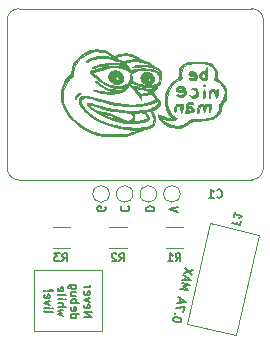
<source format=gbr>
G04 #@! TF.GenerationSoftware,KiCad,Pcbnew,(6.0.2)*
G04 #@! TF.CreationDate,2022-02-18T17:05:12+01:00*
G04 #@! TF.ProjectId,nordic-switch,6e6f7264-6963-42d7-9377-697463682e6b,1.1*
G04 #@! TF.SameCoordinates,Original*
G04 #@! TF.FileFunction,Legend,Bot*
G04 #@! TF.FilePolarity,Positive*
%FSLAX46Y46*%
G04 Gerber Fmt 4.6, Leading zero omitted, Abs format (unit mm)*
G04 Created by KiCad (PCBNEW (6.0.2)) date 2022-02-18 17:05:12*
%MOMM*%
%LPD*%
G01*
G04 APERTURE LIST*
%ADD10C,0.120000*%
%ADD11C,0.150000*%
%ADD12C,0.010000*%
G04 APERTURE END LIST*
D10*
X141600000Y-113400000D02*
X135800000Y-113400000D01*
X135800000Y-113400000D02*
X135800000Y-118600000D01*
X135800000Y-118600000D02*
X141600000Y-118600000D01*
X141600000Y-118600000D02*
X141600000Y-113400000D01*
D11*
X141850000Y-108069166D02*
X141883333Y-108135833D01*
X141883333Y-108235833D01*
X141850000Y-108335833D01*
X141783333Y-108402500D01*
X141716666Y-108435833D01*
X141583333Y-108469166D01*
X141483333Y-108469166D01*
X141350000Y-108435833D01*
X141283333Y-108402500D01*
X141216666Y-108335833D01*
X141183333Y-108235833D01*
X141183333Y-108169166D01*
X141216666Y-108069166D01*
X141250000Y-108035833D01*
X141483333Y-108035833D01*
X141483333Y-108169166D01*
X145283333Y-108435833D02*
X145983333Y-108435833D01*
X145983333Y-108269166D01*
X145950000Y-108169166D01*
X145883333Y-108102500D01*
X145816666Y-108069166D01*
X145683333Y-108035833D01*
X145583333Y-108035833D01*
X145450000Y-108069166D01*
X145383333Y-108102500D01*
X145316666Y-108169166D01*
X145283333Y-108269166D01*
X145283333Y-108435833D01*
X147983333Y-108535833D02*
X147283333Y-108302500D01*
X147983333Y-108069166D01*
X148293612Y-117764887D02*
X148308609Y-117699929D01*
X148291127Y-117627472D01*
X148266146Y-117587495D01*
X148208687Y-117540019D01*
X148086269Y-117477547D01*
X147923874Y-117440055D01*
X147786460Y-117442541D01*
X147714003Y-117460023D01*
X147674026Y-117485003D01*
X147626550Y-117542463D01*
X147611553Y-117607421D01*
X147629036Y-117679878D01*
X147654016Y-117719855D01*
X147711476Y-117767331D01*
X147833894Y-117829803D01*
X147996289Y-117867295D01*
X148133703Y-117864809D01*
X148206159Y-117847327D01*
X148246137Y-117822347D01*
X148293612Y-117764887D01*
X147796485Y-117102754D02*
X147771505Y-117062776D01*
X147731527Y-117087757D01*
X147756508Y-117127734D01*
X147796485Y-117102754D01*
X147731527Y-117087757D01*
X148473573Y-116985391D02*
X148578550Y-116530685D01*
X147829006Y-116665530D01*
X148143854Y-116190856D02*
X148218838Y-115866066D01*
X147933983Y-116210824D02*
X148668531Y-116140937D01*
X148038960Y-115756118D01*
X148211423Y-115009101D02*
X148893482Y-115166567D01*
X148458785Y-114826738D01*
X148998459Y-114711861D01*
X148316400Y-114554395D01*
X148578759Y-114307074D02*
X148653743Y-113982284D01*
X148368889Y-114327042D02*
X149103436Y-114257155D01*
X148473866Y-113872336D01*
X149193417Y-113867407D02*
X148616335Y-113255235D01*
X149298394Y-113412701D02*
X148511358Y-113709941D01*
X143250000Y-108035833D02*
X143216666Y-108069166D01*
X143183333Y-108169166D01*
X143183333Y-108235833D01*
X143216666Y-108335833D01*
X143283333Y-108402500D01*
X143350000Y-108435833D01*
X143483333Y-108469166D01*
X143583333Y-108469166D01*
X143716666Y-108435833D01*
X143783333Y-108402500D01*
X143850000Y-108335833D01*
X143883333Y-108235833D01*
X143883333Y-108169166D01*
X143850000Y-108069166D01*
X143816666Y-108035833D01*
X140073833Y-117383333D02*
X140773833Y-117383333D01*
X140073833Y-116983333D01*
X140773833Y-116983333D01*
X140107166Y-116383333D02*
X140073833Y-116450000D01*
X140073833Y-116583333D01*
X140107166Y-116650000D01*
X140173833Y-116683333D01*
X140440500Y-116683333D01*
X140507166Y-116650000D01*
X140540500Y-116583333D01*
X140540500Y-116450000D01*
X140507166Y-116383333D01*
X140440500Y-116350000D01*
X140373833Y-116350000D01*
X140307166Y-116683333D01*
X140540500Y-116116666D02*
X140073833Y-115950000D01*
X140540500Y-115783333D01*
X140107166Y-115250000D02*
X140073833Y-115316666D01*
X140073833Y-115450000D01*
X140107166Y-115516666D01*
X140173833Y-115550000D01*
X140440500Y-115550000D01*
X140507166Y-115516666D01*
X140540500Y-115450000D01*
X140540500Y-115316666D01*
X140507166Y-115250000D01*
X140440500Y-115216666D01*
X140373833Y-115216666D01*
X140307166Y-115550000D01*
X140073833Y-114916666D02*
X140540500Y-114916666D01*
X140407166Y-114916666D02*
X140473833Y-114883333D01*
X140507166Y-114850000D01*
X140540500Y-114783333D01*
X140540500Y-114716666D01*
X138946833Y-117200000D02*
X139646833Y-117200000D01*
X138980166Y-117200000D02*
X138946833Y-117266666D01*
X138946833Y-117400000D01*
X138980166Y-117466666D01*
X139013500Y-117500000D01*
X139080166Y-117533333D01*
X139280166Y-117533333D01*
X139346833Y-117500000D01*
X139380166Y-117466666D01*
X139413500Y-117400000D01*
X139413500Y-117266666D01*
X139380166Y-117200000D01*
X138980166Y-116600000D02*
X138946833Y-116666666D01*
X138946833Y-116800000D01*
X138980166Y-116866666D01*
X139046833Y-116900000D01*
X139313500Y-116900000D01*
X139380166Y-116866666D01*
X139413500Y-116800000D01*
X139413500Y-116666666D01*
X139380166Y-116600000D01*
X139313500Y-116566666D01*
X139246833Y-116566666D01*
X139180166Y-116900000D01*
X138946833Y-116266666D02*
X139646833Y-116266666D01*
X139380166Y-116266666D02*
X139413500Y-116200000D01*
X139413500Y-116066666D01*
X139380166Y-116000000D01*
X139346833Y-115966666D01*
X139280166Y-115933333D01*
X139080166Y-115933333D01*
X139013500Y-115966666D01*
X138980166Y-116000000D01*
X138946833Y-116066666D01*
X138946833Y-116200000D01*
X138980166Y-116266666D01*
X139413500Y-115333333D02*
X138946833Y-115333333D01*
X139413500Y-115633333D02*
X139046833Y-115633333D01*
X138980166Y-115600000D01*
X138946833Y-115533333D01*
X138946833Y-115433333D01*
X138980166Y-115366666D01*
X139013500Y-115333333D01*
X139413500Y-114700000D02*
X138846833Y-114700000D01*
X138780166Y-114733333D01*
X138746833Y-114766666D01*
X138713500Y-114833333D01*
X138713500Y-114933333D01*
X138746833Y-115000000D01*
X138980166Y-114700000D02*
X138946833Y-114766666D01*
X138946833Y-114900000D01*
X138980166Y-114966666D01*
X139013500Y-115000000D01*
X139080166Y-115033333D01*
X139280166Y-115033333D01*
X139346833Y-115000000D01*
X139380166Y-114966666D01*
X139413500Y-114900000D01*
X139413500Y-114766666D01*
X139380166Y-114700000D01*
X138286500Y-117333333D02*
X137819833Y-117200000D01*
X138153166Y-117066666D01*
X137819833Y-116933333D01*
X138286500Y-116800000D01*
X137819833Y-116533333D02*
X138519833Y-116533333D01*
X137819833Y-116233333D02*
X138186500Y-116233333D01*
X138253166Y-116266666D01*
X138286500Y-116333333D01*
X138286500Y-116433333D01*
X138253166Y-116500000D01*
X138219833Y-116533333D01*
X137819833Y-115900000D02*
X138286500Y-115900000D01*
X138519833Y-115900000D02*
X138486500Y-115933333D01*
X138453166Y-115900000D01*
X138486500Y-115866666D01*
X138519833Y-115900000D01*
X138453166Y-115900000D01*
X137819833Y-115466666D02*
X137853166Y-115533333D01*
X137919833Y-115566666D01*
X138519833Y-115566666D01*
X137853166Y-114933333D02*
X137819833Y-115000000D01*
X137819833Y-115133333D01*
X137853166Y-115200000D01*
X137919833Y-115233333D01*
X138186500Y-115233333D01*
X138253166Y-115200000D01*
X138286500Y-115133333D01*
X138286500Y-115000000D01*
X138253166Y-114933333D01*
X138186500Y-114900000D01*
X138119833Y-114900000D01*
X138053166Y-115233333D01*
X136692833Y-116916666D02*
X136726166Y-116983333D01*
X136792833Y-117016666D01*
X137392833Y-117016666D01*
X136692833Y-116650000D02*
X137159500Y-116650000D01*
X137392833Y-116650000D02*
X137359500Y-116683333D01*
X137326166Y-116650000D01*
X137359500Y-116616666D01*
X137392833Y-116650000D01*
X137326166Y-116650000D01*
X137159500Y-116383333D02*
X136692833Y-116216666D01*
X137159500Y-116050000D01*
X136726166Y-115516666D02*
X136692833Y-115583333D01*
X136692833Y-115716666D01*
X136726166Y-115783333D01*
X136792833Y-115816666D01*
X137059500Y-115816666D01*
X137126166Y-115783333D01*
X137159500Y-115716666D01*
X137159500Y-115583333D01*
X137126166Y-115516666D01*
X137059500Y-115483333D01*
X136992833Y-115483333D01*
X136926166Y-115816666D01*
X136759500Y-115183333D02*
X136726166Y-115150000D01*
X136692833Y-115183333D01*
X136726166Y-115216666D01*
X136759500Y-115183333D01*
X136692833Y-115183333D01*
X136959500Y-115183333D02*
X137359500Y-115216666D01*
X137392833Y-115183333D01*
X137359500Y-115150000D01*
X136959500Y-115183333D01*
X137392833Y-115183333D01*
X151316666Y-107250000D02*
X151350000Y-107283333D01*
X151450000Y-107316666D01*
X151516666Y-107316666D01*
X151616666Y-107283333D01*
X151683333Y-107216666D01*
X151716666Y-107150000D01*
X151750000Y-107016666D01*
X151750000Y-106916666D01*
X151716666Y-106783333D01*
X151683333Y-106716666D01*
X151616666Y-106650000D01*
X151516666Y-106616666D01*
X151450000Y-106616666D01*
X151350000Y-106650000D01*
X151316666Y-106683333D01*
X150650000Y-107316666D02*
X151050000Y-107316666D01*
X150850000Y-107316666D02*
X150850000Y-106616666D01*
X150916666Y-106716666D01*
X150983333Y-106783333D01*
X151050000Y-106816666D01*
X152996229Y-109338600D02*
X152943741Y-109565953D01*
X152586472Y-109483471D02*
X153268531Y-109640937D01*
X153343515Y-109316147D01*
X152803925Y-108541580D02*
X152713944Y-108931328D01*
X152758934Y-108736454D02*
X153440993Y-108893920D01*
X153328560Y-108936383D01*
X153248605Y-108986344D01*
X153201129Y-109043804D01*
X147816666Y-112716666D02*
X148050000Y-112383333D01*
X148216666Y-112716666D02*
X148216666Y-112016666D01*
X147950000Y-112016666D01*
X147883333Y-112050000D01*
X147850000Y-112083333D01*
X147816666Y-112150000D01*
X147816666Y-112250000D01*
X147850000Y-112316666D01*
X147883333Y-112350000D01*
X147950000Y-112383333D01*
X148216666Y-112383333D01*
X147150000Y-112716666D02*
X147550000Y-112716666D01*
X147350000Y-112716666D02*
X147350000Y-112016666D01*
X147416666Y-112116666D01*
X147483333Y-112183333D01*
X147550000Y-112216666D01*
X143054166Y-112716666D02*
X143287500Y-112383333D01*
X143454166Y-112716666D02*
X143454166Y-112016666D01*
X143187500Y-112016666D01*
X143120833Y-112050000D01*
X143087500Y-112083333D01*
X143054166Y-112150000D01*
X143054166Y-112250000D01*
X143087500Y-112316666D01*
X143120833Y-112350000D01*
X143187500Y-112383333D01*
X143454166Y-112383333D01*
X142787500Y-112083333D02*
X142754166Y-112050000D01*
X142687500Y-112016666D01*
X142520833Y-112016666D01*
X142454166Y-112050000D01*
X142420833Y-112083333D01*
X142387500Y-112150000D01*
X142387500Y-112216666D01*
X142420833Y-112316666D01*
X142820833Y-112716666D01*
X142387500Y-112716666D01*
X138216666Y-112716666D02*
X138450000Y-112383333D01*
X138616666Y-112716666D02*
X138616666Y-112016666D01*
X138350000Y-112016666D01*
X138283333Y-112050000D01*
X138250000Y-112083333D01*
X138216666Y-112150000D01*
X138216666Y-112250000D01*
X138250000Y-112316666D01*
X138283333Y-112350000D01*
X138350000Y-112383333D01*
X138616666Y-112383333D01*
X137983333Y-112016666D02*
X137550000Y-112016666D01*
X137783333Y-112283333D01*
X137683333Y-112283333D01*
X137616666Y-112316666D01*
X137583333Y-112350000D01*
X137550000Y-112416666D01*
X137550000Y-112583333D01*
X137583333Y-112650000D01*
X137616666Y-112683333D01*
X137683333Y-112716666D01*
X137883333Y-112716666D01*
X137950000Y-112683333D01*
X137983333Y-112650000D01*
D10*
X155250000Y-104800000D02*
X155250000Y-92300000D01*
X133550000Y-92300000D02*
X133550000Y-104800000D01*
X154250000Y-91300000D02*
X134550000Y-91300000D01*
X154250000Y-105800000D02*
X134550000Y-105800000D01*
X154250000Y-105800000D02*
G75*
G03*
X155250000Y-104800000I1J999999D01*
G01*
X133550000Y-104800000D02*
G75*
G03*
X134550000Y-105800000I999999J-1D01*
G01*
X134550000Y-91300000D02*
G75*
G03*
X133550000Y-92300000I-1J-999999D01*
G01*
X155250000Y-92300000D02*
G75*
G03*
X154250000Y-91300000I-999999J1D01*
G01*
X144200000Y-107000000D02*
G75*
G03*
X144200000Y-107000000I-700000J0D01*
G01*
X146200000Y-107000000D02*
G75*
G03*
X146200000Y-107000000I-700000J0D01*
G01*
X142200000Y-107000000D02*
G75*
G03*
X142200000Y-107000000I-700000J0D01*
G01*
D12*
X142455200Y-96554705D02*
X142275790Y-96658723D01*
X142275790Y-96658723D02*
X142166697Y-96834108D01*
X142166697Y-96834108D02*
X142152837Y-96878836D01*
X142152837Y-96878836D02*
X142122194Y-97101301D01*
X142122194Y-97101301D02*
X142171157Y-97285424D01*
X142171157Y-97285424D02*
X142273739Y-97428647D01*
X142273739Y-97428647D02*
X142472062Y-97582849D01*
X142472062Y-97582849D02*
X142711315Y-97668039D01*
X142711315Y-97668039D02*
X142958521Y-97675849D01*
X142958521Y-97675849D02*
X143100665Y-97638427D01*
X143100665Y-97638427D02*
X143256783Y-97525754D01*
X143256783Y-97525754D02*
X143346375Y-97352784D01*
X143346375Y-97352784D02*
X143354128Y-97264458D01*
X143354128Y-97264458D02*
X142981909Y-97264458D01*
X142981909Y-97264458D02*
X142918071Y-97319120D01*
X142918071Y-97319120D02*
X142823329Y-97315201D01*
X142823329Y-97315201D02*
X142742812Y-97261508D01*
X142742812Y-97261508D02*
X142720855Y-97213504D01*
X142720855Y-97213504D02*
X142731680Y-97106771D01*
X142731680Y-97106771D02*
X142757236Y-97064844D01*
X142757236Y-97064844D02*
X142828586Y-97051104D01*
X142828586Y-97051104D02*
X142911722Y-97099367D01*
X142911722Y-97099367D02*
X142973736Y-97180395D01*
X142973736Y-97180395D02*
X142981909Y-97264458D01*
X142981909Y-97264458D02*
X143354128Y-97264458D01*
X143354128Y-97264458D02*
X143365092Y-97139575D01*
X143365092Y-97139575D02*
X143308585Y-96906184D01*
X143308585Y-96906184D02*
X143275275Y-96833186D01*
X143275275Y-96833186D02*
X143141690Y-96653754D01*
X143141690Y-96653754D02*
X142956698Y-96552189D01*
X142956698Y-96552189D02*
X142707487Y-96520400D01*
X142707487Y-96520400D02*
X142455200Y-96554705D01*
X142455200Y-96554705D02*
X142455200Y-96554705D01*
G36*
X143256783Y-97525754D02*
G01*
X143100665Y-97638427D01*
X142958521Y-97675849D01*
X142711315Y-97668039D01*
X142472062Y-97582849D01*
X142273739Y-97428647D01*
X142171157Y-97285424D01*
X142152032Y-97213504D01*
X142720855Y-97213504D01*
X142742812Y-97261508D01*
X142823329Y-97315201D01*
X142918071Y-97319120D01*
X142981909Y-97264458D01*
X142973736Y-97180395D01*
X142911722Y-97099367D01*
X142828586Y-97051104D01*
X142757236Y-97064844D01*
X142731680Y-97106771D01*
X142720855Y-97213504D01*
X142152032Y-97213504D01*
X142122194Y-97101301D01*
X142152837Y-96878836D01*
X142166697Y-96834108D01*
X142275790Y-96658723D01*
X142455200Y-96554705D01*
X142707487Y-96520400D01*
X142956698Y-96552189D01*
X143141690Y-96653754D01*
X143275275Y-96833186D01*
X143308585Y-96906184D01*
X143365092Y-97139575D01*
X143354128Y-97264458D01*
X143346375Y-97352784D01*
X143256783Y-97525754D01*
G37*
X143256783Y-97525754D02*
X143100665Y-97638427D01*
X142958521Y-97675849D01*
X142711315Y-97668039D01*
X142472062Y-97582849D01*
X142273739Y-97428647D01*
X142171157Y-97285424D01*
X142152032Y-97213504D01*
X142720855Y-97213504D01*
X142742812Y-97261508D01*
X142823329Y-97315201D01*
X142918071Y-97319120D01*
X142981909Y-97264458D01*
X142973736Y-97180395D01*
X142911722Y-97099367D01*
X142828586Y-97051104D01*
X142757236Y-97064844D01*
X142731680Y-97106771D01*
X142720855Y-97213504D01*
X142152032Y-97213504D01*
X142122194Y-97101301D01*
X142152837Y-96878836D01*
X142166697Y-96834108D01*
X142275790Y-96658723D01*
X142455200Y-96554705D01*
X142707487Y-96520400D01*
X142956698Y-96552189D01*
X143141690Y-96653754D01*
X143275275Y-96833186D01*
X143308585Y-96906184D01*
X143365092Y-97139575D01*
X143354128Y-97264458D01*
X143346375Y-97352784D01*
X143256783Y-97525754D01*
X148122855Y-99357472D02*
X147957026Y-99371615D01*
X147957026Y-99371615D02*
X147861371Y-99399451D01*
X147861371Y-99399451D02*
X147804514Y-99457862D01*
X147804514Y-99457862D02*
X147759562Y-99552967D01*
X147759562Y-99552967D02*
X147717584Y-99701798D01*
X147717584Y-99701798D02*
X147702198Y-99861171D01*
X147702198Y-99861171D02*
X147712951Y-99998358D01*
X147712951Y-99998358D02*
X147749390Y-100080633D01*
X147749390Y-100080633D02*
X147767000Y-100090161D01*
X147767000Y-100090161D02*
X147801657Y-100051871D01*
X147801657Y-100051871D02*
X147833173Y-99941354D01*
X147833173Y-99941354D02*
X147845510Y-99860730D01*
X147845510Y-99860730D02*
X147884269Y-99661645D01*
X147884269Y-99661645D02*
X147948489Y-99552164D01*
X147948489Y-99552164D02*
X148045369Y-99521943D01*
X148045369Y-99521943D02*
X148078488Y-99526112D01*
X148078488Y-99526112D02*
X148140506Y-99565252D01*
X148140506Y-99565252D02*
X148183408Y-99667700D01*
X148183408Y-99667700D02*
X148211819Y-99819678D01*
X148211819Y-99819678D02*
X148241219Y-100002278D01*
X148241219Y-100002278D02*
X148266451Y-100097036D01*
X148266451Y-100097036D02*
X148292778Y-100117271D01*
X148292778Y-100117271D02*
X148318157Y-100088767D01*
X148318157Y-100088767D02*
X148341957Y-100014814D01*
X148341957Y-100014814D02*
X148370543Y-99878600D01*
X148370543Y-99878600D02*
X148398761Y-99713028D01*
X148398761Y-99713028D02*
X148421455Y-99551000D01*
X148421455Y-99551000D02*
X148433471Y-99425419D01*
X148433471Y-99425419D02*
X148430705Y-99370428D01*
X148430705Y-99370428D02*
X148373950Y-99356659D01*
X148373950Y-99356659D02*
X148246844Y-99352890D01*
X148246844Y-99352890D02*
X148122855Y-99357472D01*
X148122855Y-99357472D02*
X148122855Y-99357472D01*
G36*
X148373950Y-99356659D02*
G01*
X148430705Y-99370428D01*
X148433471Y-99425419D01*
X148421455Y-99551000D01*
X148398761Y-99713028D01*
X148370543Y-99878600D01*
X148341957Y-100014814D01*
X148318157Y-100088767D01*
X148292778Y-100117271D01*
X148266451Y-100097036D01*
X148241219Y-100002278D01*
X148211819Y-99819678D01*
X148183408Y-99667700D01*
X148140506Y-99565252D01*
X148078488Y-99526112D01*
X148045369Y-99521943D01*
X147948489Y-99552164D01*
X147884269Y-99661645D01*
X147845510Y-99860730D01*
X147833173Y-99941354D01*
X147801657Y-100051871D01*
X147767000Y-100090161D01*
X147749390Y-100080633D01*
X147712951Y-99998358D01*
X147702198Y-99861171D01*
X147717584Y-99701798D01*
X147759562Y-99552967D01*
X147804514Y-99457862D01*
X147861371Y-99399451D01*
X147957026Y-99371615D01*
X148122855Y-99357472D01*
X148246844Y-99352890D01*
X148373950Y-99356659D01*
G37*
X148373950Y-99356659D02*
X148430705Y-99370428D01*
X148433471Y-99425419D01*
X148421455Y-99551000D01*
X148398761Y-99713028D01*
X148370543Y-99878600D01*
X148341957Y-100014814D01*
X148318157Y-100088767D01*
X148292778Y-100117271D01*
X148266451Y-100097036D01*
X148241219Y-100002278D01*
X148211819Y-99819678D01*
X148183408Y-99667700D01*
X148140506Y-99565252D01*
X148078488Y-99526112D01*
X148045369Y-99521943D01*
X147948489Y-99552164D01*
X147884269Y-99661645D01*
X147845510Y-99860730D01*
X147833173Y-99941354D01*
X147801657Y-100051871D01*
X147767000Y-100090161D01*
X147749390Y-100080633D01*
X147712951Y-99998358D01*
X147702198Y-99861171D01*
X147717584Y-99701798D01*
X147759562Y-99552967D01*
X147804514Y-99457862D01*
X147861371Y-99399451D01*
X147957026Y-99371615D01*
X148122855Y-99357472D01*
X148246844Y-99352890D01*
X148373950Y-99356659D01*
X150851892Y-98126396D02*
X150761466Y-98201878D01*
X150761466Y-98201878D02*
X150753242Y-98210067D01*
X150753242Y-98210067D02*
X150670903Y-98318141D01*
X150670903Y-98318141D02*
X150630533Y-98453699D01*
X150630533Y-98453699D02*
X150619261Y-98604326D01*
X150619261Y-98604326D02*
X150626571Y-98789142D01*
X150626571Y-98789142D02*
X150660294Y-98884262D01*
X150660294Y-98884262D02*
X150675300Y-98894266D01*
X150675300Y-98894266D02*
X150723876Y-98869325D01*
X150723876Y-98869325D02*
X150738800Y-98763140D01*
X150738800Y-98763140D02*
X150764096Y-98546536D01*
X150764096Y-98546536D02*
X150829282Y-98398173D01*
X150829282Y-98398173D02*
X150918306Y-98322264D01*
X150918306Y-98322264D02*
X151015118Y-98323023D01*
X151015118Y-98323023D02*
X151103666Y-98404664D01*
X151103666Y-98404664D02*
X151167899Y-98571400D01*
X151167899Y-98571400D02*
X151181186Y-98647010D01*
X151181186Y-98647010D02*
X151213461Y-98793216D01*
X151213461Y-98793216D02*
X151254388Y-98849156D01*
X151254388Y-98849156D02*
X151298501Y-98825179D01*
X151298501Y-98825179D02*
X151340334Y-98731632D01*
X151340334Y-98731632D02*
X151374419Y-98578864D01*
X151374419Y-98578864D02*
X151395292Y-98377224D01*
X151395292Y-98377224D02*
X151399200Y-98234289D01*
X151399200Y-98234289D02*
X151391627Y-98134661D01*
X151391627Y-98134661D02*
X151360035Y-98119943D01*
X151360035Y-98119943D02*
X151324967Y-98144368D01*
X151324967Y-98144368D02*
X151247988Y-98179386D01*
X151247988Y-98179386D02*
X151135169Y-98165859D01*
X151135169Y-98165859D02*
X151065248Y-98144761D01*
X151065248Y-98144761D02*
X150936563Y-98110830D01*
X150936563Y-98110830D02*
X150851892Y-98126396D01*
X150851892Y-98126396D02*
X150851892Y-98126396D01*
G36*
X151065248Y-98144761D02*
G01*
X151135169Y-98165859D01*
X151247988Y-98179386D01*
X151324967Y-98144368D01*
X151360035Y-98119943D01*
X151391627Y-98134661D01*
X151399200Y-98234289D01*
X151395292Y-98377224D01*
X151374419Y-98578864D01*
X151340334Y-98731632D01*
X151298501Y-98825179D01*
X151254388Y-98849156D01*
X151213461Y-98793216D01*
X151181186Y-98647010D01*
X151167899Y-98571400D01*
X151103666Y-98404664D01*
X151015118Y-98323023D01*
X150918306Y-98322264D01*
X150829282Y-98398173D01*
X150764096Y-98546536D01*
X150738800Y-98763140D01*
X150723876Y-98869325D01*
X150675300Y-98894266D01*
X150660294Y-98884262D01*
X150626571Y-98789142D01*
X150619261Y-98604326D01*
X150630533Y-98453699D01*
X150670903Y-98318141D01*
X150753242Y-98210067D01*
X150761466Y-98201878D01*
X150851892Y-98126396D01*
X150936563Y-98110830D01*
X151065248Y-98144761D01*
G37*
X151065248Y-98144761D02*
X151135169Y-98165859D01*
X151247988Y-98179386D01*
X151324967Y-98144368D01*
X151360035Y-98119943D01*
X151391627Y-98134661D01*
X151399200Y-98234289D01*
X151395292Y-98377224D01*
X151374419Y-98578864D01*
X151340334Y-98731632D01*
X151298501Y-98825179D01*
X151254388Y-98849156D01*
X151213461Y-98793216D01*
X151181186Y-98647010D01*
X151167899Y-98571400D01*
X151103666Y-98404664D01*
X151015118Y-98323023D01*
X150918306Y-98322264D01*
X150829282Y-98398173D01*
X150764096Y-98546536D01*
X150738800Y-98763140D01*
X150723876Y-98869325D01*
X150675300Y-98894266D01*
X150660294Y-98884262D01*
X150626571Y-98789142D01*
X150619261Y-98604326D01*
X150630533Y-98453699D01*
X150670903Y-98318141D01*
X150753242Y-98210067D01*
X150761466Y-98201878D01*
X150851892Y-98126396D01*
X150936563Y-98110830D01*
X151065248Y-98144761D01*
X149529437Y-95818380D02*
X149225280Y-95825151D01*
X149225280Y-95825151D02*
X149004126Y-95833232D01*
X149004126Y-95833232D02*
X148847392Y-95845508D01*
X148847392Y-95845508D02*
X148736493Y-95864866D01*
X148736493Y-95864866D02*
X148652845Y-95894190D01*
X148652845Y-95894190D02*
X148577863Y-95936366D01*
X148577863Y-95936366D02*
X148520702Y-95974998D01*
X148520702Y-95974998D02*
X148286433Y-96192630D01*
X148286433Y-96192630D02*
X148138703Y-96461814D01*
X148138703Y-96461814D02*
X148075938Y-96785692D01*
X148075938Y-96785692D02*
X148073356Y-96867828D01*
X148073356Y-96867828D02*
X148069903Y-97044031D01*
X148069903Y-97044031D02*
X148052986Y-97148408D01*
X148052986Y-97148408D02*
X148009549Y-97210731D01*
X148009549Y-97210731D02*
X147926537Y-97260774D01*
X147926537Y-97260774D02*
X147894000Y-97276847D01*
X147894000Y-97276847D02*
X147647428Y-97412236D01*
X147647428Y-97412236D02*
X147464632Y-97554691D01*
X147464632Y-97554691D02*
X147310492Y-97734553D01*
X147310492Y-97734553D02*
X147233611Y-97847345D01*
X147233611Y-97847345D02*
X147064367Y-98181196D01*
X147064367Y-98181196D02*
X146953394Y-98554961D01*
X146953394Y-98554961D02*
X146900005Y-98948812D01*
X146900005Y-98948812D02*
X146903514Y-99342918D01*
X146903514Y-99342918D02*
X146963236Y-99717453D01*
X146963236Y-99717453D02*
X147078484Y-100052586D01*
X147078484Y-100052586D02*
X147248571Y-100328490D01*
X147248571Y-100328490D02*
X147322231Y-100408658D01*
X147322231Y-100408658D02*
X147421870Y-100513552D01*
X147421870Y-100513552D02*
X147477085Y-100587944D01*
X147477085Y-100587944D02*
X147481025Y-100607908D01*
X147481025Y-100607908D02*
X147413212Y-100615952D01*
X147413212Y-100615952D02*
X147276720Y-100595554D01*
X147276720Y-100595554D02*
X147098036Y-100553850D01*
X147098036Y-100553850D02*
X146903648Y-100497978D01*
X146903648Y-100497978D02*
X146720043Y-100435073D01*
X146720043Y-100435073D02*
X146573709Y-100372273D01*
X146573709Y-100372273D02*
X146541401Y-100354735D01*
X146541401Y-100354735D02*
X146406995Y-100281123D01*
X146406995Y-100281123D02*
X146333103Y-100259411D01*
X146333103Y-100259411D02*
X146295913Y-100284834D01*
X146295913Y-100284834D02*
X146287209Y-100303857D01*
X146287209Y-100303857D02*
X146297755Y-100400307D01*
X146297755Y-100400307D02*
X146371308Y-100543447D01*
X146371308Y-100543447D02*
X146494283Y-100713213D01*
X146494283Y-100713213D02*
X146653095Y-100889540D01*
X146653095Y-100889540D02*
X146739604Y-100972007D01*
X146739604Y-100972007D02*
X146997253Y-101166761D01*
X146997253Y-101166761D02*
X147275010Y-101293809D01*
X147275010Y-101293809D02*
X147600646Y-101363483D01*
X147600646Y-101363483D02*
X147843200Y-101382583D01*
X147843200Y-101382583D02*
X148070585Y-101387774D01*
X148070585Y-101387774D02*
X148231962Y-101377480D01*
X148231962Y-101377480D02*
X148362433Y-101346210D01*
X148362433Y-101346210D02*
X148497097Y-101288470D01*
X148497097Y-101288470D02*
X148521229Y-101276483D01*
X148521229Y-101276483D02*
X148696929Y-101174694D01*
X148696929Y-101174694D02*
X148860141Y-101058469D01*
X148860141Y-101058469D02*
X148918127Y-101008282D01*
X148918127Y-101008282D02*
X148981686Y-100951707D01*
X148981686Y-100951707D02*
X149047908Y-100910378D01*
X149047908Y-100910378D02*
X149135326Y-100880105D01*
X149135326Y-100880105D02*
X149262476Y-100856693D01*
X149262476Y-100856693D02*
X149447890Y-100835951D01*
X149447890Y-100835951D02*
X149710103Y-100813686D01*
X149710103Y-100813686D02*
X149814899Y-100805426D01*
X149814899Y-100805426D02*
X150198205Y-100772411D01*
X150198205Y-100772411D02*
X150497039Y-100737715D01*
X150497039Y-100737715D02*
X150728483Y-100696644D01*
X150728483Y-100696644D02*
X150909620Y-100644504D01*
X150909620Y-100644504D02*
X151057532Y-100576601D01*
X151057532Y-100576601D02*
X151189303Y-100488241D01*
X151189303Y-100488241D02*
X151295893Y-100398487D01*
X151295893Y-100398487D02*
X151458403Y-100233068D01*
X151458403Y-100233068D02*
X151566598Y-100065136D01*
X151566598Y-100065136D02*
X151638623Y-99859278D01*
X151638623Y-99859278D02*
X151682209Y-99644600D01*
X151682209Y-99644600D02*
X151734251Y-99476981D01*
X151734251Y-99476981D02*
X151817441Y-99330928D01*
X151817441Y-99330928D02*
X151831354Y-99314400D01*
X151831354Y-99314400D02*
X151975813Y-99128043D01*
X151975813Y-99128043D02*
X152062609Y-98937672D01*
X152062609Y-98937672D02*
X152101410Y-98711785D01*
X152101410Y-98711785D02*
X152102427Y-98431098D01*
X152102427Y-98431098D02*
X152100870Y-98406221D01*
X152100870Y-98406221D02*
X151958343Y-98406221D01*
X151958343Y-98406221D02*
X151939683Y-98691526D01*
X151939683Y-98691526D02*
X151839424Y-98959943D01*
X151839424Y-98959943D02*
X151660451Y-99188785D01*
X151660451Y-99188785D02*
X151549371Y-99318466D01*
X151549371Y-99318466D02*
X151505073Y-99454972D01*
X151505073Y-99454972D02*
X151500517Y-99542835D01*
X151500517Y-99542835D02*
X151457283Y-99875235D01*
X151457283Y-99875235D02*
X151330087Y-100151953D01*
X151330087Y-100151953D02*
X151121190Y-100369483D01*
X151121190Y-100369483D02*
X150879350Y-100505952D01*
X150879350Y-100505952D02*
X150714545Y-100554353D01*
X150714545Y-100554353D02*
X150472695Y-100599105D01*
X150472695Y-100599105D02*
X150178355Y-100637305D01*
X150178355Y-100637305D02*
X149856077Y-100666049D01*
X149856077Y-100666049D02*
X149530415Y-100682436D01*
X149530415Y-100682436D02*
X149364005Y-100685119D01*
X149364005Y-100685119D02*
X149164611Y-100688334D01*
X149164611Y-100688334D02*
X149036307Y-100702942D01*
X149036307Y-100702942D02*
X148948605Y-100738070D01*
X148948605Y-100738070D02*
X148871020Y-100802846D01*
X148871020Y-100802846D02*
X148830605Y-100844825D01*
X148830605Y-100844825D02*
X148694353Y-100961672D01*
X148694353Y-100961672D02*
X148517042Y-101078817D01*
X148517042Y-101078817D02*
X148427400Y-101126938D01*
X148427400Y-101126938D02*
X148264828Y-101195915D01*
X148264828Y-101195915D02*
X148114882Y-101229300D01*
X148114882Y-101229300D02*
X147932176Y-101234734D01*
X147932176Y-101234734D02*
X147817800Y-101229558D01*
X147817800Y-101229558D02*
X147513959Y-101189256D01*
X147513959Y-101189256D02*
X147258243Y-101111308D01*
X147258243Y-101111308D02*
X147230238Y-101098639D01*
X147230238Y-101098639D02*
X147066727Y-101009666D01*
X147066727Y-101009666D02*
X146909733Y-100905595D01*
X146909733Y-100905595D02*
X146779544Y-100802544D01*
X146779544Y-100802544D02*
X146696448Y-100716633D01*
X146696448Y-100716633D02*
X146680733Y-100663982D01*
X146680733Y-100663982D02*
X146681746Y-100662843D01*
X146681746Y-100662843D02*
X146743285Y-100656854D01*
X146743285Y-100656854D02*
X146878045Y-100670287D01*
X146878045Y-100670287D02*
X147060124Y-100700260D01*
X147060124Y-100700260D02*
X147115096Y-100711029D01*
X147115096Y-100711029D02*
X147334091Y-100751091D01*
X147334091Y-100751091D02*
X147488218Y-100765466D01*
X147488218Y-100765466D02*
X147610683Y-100755005D01*
X147610683Y-100755005D02*
X147717074Y-100726441D01*
X147717074Y-100726441D02*
X147862869Y-100664375D01*
X147862869Y-100664375D02*
X147908367Y-100603194D01*
X147908367Y-100603194D02*
X147854674Y-100537482D01*
X147854674Y-100537482D02*
X147765572Y-100489061D01*
X147765572Y-100489061D02*
X147498388Y-100311377D01*
X147498388Y-100311377D02*
X147297092Y-100057064D01*
X147297092Y-100057064D02*
X147162458Y-99727489D01*
X147162458Y-99727489D02*
X147095261Y-99324016D01*
X147095261Y-99324016D02*
X147093930Y-99305533D01*
X147093930Y-99305533D02*
X147097495Y-98848948D01*
X147097495Y-98848948D02*
X147169773Y-98433387D01*
X147169773Y-98433387D02*
X147305734Y-98068997D01*
X147305734Y-98068997D02*
X147500349Y-97765925D01*
X147500349Y-97765925D02*
X147748585Y-97534319D01*
X147748585Y-97534319D02*
X148045414Y-97384326D01*
X148045414Y-97384326D02*
X148046549Y-97383950D01*
X148046549Y-97383950D02*
X148217850Y-97315557D01*
X148217850Y-97315557D02*
X148303698Y-97240049D01*
X148303698Y-97240049D02*
X148319093Y-97135079D01*
X148319093Y-97135079D02*
X148291866Y-97018457D01*
X148291866Y-97018457D02*
X148260063Y-96752489D01*
X148260063Y-96752489D02*
X148318891Y-96493112D01*
X148318891Y-96493112D02*
X148458573Y-96262445D01*
X148458573Y-96262445D02*
X148669332Y-96082603D01*
X148669332Y-96082603D02*
X148717508Y-96055534D01*
X148717508Y-96055534D02*
X148814080Y-96010262D01*
X148814080Y-96010262D02*
X148914001Y-95978682D01*
X148914001Y-95978682D02*
X149037946Y-95958275D01*
X149037946Y-95958275D02*
X149206589Y-95946520D01*
X149206589Y-95946520D02*
X149440605Y-95940896D01*
X149440605Y-95940896D02*
X149672000Y-95939185D01*
X149672000Y-95939185D02*
X149968053Y-95939406D01*
X149968053Y-95939406D02*
X150182801Y-95944382D01*
X150182801Y-95944382D02*
X150336510Y-95956407D01*
X150336510Y-95956407D02*
X150449446Y-95977775D01*
X150449446Y-95977775D02*
X150541874Y-96010780D01*
X150541874Y-96010780D02*
X150611800Y-96045556D01*
X150611800Y-96045556D02*
X150869819Y-96219260D01*
X150869819Y-96219260D02*
X151035692Y-96420631D01*
X151035692Y-96420631D02*
X151117735Y-96665488D01*
X151117735Y-96665488D02*
X151124261Y-96969649D01*
X151124261Y-96969649D02*
X151120166Y-97012765D01*
X151120166Y-97012765D02*
X151086942Y-97327330D01*
X151086942Y-97327330D02*
X151287685Y-97429741D01*
X151287685Y-97429741D02*
X151560074Y-97615788D01*
X151560074Y-97615788D02*
X151765003Y-97851671D01*
X151765003Y-97851671D02*
X151898938Y-98120709D01*
X151898938Y-98120709D02*
X151958343Y-98406221D01*
X151958343Y-98406221D02*
X152100870Y-98406221D01*
X152100870Y-98406221D02*
X152088783Y-98213231D01*
X152088783Y-98213231D02*
X152063711Y-98060852D01*
X152063711Y-98060852D02*
X152016923Y-97937857D01*
X152016923Y-97937857D02*
X151938133Y-97808140D01*
X151938133Y-97808140D02*
X151915546Y-97775206D01*
X151915546Y-97775206D02*
X151772992Y-97605727D01*
X151772992Y-97605727D02*
X151600016Y-97448118D01*
X151600016Y-97448118D02*
X151513011Y-97386092D01*
X151513011Y-97386092D02*
X151279534Y-97240772D01*
X151279534Y-97240772D02*
X151291690Y-96942907D01*
X151291690Y-96942907D02*
X151282886Y-96667191D01*
X151282886Y-96667191D02*
X151221925Y-96449159D01*
X151221925Y-96449159D02*
X151095743Y-96252720D01*
X151095743Y-96252720D02*
X151005818Y-96153074D01*
X151005818Y-96153074D02*
X150871805Y-96031223D01*
X150871805Y-96031223D02*
X150728239Y-95940664D01*
X150728239Y-95940664D02*
X150558386Y-95877603D01*
X150558386Y-95877603D02*
X150345512Y-95838247D01*
X150345512Y-95838247D02*
X150072883Y-95818802D01*
X150072883Y-95818802D02*
X149723766Y-95815474D01*
X149723766Y-95815474D02*
X149529437Y-95818380D01*
X149529437Y-95818380D02*
X149529437Y-95818380D01*
G36*
X152101410Y-98711785D02*
G01*
X152062609Y-98937672D01*
X151975813Y-99128043D01*
X151831354Y-99314400D01*
X151817441Y-99330928D01*
X151734251Y-99476981D01*
X151682209Y-99644600D01*
X151638623Y-99859278D01*
X151566598Y-100065136D01*
X151458403Y-100233068D01*
X151295893Y-100398487D01*
X151189303Y-100488241D01*
X151057532Y-100576601D01*
X150909620Y-100644504D01*
X150728483Y-100696644D01*
X150497039Y-100737715D01*
X150198205Y-100772411D01*
X149814899Y-100805426D01*
X149710103Y-100813686D01*
X149447890Y-100835951D01*
X149262476Y-100856693D01*
X149135326Y-100880105D01*
X149047908Y-100910378D01*
X148981686Y-100951707D01*
X148918127Y-101008282D01*
X148860141Y-101058469D01*
X148696929Y-101174694D01*
X148521229Y-101276483D01*
X148497097Y-101288470D01*
X148362433Y-101346210D01*
X148231962Y-101377480D01*
X148070585Y-101387774D01*
X147843200Y-101382583D01*
X147600646Y-101363483D01*
X147275010Y-101293809D01*
X146997253Y-101166761D01*
X146739604Y-100972007D01*
X146653095Y-100889540D01*
X146494283Y-100713213D01*
X146458621Y-100663982D01*
X146680733Y-100663982D01*
X146696448Y-100716633D01*
X146779544Y-100802544D01*
X146909733Y-100905595D01*
X147066727Y-101009666D01*
X147230238Y-101098639D01*
X147258243Y-101111308D01*
X147513959Y-101189256D01*
X147817800Y-101229558D01*
X147932176Y-101234734D01*
X148114882Y-101229300D01*
X148264828Y-101195915D01*
X148427400Y-101126938D01*
X148517042Y-101078817D01*
X148694353Y-100961672D01*
X148830605Y-100844825D01*
X148871020Y-100802846D01*
X148948605Y-100738070D01*
X149036307Y-100702942D01*
X149164611Y-100688334D01*
X149364005Y-100685119D01*
X149530415Y-100682436D01*
X149856077Y-100666049D01*
X150178355Y-100637305D01*
X150472695Y-100599105D01*
X150714545Y-100554353D01*
X150879350Y-100505952D01*
X151121190Y-100369483D01*
X151330087Y-100151953D01*
X151457283Y-99875235D01*
X151500517Y-99542835D01*
X151505073Y-99454972D01*
X151549371Y-99318466D01*
X151660451Y-99188785D01*
X151839424Y-98959943D01*
X151939683Y-98691526D01*
X151958343Y-98406221D01*
X151898938Y-98120709D01*
X151765003Y-97851671D01*
X151560074Y-97615788D01*
X151287685Y-97429741D01*
X151086942Y-97327330D01*
X151120166Y-97012765D01*
X151124261Y-96969649D01*
X151117735Y-96665488D01*
X151035692Y-96420631D01*
X150869819Y-96219260D01*
X150611800Y-96045556D01*
X150541874Y-96010780D01*
X150449446Y-95977775D01*
X150336510Y-95956407D01*
X150182801Y-95944382D01*
X149968053Y-95939406D01*
X149672000Y-95939185D01*
X149440605Y-95940896D01*
X149206589Y-95946520D01*
X149037946Y-95958275D01*
X148914001Y-95978682D01*
X148814080Y-96010262D01*
X148717508Y-96055534D01*
X148669332Y-96082603D01*
X148458573Y-96262445D01*
X148318891Y-96493112D01*
X148260063Y-96752489D01*
X148291866Y-97018457D01*
X148319093Y-97135079D01*
X148303698Y-97240049D01*
X148217850Y-97315557D01*
X148046549Y-97383950D01*
X148045414Y-97384326D01*
X147748585Y-97534319D01*
X147500349Y-97765925D01*
X147305734Y-98068997D01*
X147169773Y-98433387D01*
X147097495Y-98848948D01*
X147093930Y-99305533D01*
X147095261Y-99324016D01*
X147162458Y-99727489D01*
X147297092Y-100057064D01*
X147498388Y-100311377D01*
X147765572Y-100489061D01*
X147854674Y-100537482D01*
X147908367Y-100603194D01*
X147862869Y-100664375D01*
X147717074Y-100726441D01*
X147610683Y-100755005D01*
X147488218Y-100765466D01*
X147334091Y-100751091D01*
X147115096Y-100711029D01*
X147060124Y-100700260D01*
X146878045Y-100670287D01*
X146743285Y-100656854D01*
X146681746Y-100662843D01*
X146680733Y-100663982D01*
X146458621Y-100663982D01*
X146371308Y-100543447D01*
X146297755Y-100400307D01*
X146287209Y-100303857D01*
X146295913Y-100284834D01*
X146333103Y-100259411D01*
X146406995Y-100281123D01*
X146541401Y-100354735D01*
X146573709Y-100372273D01*
X146720043Y-100435073D01*
X146903648Y-100497978D01*
X147098036Y-100553850D01*
X147276720Y-100595554D01*
X147413212Y-100615952D01*
X147481025Y-100607908D01*
X147477085Y-100587944D01*
X147421870Y-100513552D01*
X147322231Y-100408658D01*
X147248571Y-100328490D01*
X147078484Y-100052586D01*
X146963236Y-99717453D01*
X146903514Y-99342918D01*
X146900005Y-98948812D01*
X146953394Y-98554961D01*
X147064367Y-98181196D01*
X147233611Y-97847345D01*
X147310492Y-97734553D01*
X147464632Y-97554691D01*
X147647428Y-97412236D01*
X147894000Y-97276847D01*
X147926537Y-97260774D01*
X148009549Y-97210731D01*
X148052986Y-97148408D01*
X148069903Y-97044031D01*
X148073356Y-96867828D01*
X148075938Y-96785692D01*
X148138703Y-96461814D01*
X148286433Y-96192630D01*
X148520702Y-95974998D01*
X148577863Y-95936366D01*
X148652845Y-95894190D01*
X148736493Y-95864866D01*
X148847392Y-95845508D01*
X149004126Y-95833232D01*
X149225280Y-95825151D01*
X149529437Y-95818380D01*
X149723766Y-95815474D01*
X150072883Y-95818802D01*
X150345512Y-95838247D01*
X150558386Y-95877603D01*
X150728239Y-95940664D01*
X150871805Y-96031223D01*
X151005818Y-96153074D01*
X151095743Y-96252720D01*
X151221925Y-96449159D01*
X151282886Y-96667191D01*
X151291690Y-96942907D01*
X151279534Y-97240772D01*
X151513011Y-97386092D01*
X151600016Y-97448118D01*
X151772992Y-97605727D01*
X151915546Y-97775206D01*
X151938133Y-97808140D01*
X152016923Y-97937857D01*
X152063711Y-98060852D01*
X152088783Y-98213231D01*
X152100870Y-98406221D01*
X152102427Y-98431098D01*
X152101410Y-98711785D01*
G37*
X152101410Y-98711785D02*
X152062609Y-98937672D01*
X151975813Y-99128043D01*
X151831354Y-99314400D01*
X151817441Y-99330928D01*
X151734251Y-99476981D01*
X151682209Y-99644600D01*
X151638623Y-99859278D01*
X151566598Y-100065136D01*
X151458403Y-100233068D01*
X151295893Y-100398487D01*
X151189303Y-100488241D01*
X151057532Y-100576601D01*
X150909620Y-100644504D01*
X150728483Y-100696644D01*
X150497039Y-100737715D01*
X150198205Y-100772411D01*
X149814899Y-100805426D01*
X149710103Y-100813686D01*
X149447890Y-100835951D01*
X149262476Y-100856693D01*
X149135326Y-100880105D01*
X149047908Y-100910378D01*
X148981686Y-100951707D01*
X148918127Y-101008282D01*
X148860141Y-101058469D01*
X148696929Y-101174694D01*
X148521229Y-101276483D01*
X148497097Y-101288470D01*
X148362433Y-101346210D01*
X148231962Y-101377480D01*
X148070585Y-101387774D01*
X147843200Y-101382583D01*
X147600646Y-101363483D01*
X147275010Y-101293809D01*
X146997253Y-101166761D01*
X146739604Y-100972007D01*
X146653095Y-100889540D01*
X146494283Y-100713213D01*
X146458621Y-100663982D01*
X146680733Y-100663982D01*
X146696448Y-100716633D01*
X146779544Y-100802544D01*
X146909733Y-100905595D01*
X147066727Y-101009666D01*
X147230238Y-101098639D01*
X147258243Y-101111308D01*
X147513959Y-101189256D01*
X147817800Y-101229558D01*
X147932176Y-101234734D01*
X148114882Y-101229300D01*
X148264828Y-101195915D01*
X148427400Y-101126938D01*
X148517042Y-101078817D01*
X148694353Y-100961672D01*
X148830605Y-100844825D01*
X148871020Y-100802846D01*
X148948605Y-100738070D01*
X149036307Y-100702942D01*
X149164611Y-100688334D01*
X149364005Y-100685119D01*
X149530415Y-100682436D01*
X149856077Y-100666049D01*
X150178355Y-100637305D01*
X150472695Y-100599105D01*
X150714545Y-100554353D01*
X150879350Y-100505952D01*
X151121190Y-100369483D01*
X151330087Y-100151953D01*
X151457283Y-99875235D01*
X151500517Y-99542835D01*
X151505073Y-99454972D01*
X151549371Y-99318466D01*
X151660451Y-99188785D01*
X151839424Y-98959943D01*
X151939683Y-98691526D01*
X151958343Y-98406221D01*
X151898938Y-98120709D01*
X151765003Y-97851671D01*
X151560074Y-97615788D01*
X151287685Y-97429741D01*
X151086942Y-97327330D01*
X151120166Y-97012765D01*
X151124261Y-96969649D01*
X151117735Y-96665488D01*
X151035692Y-96420631D01*
X150869819Y-96219260D01*
X150611800Y-96045556D01*
X150541874Y-96010780D01*
X150449446Y-95977775D01*
X150336510Y-95956407D01*
X150182801Y-95944382D01*
X149968053Y-95939406D01*
X149672000Y-95939185D01*
X149440605Y-95940896D01*
X149206589Y-95946520D01*
X149037946Y-95958275D01*
X148914001Y-95978682D01*
X148814080Y-96010262D01*
X148717508Y-96055534D01*
X148669332Y-96082603D01*
X148458573Y-96262445D01*
X148318891Y-96493112D01*
X148260063Y-96752489D01*
X148291866Y-97018457D01*
X148319093Y-97135079D01*
X148303698Y-97240049D01*
X148217850Y-97315557D01*
X148046549Y-97383950D01*
X148045414Y-97384326D01*
X147748585Y-97534319D01*
X147500349Y-97765925D01*
X147305734Y-98068997D01*
X147169773Y-98433387D01*
X147097495Y-98848948D01*
X147093930Y-99305533D01*
X147095261Y-99324016D01*
X147162458Y-99727489D01*
X147297092Y-100057064D01*
X147498388Y-100311377D01*
X147765572Y-100489061D01*
X147854674Y-100537482D01*
X147908367Y-100603194D01*
X147862869Y-100664375D01*
X147717074Y-100726441D01*
X147610683Y-100755005D01*
X147488218Y-100765466D01*
X147334091Y-100751091D01*
X147115096Y-100711029D01*
X147060124Y-100700260D01*
X146878045Y-100670287D01*
X146743285Y-100656854D01*
X146681746Y-100662843D01*
X146680733Y-100663982D01*
X146458621Y-100663982D01*
X146371308Y-100543447D01*
X146297755Y-100400307D01*
X146287209Y-100303857D01*
X146295913Y-100284834D01*
X146333103Y-100259411D01*
X146406995Y-100281123D01*
X146541401Y-100354735D01*
X146573709Y-100372273D01*
X146720043Y-100435073D01*
X146903648Y-100497978D01*
X147098036Y-100553850D01*
X147276720Y-100595554D01*
X147413212Y-100615952D01*
X147481025Y-100607908D01*
X147477085Y-100587944D01*
X147421870Y-100513552D01*
X147322231Y-100408658D01*
X147248571Y-100328490D01*
X147078484Y-100052586D01*
X146963236Y-99717453D01*
X146903514Y-99342918D01*
X146900005Y-98948812D01*
X146953394Y-98554961D01*
X147064367Y-98181196D01*
X147233611Y-97847345D01*
X147310492Y-97734553D01*
X147464632Y-97554691D01*
X147647428Y-97412236D01*
X147894000Y-97276847D01*
X147926537Y-97260774D01*
X148009549Y-97210731D01*
X148052986Y-97148408D01*
X148069903Y-97044031D01*
X148073356Y-96867828D01*
X148075938Y-96785692D01*
X148138703Y-96461814D01*
X148286433Y-96192630D01*
X148520702Y-95974998D01*
X148577863Y-95936366D01*
X148652845Y-95894190D01*
X148736493Y-95864866D01*
X148847392Y-95845508D01*
X149004126Y-95833232D01*
X149225280Y-95825151D01*
X149529437Y-95818380D01*
X149723766Y-95815474D01*
X150072883Y-95818802D01*
X150345512Y-95838247D01*
X150558386Y-95877603D01*
X150728239Y-95940664D01*
X150871805Y-96031223D01*
X151005818Y-96153074D01*
X151095743Y-96252720D01*
X151221925Y-96449159D01*
X151282886Y-96667191D01*
X151291690Y-96942907D01*
X151279534Y-97240772D01*
X151513011Y-97386092D01*
X151600016Y-97448118D01*
X151772992Y-97605727D01*
X151915546Y-97775206D01*
X151938133Y-97808140D01*
X152016923Y-97937857D01*
X152063711Y-98060852D01*
X152088783Y-98213231D01*
X152100870Y-98406221D01*
X152102427Y-98431098D01*
X152101410Y-98711785D01*
X150586400Y-99358811D02*
X150432314Y-99379860D01*
X150432314Y-99379860D02*
X150316728Y-99414173D01*
X150316728Y-99414173D02*
X150292148Y-99428628D01*
X150292148Y-99428628D02*
X150211485Y-99453573D01*
X150211485Y-99453573D02*
X150167688Y-99424007D01*
X150167688Y-99424007D02*
X150047411Y-99367029D01*
X150047411Y-99367029D02*
X149902357Y-99377879D01*
X149902357Y-99377879D02*
X149776972Y-99450018D01*
X149776972Y-99450018D02*
X149747739Y-99485774D01*
X149747739Y-99485774D02*
X149694498Y-99605652D01*
X149694498Y-99605652D02*
X149654647Y-99764580D01*
X149654647Y-99764580D02*
X149632480Y-99929362D01*
X149632480Y-99929362D02*
X149632294Y-100066803D01*
X149632294Y-100066803D02*
X149658385Y-100143706D01*
X149658385Y-100143706D02*
X149662228Y-100146560D01*
X149662228Y-100146560D02*
X149726339Y-100152627D01*
X149726339Y-100152627D02*
X149738218Y-100140728D01*
X149738218Y-100140728D02*
X149758346Y-100070762D01*
X149758346Y-100070762D02*
X149783555Y-99938297D01*
X149783555Y-99938297D02*
X149795018Y-99864653D01*
X149795018Y-99864653D02*
X149848033Y-99662860D01*
X149848033Y-99662860D02*
X149925133Y-99554772D01*
X149925133Y-99554772D02*
X150011494Y-99540328D01*
X150011494Y-99540328D02*
X150092292Y-99619464D01*
X150092292Y-99619464D02*
X150152702Y-99792120D01*
X150152702Y-99792120D02*
X150165186Y-99866210D01*
X150165186Y-99866210D02*
X150196463Y-100017236D01*
X150196463Y-100017236D02*
X150233334Y-100067657D01*
X150233334Y-100067657D02*
X150271440Y-100017982D01*
X150271440Y-100017982D02*
X150306418Y-99868717D01*
X150306418Y-99868717D02*
X150309410Y-99849436D01*
X150309410Y-99849436D02*
X150357450Y-99657936D01*
X150357450Y-99657936D02*
X150428208Y-99553425D01*
X150428208Y-99553425D02*
X150516507Y-99541620D01*
X150516507Y-99541620D02*
X150562739Y-99569842D01*
X150562739Y-99569842D02*
X150620090Y-99681493D01*
X150620090Y-99681493D02*
X150626239Y-99842763D01*
X150626239Y-99842763D02*
X150628342Y-99974751D01*
X150628342Y-99974751D02*
X150651015Y-100054061D01*
X150651015Y-100054061D02*
X150662600Y-100062733D01*
X150662600Y-100062733D02*
X150714374Y-100026332D01*
X150714374Y-100026332D02*
X150757481Y-99897817D01*
X150757481Y-99897817D02*
X150789300Y-99686497D01*
X150789300Y-99686497D02*
X150798229Y-99581586D01*
X150798229Y-99581586D02*
X150815000Y-99343179D01*
X150815000Y-99343179D02*
X150586400Y-99358811D01*
X150586400Y-99358811D02*
X150586400Y-99358811D01*
G36*
X150798229Y-99581586D02*
G01*
X150789300Y-99686497D01*
X150757481Y-99897817D01*
X150714374Y-100026332D01*
X150662600Y-100062733D01*
X150651015Y-100054061D01*
X150628342Y-99974751D01*
X150626239Y-99842763D01*
X150620090Y-99681493D01*
X150562739Y-99569842D01*
X150516507Y-99541620D01*
X150428208Y-99553425D01*
X150357450Y-99657936D01*
X150309410Y-99849436D01*
X150306418Y-99868717D01*
X150271440Y-100017982D01*
X150233334Y-100067657D01*
X150196463Y-100017236D01*
X150165186Y-99866210D01*
X150152702Y-99792120D01*
X150092292Y-99619464D01*
X150011494Y-99540328D01*
X149925133Y-99554772D01*
X149848033Y-99662860D01*
X149795018Y-99864653D01*
X149783555Y-99938297D01*
X149758346Y-100070762D01*
X149738218Y-100140728D01*
X149726339Y-100152627D01*
X149662228Y-100146560D01*
X149658385Y-100143706D01*
X149632294Y-100066803D01*
X149632480Y-99929362D01*
X149654647Y-99764580D01*
X149694498Y-99605652D01*
X149747739Y-99485774D01*
X149776972Y-99450018D01*
X149902357Y-99377879D01*
X150047411Y-99367029D01*
X150167688Y-99424007D01*
X150211485Y-99453573D01*
X150292148Y-99428628D01*
X150316728Y-99414173D01*
X150432314Y-99379860D01*
X150586400Y-99358811D01*
X150815000Y-99343179D01*
X150798229Y-99581586D01*
G37*
X150798229Y-99581586D02*
X150789300Y-99686497D01*
X150757481Y-99897817D01*
X150714374Y-100026332D01*
X150662600Y-100062733D01*
X150651015Y-100054061D01*
X150628342Y-99974751D01*
X150626239Y-99842763D01*
X150620090Y-99681493D01*
X150562739Y-99569842D01*
X150516507Y-99541620D01*
X150428208Y-99553425D01*
X150357450Y-99657936D01*
X150309410Y-99849436D01*
X150306418Y-99868717D01*
X150271440Y-100017982D01*
X150233334Y-100067657D01*
X150196463Y-100017236D01*
X150165186Y-99866210D01*
X150152702Y-99792120D01*
X150092292Y-99619464D01*
X150011494Y-99540328D01*
X149925133Y-99554772D01*
X149848033Y-99662860D01*
X149795018Y-99864653D01*
X149783555Y-99938297D01*
X149758346Y-100070762D01*
X149738218Y-100140728D01*
X149726339Y-100152627D01*
X149662228Y-100146560D01*
X149658385Y-100143706D01*
X149632294Y-100066803D01*
X149632480Y-99929362D01*
X149654647Y-99764580D01*
X149694498Y-99605652D01*
X149747739Y-99485774D01*
X149776972Y-99450018D01*
X149902357Y-99377879D01*
X150047411Y-99367029D01*
X150167688Y-99424007D01*
X150211485Y-99453573D01*
X150292148Y-99428628D01*
X150316728Y-99414173D01*
X150432314Y-99379860D01*
X150586400Y-99358811D01*
X150815000Y-99343179D01*
X150798229Y-99581586D01*
X149300815Y-98003588D02*
X149176984Y-98034868D01*
X149176984Y-98034868D02*
X149124985Y-98083131D01*
X149124985Y-98083131D02*
X149151107Y-98127223D01*
X149151107Y-98127223D02*
X149258487Y-98146000D01*
X149258487Y-98146000D02*
X149412360Y-98191446D01*
X149412360Y-98191446D02*
X149526611Y-98307129D01*
X149526611Y-98307129D02*
X149570400Y-98459222D01*
X149570400Y-98459222D02*
X149525188Y-98573471D01*
X149525188Y-98573471D02*
X149405304Y-98650380D01*
X149405304Y-98650380D02*
X149234375Y-98678291D01*
X149234375Y-98678291D02*
X149141400Y-98670901D01*
X149141400Y-98670901D02*
X148935400Y-98638968D01*
X148935400Y-98638968D02*
X149032174Y-98748084D01*
X149032174Y-98748084D02*
X149173060Y-98836910D01*
X149173060Y-98836910D02*
X149350209Y-98851406D01*
X149350209Y-98851406D02*
X149530375Y-98791342D01*
X149530375Y-98791342D02*
X149588950Y-98751912D01*
X149588950Y-98751912D02*
X149699499Y-98608067D01*
X149699499Y-98608067D02*
X149722140Y-98432222D01*
X149722140Y-98432222D02*
X149656868Y-98243318D01*
X149656868Y-98243318D02*
X149589003Y-98147186D01*
X149589003Y-98147186D02*
X149475591Y-98038316D01*
X149475591Y-98038316D02*
X149363631Y-98001689D01*
X149363631Y-98001689D02*
X149300815Y-98003588D01*
X149300815Y-98003588D02*
X149300815Y-98003588D01*
G36*
X149475591Y-98038316D02*
G01*
X149589003Y-98147186D01*
X149656868Y-98243318D01*
X149722140Y-98432222D01*
X149699499Y-98608067D01*
X149588950Y-98751912D01*
X149530375Y-98791342D01*
X149350209Y-98851406D01*
X149173060Y-98836910D01*
X149032174Y-98748084D01*
X148935400Y-98638968D01*
X149141400Y-98670901D01*
X149234375Y-98678291D01*
X149405304Y-98650380D01*
X149525188Y-98573471D01*
X149570400Y-98459222D01*
X149526611Y-98307129D01*
X149412360Y-98191446D01*
X149258487Y-98146000D01*
X149151107Y-98127223D01*
X149124985Y-98083131D01*
X149176984Y-98034868D01*
X149300815Y-98003588D01*
X149363631Y-98001689D01*
X149475591Y-98038316D01*
G37*
X149475591Y-98038316D02*
X149589003Y-98147186D01*
X149656868Y-98243318D01*
X149722140Y-98432222D01*
X149699499Y-98608067D01*
X149588950Y-98751912D01*
X149530375Y-98791342D01*
X149350209Y-98851406D01*
X149173060Y-98836910D01*
X149032174Y-98748084D01*
X148935400Y-98638968D01*
X149141400Y-98670901D01*
X149234375Y-98678291D01*
X149405304Y-98650380D01*
X149525188Y-98573471D01*
X149570400Y-98459222D01*
X149526611Y-98307129D01*
X149412360Y-98191446D01*
X149258487Y-98146000D01*
X149151107Y-98127223D01*
X149124985Y-98083131D01*
X149176984Y-98034868D01*
X149300815Y-98003588D01*
X149363631Y-98001689D01*
X149475591Y-98038316D01*
X149075192Y-96621079D02*
X148948646Y-96677670D01*
X148948646Y-96677670D02*
X148908263Y-96726847D01*
X148908263Y-96726847D02*
X148882883Y-96844670D01*
X148882883Y-96844670D02*
X148951050Y-96932370D01*
X148951050Y-96932370D02*
X149114811Y-96991938D01*
X149114811Y-96991938D02*
X149196095Y-97006659D01*
X149196095Y-97006659D02*
X149341116Y-97038131D01*
X149341116Y-97038131D02*
X149402874Y-97081515D01*
X149402874Y-97081515D02*
X149406571Y-97123449D01*
X149406571Y-97123449D02*
X149349434Y-97180632D01*
X149349434Y-97180632D02*
X149230544Y-97202839D01*
X149230544Y-97202839D02*
X149084574Y-97187097D01*
X149084574Y-97187097D02*
X148998900Y-97158412D01*
X148998900Y-97158412D02*
X148924921Y-97149328D01*
X148924921Y-97149328D02*
X148910000Y-97190604D01*
X148910000Y-97190604D02*
X148954643Y-97303601D01*
X148954643Y-97303601D02*
X149086252Y-97368318D01*
X149086252Y-97368318D02*
X149247480Y-97384000D01*
X149247480Y-97384000D02*
X149408699Y-97368213D01*
X149408699Y-97368213D02*
X149508813Y-97311434D01*
X149508813Y-97311434D02*
X149542120Y-97271096D01*
X149542120Y-97271096D02*
X149614108Y-97087063D01*
X149614108Y-97087063D02*
X149592192Y-96892446D01*
X149592192Y-96892446D02*
X149554640Y-96825200D01*
X149554640Y-96825200D02*
X149341800Y-96825200D01*
X149341800Y-96825200D02*
X149326661Y-96865560D01*
X149326661Y-96865560D02*
X149271597Y-96876000D01*
X149271597Y-96876000D02*
X149173102Y-96853331D01*
X149173102Y-96853331D02*
X149138600Y-96825200D01*
X149138600Y-96825200D02*
X149153740Y-96784839D01*
X149153740Y-96784839D02*
X149208804Y-96774400D01*
X149208804Y-96774400D02*
X149307299Y-96797068D01*
X149307299Y-96797068D02*
X149341800Y-96825200D01*
X149341800Y-96825200D02*
X149554640Y-96825200D01*
X149554640Y-96825200D02*
X149515913Y-96755850D01*
X149515913Y-96755850D02*
X149393608Y-96661830D01*
X149393608Y-96661830D02*
X149235107Y-96616352D01*
X149235107Y-96616352D02*
X149075192Y-96621079D01*
X149075192Y-96621079D02*
X149075192Y-96621079D01*
G36*
X149614108Y-97087063D02*
G01*
X149542120Y-97271096D01*
X149508813Y-97311434D01*
X149408699Y-97368213D01*
X149247480Y-97384000D01*
X149086252Y-97368318D01*
X148954643Y-97303601D01*
X148910000Y-97190604D01*
X148924921Y-97149328D01*
X148998900Y-97158412D01*
X149084574Y-97187097D01*
X149230544Y-97202839D01*
X149349434Y-97180632D01*
X149406571Y-97123449D01*
X149402874Y-97081515D01*
X149341116Y-97038131D01*
X149196095Y-97006659D01*
X149114811Y-96991938D01*
X148951050Y-96932370D01*
X148882883Y-96844670D01*
X148887077Y-96825200D01*
X149138600Y-96825200D01*
X149173102Y-96853331D01*
X149271597Y-96876000D01*
X149326661Y-96865560D01*
X149341800Y-96825200D01*
X149307299Y-96797068D01*
X149208804Y-96774400D01*
X149153740Y-96784839D01*
X149138600Y-96825200D01*
X148887077Y-96825200D01*
X148908263Y-96726847D01*
X148948646Y-96677670D01*
X149075192Y-96621079D01*
X149235107Y-96616352D01*
X149393608Y-96661830D01*
X149515913Y-96755850D01*
X149554640Y-96825200D01*
X149592192Y-96892446D01*
X149614108Y-97087063D01*
G37*
X149614108Y-97087063D02*
X149542120Y-97271096D01*
X149508813Y-97311434D01*
X149408699Y-97368213D01*
X149247480Y-97384000D01*
X149086252Y-97368318D01*
X148954643Y-97303601D01*
X148910000Y-97190604D01*
X148924921Y-97149328D01*
X148998900Y-97158412D01*
X149084574Y-97187097D01*
X149230544Y-97202839D01*
X149349434Y-97180632D01*
X149406571Y-97123449D01*
X149402874Y-97081515D01*
X149341116Y-97038131D01*
X149196095Y-97006659D01*
X149114811Y-96991938D01*
X148951050Y-96932370D01*
X148882883Y-96844670D01*
X148887077Y-96825200D01*
X149138600Y-96825200D01*
X149173102Y-96853331D01*
X149271597Y-96876000D01*
X149326661Y-96865560D01*
X149341800Y-96825200D01*
X149307299Y-96797068D01*
X149208804Y-96774400D01*
X149153740Y-96784839D01*
X149138600Y-96825200D01*
X148887077Y-96825200D01*
X148908263Y-96726847D01*
X148948646Y-96677670D01*
X149075192Y-96621079D01*
X149235107Y-96616352D01*
X149393608Y-96661830D01*
X149515913Y-96755850D01*
X149554640Y-96825200D01*
X149592192Y-96892446D01*
X149614108Y-97087063D01*
X150138651Y-97766961D02*
X150154600Y-97841200D01*
X150154600Y-97841200D02*
X150227034Y-97889998D01*
X150227034Y-97889998D02*
X150299768Y-97852532D01*
X150299768Y-97852532D02*
X150303443Y-97846955D01*
X150303443Y-97846955D02*
X150293984Y-97781701D01*
X150293984Y-97781701D02*
X150260164Y-97742889D01*
X150260164Y-97742889D02*
X150182944Y-97720098D01*
X150182944Y-97720098D02*
X150138651Y-97766961D01*
X150138651Y-97766961D02*
X150138651Y-97766961D01*
G36*
X150260164Y-97742889D02*
G01*
X150293984Y-97781701D01*
X150303443Y-97846955D01*
X150299768Y-97852532D01*
X150227034Y-97889998D01*
X150154600Y-97841200D01*
X150138651Y-97766961D01*
X150182944Y-97720098D01*
X150260164Y-97742889D01*
G37*
X150260164Y-97742889D02*
X150293984Y-97781701D01*
X150303443Y-97846955D01*
X150299768Y-97852532D01*
X150227034Y-97889998D01*
X150154600Y-97841200D01*
X150138651Y-97766961D01*
X150182944Y-97720098D01*
X150260164Y-97742889D01*
X148888294Y-99241291D02*
X148785813Y-99334386D01*
X148785813Y-99334386D02*
X148717331Y-99503516D01*
X148717331Y-99503516D02*
X148675675Y-99760113D01*
X148675675Y-99760113D02*
X148673344Y-99784141D01*
X148673344Y-99784141D02*
X148642403Y-100115476D01*
X148642403Y-100115476D02*
X148900267Y-100115476D01*
X148900267Y-100115476D02*
X149073397Y-100101230D01*
X149073397Y-100101230D02*
X149217434Y-100065024D01*
X149217434Y-100065024D02*
X149262666Y-100042257D01*
X149262666Y-100042257D02*
X149344373Y-99939498D01*
X149344373Y-99939498D02*
X149367200Y-99848606D01*
X149367200Y-99848606D02*
X149362503Y-99835378D01*
X149362503Y-99835378D02*
X149196301Y-99835378D01*
X149196301Y-99835378D02*
X149162790Y-99886375D01*
X149162790Y-99886375D02*
X149136170Y-99906658D01*
X149136170Y-99906658D02*
X149039260Y-99936724D01*
X149039260Y-99936724D02*
X148939661Y-99915810D01*
X148939661Y-99915810D02*
X148875988Y-99858647D01*
X148875988Y-99858647D02*
X148873023Y-99806260D01*
X148873023Y-99806260D02*
X148939571Y-99741888D01*
X148939571Y-99741888D02*
X149048508Y-99733225D01*
X149048508Y-99733225D02*
X149145628Y-99777432D01*
X149145628Y-99777432D02*
X149196301Y-99835378D01*
X149196301Y-99835378D02*
X149362503Y-99835378D01*
X149362503Y-99835378D02*
X149322731Y-99723372D01*
X149322731Y-99723372D02*
X149211576Y-99608720D01*
X149211576Y-99608720D02*
X149067112Y-99532828D01*
X149067112Y-99532828D02*
X148975116Y-99517600D01*
X148975116Y-99517600D02*
X148882614Y-99499873D01*
X148882614Y-99499873D02*
X148869924Y-99459290D01*
X148869924Y-99459290D02*
X148924235Y-99414745D01*
X148924235Y-99414745D02*
X149032734Y-99385134D01*
X149032734Y-99385134D02*
X149066877Y-99382276D01*
X149066877Y-99382276D02*
X149197418Y-99375395D01*
X149197418Y-99375395D02*
X149281163Y-99369888D01*
X149281163Y-99369888D02*
X149284521Y-99369576D01*
X149284521Y-99369576D02*
X149294346Y-99334876D01*
X149294346Y-99334876D02*
X149265601Y-99289000D01*
X149265601Y-99289000D02*
X149173626Y-99236090D01*
X149173626Y-99236090D02*
X149038068Y-99212848D01*
X149038068Y-99212848D02*
X149031951Y-99212800D01*
X149031951Y-99212800D02*
X148888294Y-99241291D01*
X148888294Y-99241291D02*
X148888294Y-99241291D01*
G36*
X149344373Y-99939498D02*
G01*
X149262666Y-100042257D01*
X149217434Y-100065024D01*
X149073397Y-100101230D01*
X148900267Y-100115476D01*
X148642403Y-100115476D01*
X148671278Y-99806260D01*
X148873023Y-99806260D01*
X148875988Y-99858647D01*
X148939661Y-99915810D01*
X149039260Y-99936724D01*
X149136170Y-99906658D01*
X149162790Y-99886375D01*
X149196301Y-99835378D01*
X149145628Y-99777432D01*
X149048508Y-99733225D01*
X148939571Y-99741888D01*
X148873023Y-99806260D01*
X148671278Y-99806260D01*
X148673344Y-99784141D01*
X148675675Y-99760113D01*
X148717331Y-99503516D01*
X148785813Y-99334386D01*
X148888294Y-99241291D01*
X149031951Y-99212800D01*
X149038068Y-99212848D01*
X149173626Y-99236090D01*
X149265601Y-99289000D01*
X149294346Y-99334876D01*
X149284521Y-99369576D01*
X149281163Y-99369888D01*
X149197418Y-99375395D01*
X149066877Y-99382276D01*
X149032734Y-99385134D01*
X148924235Y-99414745D01*
X148869924Y-99459290D01*
X148882614Y-99499873D01*
X148975116Y-99517600D01*
X149067112Y-99532828D01*
X149211576Y-99608720D01*
X149322731Y-99723372D01*
X149362503Y-99835378D01*
X149367200Y-99848606D01*
X149344373Y-99939498D01*
G37*
X149344373Y-99939498D02*
X149262666Y-100042257D01*
X149217434Y-100065024D01*
X149073397Y-100101230D01*
X148900267Y-100115476D01*
X148642403Y-100115476D01*
X148671278Y-99806260D01*
X148873023Y-99806260D01*
X148875988Y-99858647D01*
X148939661Y-99915810D01*
X149039260Y-99936724D01*
X149136170Y-99906658D01*
X149162790Y-99886375D01*
X149196301Y-99835378D01*
X149145628Y-99777432D01*
X149048508Y-99733225D01*
X148939571Y-99741888D01*
X148873023Y-99806260D01*
X148671278Y-99806260D01*
X148673344Y-99784141D01*
X148675675Y-99760113D01*
X148717331Y-99503516D01*
X148785813Y-99334386D01*
X148888294Y-99241291D01*
X149031951Y-99212800D01*
X149038068Y-99212848D01*
X149173626Y-99236090D01*
X149265601Y-99289000D01*
X149294346Y-99334876D01*
X149284521Y-99369576D01*
X149281163Y-99369888D01*
X149197418Y-99375395D01*
X149066877Y-99382276D01*
X149032734Y-99385134D01*
X148924235Y-99414745D01*
X148869924Y-99459290D01*
X148882614Y-99499873D01*
X148975116Y-99517600D01*
X149067112Y-99532828D01*
X149211576Y-99608720D01*
X149322731Y-99723372D01*
X149362503Y-99835378D01*
X149367200Y-99848606D01*
X149344373Y-99939498D01*
X145200723Y-96681447D02*
X145091268Y-96721033D01*
X145091268Y-96721033D02*
X144989082Y-96812021D01*
X144989082Y-96812021D02*
X144952863Y-96852367D01*
X144952863Y-96852367D02*
X144848247Y-96979139D01*
X144848247Y-96979139D02*
X144805106Y-97071870D01*
X144805106Y-97071870D02*
X144815499Y-97170708D01*
X144815499Y-97170708D02*
X144864493Y-97299103D01*
X144864493Y-97299103D02*
X144998515Y-97513696D01*
X144998515Y-97513696D02*
X145181685Y-97660047D01*
X145181685Y-97660047D02*
X145393625Y-97729100D01*
X145393625Y-97729100D02*
X145613961Y-97711797D01*
X145613961Y-97711797D02*
X145708599Y-97674349D01*
X145708599Y-97674349D02*
X145857370Y-97544802D01*
X145857370Y-97544802D02*
X145944469Y-97348218D01*
X145944469Y-97348218D02*
X145949107Y-97307900D01*
X145949107Y-97307900D02*
X145650761Y-97307900D01*
X145650761Y-97307900D02*
X145616425Y-97391262D01*
X145616425Y-97391262D02*
X145536568Y-97427124D01*
X145536568Y-97427124D02*
X145519837Y-97425271D01*
X145519837Y-97425271D02*
X145435056Y-97366690D01*
X145435056Y-97366690D02*
X145414329Y-97319763D01*
X145414329Y-97319763D02*
X145437569Y-97234245D01*
X145437569Y-97234245D02*
X145515933Y-97190569D01*
X145515933Y-97190569D02*
X145605019Y-97210154D01*
X145605019Y-97210154D02*
X145618160Y-97221440D01*
X145618160Y-97221440D02*
X145650761Y-97307900D01*
X145650761Y-97307900D02*
X145949107Y-97307900D01*
X145949107Y-97307900D02*
X145962852Y-97188420D01*
X145962852Y-97188420D02*
X145936071Y-97041459D01*
X145936071Y-97041459D02*
X145842130Y-96899744D01*
X145842130Y-96899744D02*
X145790881Y-96845520D01*
X145790881Y-96845520D02*
X145667814Y-96737453D01*
X145667814Y-96737453D02*
X145552088Y-96686736D01*
X145552088Y-96686736D02*
X145393267Y-96672946D01*
X145393267Y-96672946D02*
X145364343Y-96672800D01*
X145364343Y-96672800D02*
X145200723Y-96681447D01*
X145200723Y-96681447D02*
X145200723Y-96681447D01*
G36*
X145857370Y-97544802D02*
G01*
X145708599Y-97674349D01*
X145613961Y-97711797D01*
X145393625Y-97729100D01*
X145181685Y-97660047D01*
X144998515Y-97513696D01*
X144877396Y-97319763D01*
X145414329Y-97319763D01*
X145435056Y-97366690D01*
X145519837Y-97425271D01*
X145536568Y-97427124D01*
X145616425Y-97391262D01*
X145650761Y-97307900D01*
X145618160Y-97221440D01*
X145605019Y-97210154D01*
X145515933Y-97190569D01*
X145437569Y-97234245D01*
X145414329Y-97319763D01*
X144877396Y-97319763D01*
X144864493Y-97299103D01*
X144815499Y-97170708D01*
X144805106Y-97071870D01*
X144848247Y-96979139D01*
X144952863Y-96852367D01*
X144989082Y-96812021D01*
X145091268Y-96721033D01*
X145200723Y-96681447D01*
X145364343Y-96672800D01*
X145393267Y-96672946D01*
X145552088Y-96686736D01*
X145667814Y-96737453D01*
X145790881Y-96845520D01*
X145842130Y-96899744D01*
X145936071Y-97041459D01*
X145962852Y-97188420D01*
X145949107Y-97307900D01*
X145944469Y-97348218D01*
X145857370Y-97544802D01*
G37*
X145857370Y-97544802D02*
X145708599Y-97674349D01*
X145613961Y-97711797D01*
X145393625Y-97729100D01*
X145181685Y-97660047D01*
X144998515Y-97513696D01*
X144877396Y-97319763D01*
X145414329Y-97319763D01*
X145435056Y-97366690D01*
X145519837Y-97425271D01*
X145536568Y-97427124D01*
X145616425Y-97391262D01*
X145650761Y-97307900D01*
X145618160Y-97221440D01*
X145605019Y-97210154D01*
X145515933Y-97190569D01*
X145437569Y-97234245D01*
X145414329Y-97319763D01*
X144877396Y-97319763D01*
X144864493Y-97299103D01*
X144815499Y-97170708D01*
X144805106Y-97071870D01*
X144848247Y-96979139D01*
X144952863Y-96852367D01*
X144989082Y-96812021D01*
X145091268Y-96721033D01*
X145200723Y-96681447D01*
X145364343Y-96672800D01*
X145393267Y-96672946D01*
X145552088Y-96686736D01*
X145667814Y-96737453D01*
X145790881Y-96845520D01*
X145842130Y-96899744D01*
X145936071Y-97041459D01*
X145962852Y-97188420D01*
X145949107Y-97307900D01*
X145944469Y-97348218D01*
X145857370Y-97544802D01*
X150431785Y-96257092D02*
X150383899Y-96343434D01*
X150383899Y-96343434D02*
X150345530Y-96456782D01*
X150345530Y-96456782D02*
X150332400Y-96549107D01*
X150332400Y-96549107D02*
X150287865Y-96604565D01*
X150287865Y-96604565D02*
X150157481Y-96622000D01*
X150157481Y-96622000D02*
X149985318Y-96664256D01*
X149985318Y-96664256D02*
X149872233Y-96785488D01*
X149872233Y-96785488D02*
X149825299Y-96977389D01*
X149825299Y-96977389D02*
X149824400Y-97013132D01*
X149824400Y-97013132D02*
X149856855Y-97166981D01*
X149856855Y-97166981D02*
X149938700Y-97250842D01*
X149938700Y-97250842D02*
X150082483Y-97319837D01*
X150082483Y-97319837D02*
X150232124Y-97358809D01*
X150232124Y-97358809D02*
X150353660Y-97361829D01*
X150353660Y-97361829D02*
X150408783Y-97332904D01*
X150408783Y-97332904D02*
X150429627Y-97256027D01*
X150429627Y-97256027D02*
X150449518Y-97110081D01*
X150449518Y-97110081D02*
X150466934Y-96921059D01*
X150466934Y-96921059D02*
X150467010Y-96919886D01*
X150467010Y-96919886D02*
X150287596Y-96919886D01*
X150287596Y-96919886D02*
X150285557Y-97038806D01*
X150285557Y-97038806D02*
X150277235Y-97066500D01*
X150277235Y-97066500D02*
X150231981Y-97158005D01*
X150231981Y-97158005D02*
X150172521Y-97172394D01*
X150172521Y-97172394D02*
X150075061Y-97128212D01*
X150075061Y-97128212D02*
X149996200Y-97062621D01*
X149996200Y-97062621D02*
X149976800Y-97017912D01*
X149976800Y-97017912D02*
X150009410Y-96937442D01*
X150009410Y-96937442D02*
X150082946Y-96844562D01*
X150082946Y-96844562D02*
X150160966Y-96781672D01*
X150160966Y-96781672D02*
X150186087Y-96774400D01*
X150186087Y-96774400D02*
X150250075Y-96817764D01*
X150250075Y-96817764D02*
X150287596Y-96919886D01*
X150287596Y-96919886D02*
X150467010Y-96919886D01*
X150467010Y-96919886D02*
X150480354Y-96714955D01*
X150480354Y-96714955D02*
X150488257Y-96517763D01*
X150488257Y-96517763D02*
X150489120Y-96355477D01*
X150489120Y-96355477D02*
X150481424Y-96254090D01*
X150481424Y-96254090D02*
X150473115Y-96233777D01*
X150473115Y-96233777D02*
X150431785Y-96257092D01*
X150431785Y-96257092D02*
X150431785Y-96257092D01*
G36*
X150449518Y-97110081D02*
G01*
X150429627Y-97256027D01*
X150408783Y-97332904D01*
X150353660Y-97361829D01*
X150232124Y-97358809D01*
X150082483Y-97319837D01*
X149938700Y-97250842D01*
X149856855Y-97166981D01*
X149825408Y-97017912D01*
X149976800Y-97017912D01*
X149996200Y-97062621D01*
X150075061Y-97128212D01*
X150172521Y-97172394D01*
X150231981Y-97158005D01*
X150277235Y-97066500D01*
X150285557Y-97038806D01*
X150287596Y-96919886D01*
X150250075Y-96817764D01*
X150186087Y-96774400D01*
X150160966Y-96781672D01*
X150082946Y-96844562D01*
X150009410Y-96937442D01*
X149976800Y-97017912D01*
X149825408Y-97017912D01*
X149824400Y-97013132D01*
X149825299Y-96977389D01*
X149872233Y-96785488D01*
X149985318Y-96664256D01*
X150157481Y-96622000D01*
X150287865Y-96604565D01*
X150332400Y-96549107D01*
X150345530Y-96456782D01*
X150383899Y-96343434D01*
X150431785Y-96257092D01*
X150473115Y-96233777D01*
X150481424Y-96254090D01*
X150489120Y-96355477D01*
X150488257Y-96517763D01*
X150480354Y-96714955D01*
X150467010Y-96919886D01*
X150466934Y-96921059D01*
X150449518Y-97110081D01*
G37*
X150449518Y-97110081D02*
X150429627Y-97256027D01*
X150408783Y-97332904D01*
X150353660Y-97361829D01*
X150232124Y-97358809D01*
X150082483Y-97319837D01*
X149938700Y-97250842D01*
X149856855Y-97166981D01*
X149825408Y-97017912D01*
X149976800Y-97017912D01*
X149996200Y-97062621D01*
X150075061Y-97128212D01*
X150172521Y-97172394D01*
X150231981Y-97158005D01*
X150277235Y-97066500D01*
X150285557Y-97038806D01*
X150287596Y-96919886D01*
X150250075Y-96817764D01*
X150186087Y-96774400D01*
X150160966Y-96781672D01*
X150082946Y-96844562D01*
X150009410Y-96937442D01*
X149976800Y-97017912D01*
X149825408Y-97017912D01*
X149824400Y-97013132D01*
X149825299Y-96977389D01*
X149872233Y-96785488D01*
X149985318Y-96664256D01*
X150157481Y-96622000D01*
X150287865Y-96604565D01*
X150332400Y-96549107D01*
X150345530Y-96456782D01*
X150383899Y-96343434D01*
X150431785Y-96257092D01*
X150473115Y-96233777D01*
X150481424Y-96254090D01*
X150489120Y-96355477D01*
X150488257Y-96517763D01*
X150480354Y-96714955D01*
X150467010Y-96919886D01*
X150466934Y-96921059D01*
X150449518Y-97110081D01*
X150182108Y-98195494D02*
X150161219Y-98260300D01*
X150161219Y-98260300D02*
X150142358Y-98380748D01*
X150142358Y-98380748D02*
X150131157Y-98548451D01*
X150131157Y-98548451D02*
X150129894Y-98615900D01*
X150129894Y-98615900D02*
X150138361Y-98770980D01*
X150138361Y-98770980D02*
X150168813Y-98844400D01*
X150168813Y-98844400D02*
X150205400Y-98857200D01*
X150205400Y-98857200D02*
X150246801Y-98836287D01*
X150246801Y-98836287D02*
X150270496Y-98761091D01*
X150270496Y-98761091D02*
X150280490Y-98612927D01*
X150280490Y-98612927D02*
X150281600Y-98501600D01*
X150281600Y-98501600D02*
X150273483Y-98305284D01*
X150273483Y-98305284D02*
X150251662Y-98183751D01*
X150251662Y-98183751D02*
X150219938Y-98144616D01*
X150219938Y-98144616D02*
X150182108Y-98195494D01*
X150182108Y-98195494D02*
X150182108Y-98195494D01*
G36*
X150251662Y-98183751D02*
G01*
X150273483Y-98305284D01*
X150281600Y-98501600D01*
X150280490Y-98612927D01*
X150270496Y-98761091D01*
X150246801Y-98836287D01*
X150205400Y-98857200D01*
X150168813Y-98844400D01*
X150138361Y-98770980D01*
X150129894Y-98615900D01*
X150131157Y-98548451D01*
X150142358Y-98380748D01*
X150161219Y-98260300D01*
X150182108Y-98195494D01*
X150219938Y-98144616D01*
X150251662Y-98183751D01*
G37*
X150251662Y-98183751D02*
X150273483Y-98305284D01*
X150281600Y-98501600D01*
X150280490Y-98612927D01*
X150270496Y-98761091D01*
X150246801Y-98836287D01*
X150205400Y-98857200D01*
X150168813Y-98844400D01*
X150138361Y-98770980D01*
X150129894Y-98615900D01*
X150131157Y-98548451D01*
X150142358Y-98380748D01*
X150161219Y-98260300D01*
X150182108Y-98195494D01*
X150219938Y-98144616D01*
X150251662Y-98183751D01*
X139523052Y-98488452D02*
X139404003Y-98583802D01*
X139404003Y-98583802D02*
X139313063Y-98710440D01*
X139313063Y-98710440D02*
X139267883Y-98841954D01*
X139267883Y-98841954D02*
X139286117Y-98951934D01*
X139286117Y-98951934D02*
X139303176Y-98973495D01*
X139303176Y-98973495D02*
X139351567Y-98975861D01*
X139351567Y-98975861D02*
X139387962Y-98888887D01*
X139387962Y-98888887D02*
X139447702Y-98773744D01*
X139447702Y-98773744D02*
X139557369Y-98645448D01*
X139557369Y-98645448D02*
X139605548Y-98602139D01*
X139605548Y-98602139D02*
X139789149Y-98450800D01*
X139789149Y-98450800D02*
X139652554Y-98450800D01*
X139652554Y-98450800D02*
X139523052Y-98488452D01*
X139523052Y-98488452D02*
X139523052Y-98488452D01*
G36*
X139605548Y-98602139D02*
G01*
X139557369Y-98645448D01*
X139447702Y-98773744D01*
X139387962Y-98888887D01*
X139351567Y-98975861D01*
X139303176Y-98973495D01*
X139286117Y-98951934D01*
X139267883Y-98841954D01*
X139313063Y-98710440D01*
X139404003Y-98583802D01*
X139523052Y-98488452D01*
X139652554Y-98450800D01*
X139789149Y-98450800D01*
X139605548Y-98602139D01*
G37*
X139605548Y-98602139D02*
X139557369Y-98645448D01*
X139447702Y-98773744D01*
X139387962Y-98888887D01*
X139351567Y-98975861D01*
X139303176Y-98973495D01*
X139286117Y-98951934D01*
X139267883Y-98841954D01*
X139313063Y-98710440D01*
X139404003Y-98583802D01*
X139523052Y-98488452D01*
X139652554Y-98450800D01*
X139789149Y-98450800D01*
X139605548Y-98602139D01*
X140790932Y-94775288D02*
X140527086Y-94835432D01*
X140527086Y-94835432D02*
X140260687Y-94952500D01*
X140260687Y-94952500D02*
X139962476Y-95131667D01*
X139962476Y-95131667D02*
X139607703Y-95397162D01*
X139607703Y-95397162D02*
X139342182Y-95677923D01*
X139342182Y-95677923D02*
X139153589Y-95991469D01*
X139153589Y-95991469D02*
X139029601Y-96355320D01*
X139029601Y-96355320D02*
X138998337Y-96502377D01*
X138998337Y-96502377D02*
X138938048Y-96724522D01*
X138938048Y-96724522D02*
X138834746Y-96909166D01*
X138834746Y-96909166D02*
X138740303Y-97025611D01*
X138740303Y-97025611D02*
X138472590Y-97393745D01*
X138472590Y-97393745D02*
X138267688Y-97809717D01*
X138267688Y-97809717D02*
X138136418Y-98246018D01*
X138136418Y-98246018D02*
X138089605Y-98675138D01*
X138089605Y-98675138D02*
X138089600Y-98679400D01*
X138089600Y-98679400D02*
X138139061Y-99134590D01*
X138139061Y-99134590D02*
X138282561Y-99588530D01*
X138282561Y-99588530D02*
X138512777Y-100033028D01*
X138512777Y-100033028D02*
X138822384Y-100459894D01*
X138822384Y-100459894D02*
X139204060Y-100860937D01*
X139204060Y-100860937D02*
X139650480Y-101227967D01*
X139650480Y-101227967D02*
X140154322Y-101552793D01*
X140154322Y-101552793D02*
X140708261Y-101827225D01*
X140708261Y-101827225D02*
X141010600Y-101946187D01*
X141010600Y-101946187D02*
X141132792Y-101988133D01*
X141132792Y-101988133D02*
X141247070Y-102020177D01*
X141247070Y-102020177D02*
X141370094Y-102043950D01*
X141370094Y-102043950D02*
X141518527Y-102061079D01*
X141518527Y-102061079D02*
X141709030Y-102073196D01*
X141709030Y-102073196D02*
X141958264Y-102081928D01*
X141958264Y-102081928D02*
X142282891Y-102088907D01*
X142282891Y-102088907D02*
X142509200Y-102092742D01*
X142509200Y-102092742D02*
X143652200Y-102111210D01*
X143652200Y-102111210D02*
X144096902Y-101958158D01*
X144096902Y-101958158D02*
X144329835Y-101873859D01*
X144329835Y-101873859D02*
X144558046Y-101784327D01*
X144558046Y-101784327D02*
X144741651Y-101705400D01*
X144741651Y-101705400D02*
X144782702Y-101685846D01*
X144782702Y-101685846D02*
X144975087Y-101606072D01*
X144975087Y-101606072D02*
X145202591Y-101532888D01*
X145202591Y-101532888D02*
X145328600Y-101501360D01*
X145328600Y-101501360D02*
X145595699Y-101432709D01*
X145595699Y-101432709D02*
X145782958Y-101352305D01*
X145782958Y-101352305D02*
X145912124Y-101246729D01*
X145912124Y-101246729D02*
X146004943Y-101102558D01*
X146004943Y-101102558D02*
X146017277Y-101076331D01*
X146017277Y-101076331D02*
X146100402Y-100786146D01*
X146100402Y-100786146D02*
X146083129Y-100499641D01*
X146083129Y-100499641D02*
X145965001Y-100212928D01*
X145965001Y-100212928D02*
X145905031Y-100119357D01*
X145905031Y-100119357D02*
X145840155Y-100017965D01*
X145840155Y-100017965D02*
X145811292Y-99956717D01*
X145811292Y-99956717D02*
X145811200Y-99955290D01*
X145811200Y-99955290D02*
X145852414Y-99917481D01*
X145852414Y-99917481D02*
X145957139Y-99854399D01*
X145957139Y-99854399D02*
X146027100Y-99817699D01*
X146027100Y-99817699D02*
X146250019Y-99690143D01*
X146250019Y-99690143D02*
X146388416Y-99567308D01*
X146388416Y-99567308D02*
X146457035Y-99432248D01*
X146457035Y-99432248D02*
X146471600Y-99306715D01*
X146471600Y-99306715D02*
X146468284Y-99280144D01*
X146468284Y-99280144D02*
X146319200Y-99280144D01*
X146319200Y-99280144D02*
X146270394Y-99420640D01*
X146270394Y-99420640D02*
X146131813Y-99553504D01*
X146131813Y-99553504D02*
X145915211Y-99674852D01*
X145915211Y-99674852D02*
X145632344Y-99780803D01*
X145632344Y-99780803D02*
X145294968Y-99867472D01*
X145294968Y-99867472D02*
X144914838Y-99930978D01*
X144914838Y-99930978D02*
X144503709Y-99967437D01*
X144503709Y-99967437D02*
X144216158Y-99974800D01*
X144216158Y-99974800D02*
X143710321Y-99955720D01*
X143710321Y-99955720D02*
X143151040Y-99901883D01*
X143151040Y-99901883D02*
X142568866Y-99818390D01*
X142568866Y-99818390D02*
X141994353Y-99710342D01*
X141994353Y-99710342D02*
X141458053Y-99582841D01*
X141458053Y-99582841D02*
X140990520Y-99440988D01*
X140990520Y-99440988D02*
X140964587Y-99431871D01*
X140964587Y-99431871D02*
X140700477Y-99342071D01*
X140700477Y-99342071D02*
X140515491Y-99290134D01*
X140515491Y-99290134D02*
X140395356Y-99273926D01*
X140395356Y-99273926D02*
X140325801Y-99291312D01*
X140325801Y-99291312D02*
X140295455Y-99331763D01*
X140295455Y-99331763D02*
X140305392Y-99441517D01*
X140305392Y-99441517D02*
X140400212Y-99577296D01*
X140400212Y-99577296D02*
X140568479Y-99732802D01*
X140568479Y-99732802D02*
X140798753Y-99901739D01*
X140798753Y-99901739D02*
X141079597Y-100077810D01*
X141079597Y-100077810D02*
X141399572Y-100254719D01*
X141399572Y-100254719D02*
X141747242Y-100426168D01*
X141747242Y-100426168D02*
X142111167Y-100585861D01*
X142111167Y-100585861D02*
X142479911Y-100727501D01*
X142479911Y-100727501D02*
X142842034Y-100844790D01*
X142842034Y-100844790D02*
X143186098Y-100931433D01*
X143186098Y-100931433D02*
X143210201Y-100936388D01*
X143210201Y-100936388D02*
X143490469Y-100975328D01*
X143490469Y-100975328D02*
X143816051Y-100992164D01*
X143816051Y-100992164D02*
X144164810Y-100988652D01*
X144164810Y-100988652D02*
X144514608Y-100966551D01*
X144514608Y-100966551D02*
X144843310Y-100927617D01*
X144843310Y-100927617D02*
X145128777Y-100873607D01*
X145128777Y-100873607D02*
X145348873Y-100806278D01*
X145348873Y-100806278D02*
X145441828Y-100759252D01*
X145441828Y-100759252D02*
X145527197Y-100661920D01*
X145527197Y-100661920D02*
X145530418Y-100569660D01*
X145530418Y-100569660D02*
X145404611Y-100569660D01*
X145404611Y-100569660D02*
X145358325Y-100618288D01*
X145358325Y-100618288D02*
X145235000Y-100673660D01*
X145235000Y-100673660D02*
X145058331Y-100729303D01*
X145058331Y-100729303D02*
X144852015Y-100778744D01*
X144852015Y-100778744D02*
X144639750Y-100815508D01*
X144639750Y-100815508D02*
X144445231Y-100833123D01*
X144445231Y-100833123D02*
X144439600Y-100833297D01*
X144439600Y-100833297D02*
X144261800Y-100838400D01*
X144261800Y-100838400D02*
X144261800Y-100421313D01*
X144261800Y-100421313D02*
X144174647Y-100421313D01*
X144174647Y-100421313D02*
X144163325Y-100531075D01*
X144163325Y-100531075D02*
X144068905Y-100654706D01*
X144068905Y-100654706D02*
X144054251Y-100669567D01*
X144054251Y-100669567D02*
X143919116Y-100759122D01*
X143919116Y-100759122D02*
X143746505Y-100787736D01*
X143746505Y-100787736D02*
X143527131Y-100753816D01*
X143527131Y-100753816D02*
X143277703Y-100665019D01*
X143277703Y-100665019D02*
X142850443Y-100665019D01*
X142850443Y-100665019D02*
X142837008Y-100680901D01*
X142837008Y-100680901D02*
X142736443Y-100667389D01*
X142736443Y-100667389D02*
X142724175Y-100665329D01*
X142724175Y-100665329D02*
X142595741Y-100631848D01*
X142595741Y-100631848D02*
X142412098Y-100569688D01*
X142412098Y-100569688D02*
X142210781Y-100491658D01*
X142210781Y-100491658D02*
X142190775Y-100483329D01*
X142190775Y-100483329D02*
X141950930Y-100379992D01*
X141950930Y-100379992D02*
X141795483Y-100305469D01*
X141795483Y-100305469D02*
X141713445Y-100253601D01*
X141713445Y-100253601D02*
X141693823Y-100218228D01*
X141693823Y-100218228D02*
X141699984Y-100208283D01*
X141699984Y-100208283D02*
X141777431Y-100194245D01*
X141777431Y-100194245D02*
X141921115Y-100219455D01*
X141921115Y-100219455D02*
X142107656Y-100275296D01*
X142107656Y-100275296D02*
X142313672Y-100353151D01*
X142313672Y-100353151D02*
X142515783Y-100444405D01*
X142515783Y-100444405D02*
X142690607Y-100540440D01*
X142690607Y-100540440D02*
X142788600Y-100609468D01*
X142788600Y-100609468D02*
X142850443Y-100665019D01*
X142850443Y-100665019D02*
X143277703Y-100665019D01*
X143277703Y-100665019D02*
X143251708Y-100655765D01*
X143251708Y-100655765D02*
X142910948Y-100491990D01*
X142910948Y-100491990D02*
X142858417Y-100464215D01*
X142858417Y-100464215D02*
X142431307Y-100255990D01*
X142431307Y-100255990D02*
X142055966Y-100117252D01*
X142055966Y-100117252D02*
X141715429Y-100042668D01*
X141715429Y-100042668D02*
X141462916Y-100025600D01*
X141462916Y-100025600D02*
X141302488Y-100016001D01*
X141302488Y-100016001D02*
X141165173Y-99977906D01*
X141165173Y-99977906D02*
X141012050Y-99897370D01*
X141012050Y-99897370D02*
X140895517Y-99822288D01*
X140895517Y-99822288D02*
X140689495Y-99675721D01*
X140689495Y-99675721D02*
X140550199Y-99558212D01*
X140550199Y-99558212D02*
X140480988Y-99475727D01*
X140480988Y-99475727D02*
X140485220Y-99434233D01*
X140485220Y-99434233D02*
X140566252Y-99439694D01*
X140566252Y-99439694D02*
X140708515Y-99490060D01*
X140708515Y-99490060D02*
X140958297Y-99579951D01*
X140958297Y-99579951D02*
X141283739Y-99675781D01*
X141283739Y-99675781D02*
X141659564Y-99771901D01*
X141659564Y-99771901D02*
X142060494Y-99862660D01*
X142060494Y-99862660D02*
X142461252Y-99942409D01*
X142461252Y-99942409D02*
X142836561Y-100005498D01*
X142836561Y-100005498D02*
X143161143Y-100046279D01*
X143161143Y-100046279D02*
X143220400Y-100051472D01*
X143220400Y-100051472D02*
X143549490Y-100084304D01*
X143549490Y-100084304D02*
X143791202Y-100125474D01*
X143791202Y-100125474D02*
X143959662Y-100178816D01*
X143959662Y-100178816D02*
X144068993Y-100248166D01*
X144068993Y-100248166D02*
X144107541Y-100292360D01*
X144107541Y-100292360D02*
X144174647Y-100421313D01*
X144174647Y-100421313D02*
X144261800Y-100421313D01*
X144261800Y-100421313D02*
X144261800Y-100139943D01*
X144261800Y-100139943D02*
X144639440Y-100111382D01*
X144639440Y-100111382D02*
X144846077Y-100103524D01*
X144846077Y-100103524D02*
X145014259Y-100111547D01*
X145014259Y-100111547D02*
X145112058Y-100133653D01*
X145112058Y-100133653D02*
X145202787Y-100212838D01*
X145202787Y-100212838D02*
X145299744Y-100339445D01*
X145299744Y-100339445D02*
X145375965Y-100473286D01*
X145375965Y-100473286D02*
X145404611Y-100569660D01*
X145404611Y-100569660D02*
X145530418Y-100569660D01*
X145530418Y-100569660D02*
X145531856Y-100528479D01*
X145531856Y-100528479D02*
X145454757Y-100350323D01*
X145454757Y-100350323D02*
X145377303Y-100230416D01*
X145377303Y-100230416D02*
X145303993Y-100115421D01*
X145303993Y-100115421D02*
X145289868Y-100051623D01*
X145289868Y-100051623D02*
X145329187Y-100012072D01*
X145329187Y-100012072D02*
X145330617Y-100011266D01*
X145330617Y-100011266D02*
X145437526Y-99984239D01*
X145437526Y-99984239D02*
X145545796Y-99984250D01*
X145545796Y-99984250D02*
X145637710Y-100013902D01*
X145637710Y-100013902D02*
X145717996Y-100093121D01*
X145717996Y-100093121D02*
X145807197Y-100243458D01*
X145807197Y-100243458D02*
X145823900Y-100276009D01*
X145823900Y-100276009D02*
X145922029Y-100499718D01*
X145922029Y-100499718D02*
X145957667Y-100677352D01*
X145957667Y-100677352D02*
X145933690Y-100840618D01*
X145933690Y-100840618D02*
X145885720Y-100957722D01*
X145885720Y-100957722D02*
X145803311Y-101091146D01*
X145803311Y-101091146D02*
X145693278Y-101195326D01*
X145693278Y-101195326D02*
X145543935Y-101273142D01*
X145543935Y-101273142D02*
X145343595Y-101327470D01*
X145343595Y-101327470D02*
X145080570Y-101361190D01*
X145080570Y-101361190D02*
X144743174Y-101377178D01*
X144743174Y-101377178D02*
X144319720Y-101378313D01*
X144319720Y-101378313D02*
X144185600Y-101376386D01*
X144185600Y-101376386D02*
X143879931Y-101369593D01*
X143879931Y-101369593D02*
X143638385Y-101358305D01*
X143638385Y-101358305D02*
X143430757Y-101338268D01*
X143430757Y-101338268D02*
X143226837Y-101305224D01*
X143226837Y-101305224D02*
X142996418Y-101254919D01*
X142996418Y-101254919D02*
X142709293Y-101183097D01*
X142709293Y-101183097D02*
X142585400Y-101150937D01*
X142585400Y-101150937D02*
X142026957Y-100990843D01*
X142026957Y-100990843D02*
X141554683Y-100821861D01*
X141554683Y-100821861D02*
X141153159Y-100636361D01*
X141153159Y-100636361D02*
X140806963Y-100426714D01*
X140806963Y-100426714D02*
X140500673Y-100185289D01*
X140500673Y-100185289D02*
X140354635Y-100047240D01*
X140354635Y-100047240D02*
X140116431Y-99787650D01*
X140116431Y-99787650D02*
X139932857Y-99543194D01*
X139932857Y-99543194D02*
X139813093Y-99327962D01*
X139813093Y-99327962D02*
X139766317Y-99156048D01*
X139766317Y-99156048D02*
X139766000Y-99143535D01*
X139766000Y-99143535D02*
X139807510Y-99038114D01*
X139807510Y-99038114D02*
X139908927Y-98926318D01*
X139908927Y-98926318D02*
X140035582Y-98838891D01*
X140035582Y-98838891D02*
X140146182Y-98806400D01*
X140146182Y-98806400D02*
X140233095Y-98819703D01*
X140233095Y-98819703D02*
X140397140Y-98856301D01*
X140397140Y-98856301D02*
X140617859Y-98911225D01*
X140617859Y-98911225D02*
X140874793Y-98979504D01*
X140874793Y-98979504D02*
X140989664Y-99011272D01*
X140989664Y-99011272D02*
X141516647Y-99155545D01*
X141516647Y-99155545D02*
X141967412Y-99271196D01*
X141967412Y-99271196D02*
X142361890Y-99362438D01*
X142361890Y-99362438D02*
X142720012Y-99433481D01*
X142720012Y-99433481D02*
X143061709Y-99488537D01*
X143061709Y-99488537D02*
X143406912Y-99531817D01*
X143406912Y-99531817D02*
X143499800Y-99541671D01*
X143499800Y-99541671D02*
X144131881Y-99584493D01*
X144131881Y-99584493D02*
X144690737Y-99573797D01*
X144690737Y-99573797D02*
X145190418Y-99508081D01*
X145190418Y-99508081D02*
X145644975Y-99385842D01*
X145644975Y-99385842D02*
X145901338Y-99284991D01*
X145901338Y-99284991D02*
X146100587Y-99202879D01*
X146100587Y-99202879D02*
X146226230Y-99169729D01*
X146226230Y-99169729D02*
X146293584Y-99185364D01*
X146293584Y-99185364D02*
X146317970Y-99249605D01*
X146317970Y-99249605D02*
X146319200Y-99280144D01*
X146319200Y-99280144D02*
X146468284Y-99280144D01*
X146468284Y-99280144D02*
X146452723Y-99155485D01*
X146452723Y-99155485D02*
X146383102Y-99058420D01*
X146383102Y-99058420D02*
X146345037Y-99030614D01*
X146345037Y-99030614D02*
X146280728Y-98966998D01*
X146280728Y-98966998D02*
X146046523Y-98966998D01*
X146046523Y-98966998D02*
X146019651Y-99021973D01*
X146019651Y-99021973D02*
X145980798Y-99061333D01*
X145980798Y-99061333D02*
X145834320Y-99154672D01*
X145834320Y-99154672D02*
X145604204Y-99243351D01*
X145604204Y-99243351D02*
X145308414Y-99322292D01*
X145308414Y-99322292D02*
X144964911Y-99386415D01*
X144964911Y-99386415D02*
X144718087Y-99418442D01*
X144718087Y-99418442D02*
X144141130Y-99444369D01*
X144141130Y-99444369D02*
X143493298Y-99406767D01*
X143493298Y-99406767D02*
X142782179Y-99306659D01*
X142782179Y-99306659D02*
X142015355Y-99145068D01*
X142015355Y-99145068D02*
X141331599Y-98961944D01*
X141331599Y-98961944D02*
X140950159Y-98852171D01*
X140950159Y-98852171D02*
X140651581Y-98771270D01*
X140651581Y-98771270D02*
X140421994Y-98717049D01*
X140421994Y-98717049D02*
X140247524Y-98687320D01*
X140247524Y-98687320D02*
X140114297Y-98679893D01*
X140114297Y-98679893D02*
X140008442Y-98692579D01*
X140008442Y-98692579D02*
X139916085Y-98723186D01*
X139916085Y-98723186D02*
X139890982Y-98734562D01*
X139890982Y-98734562D02*
X139751120Y-98820507D01*
X139751120Y-98820507D02*
X139644783Y-98919099D01*
X139644783Y-98919099D02*
X139633526Y-98934625D01*
X139633526Y-98934625D02*
X139595906Y-99008322D01*
X139595906Y-99008322D02*
X139590890Y-99088638D01*
X139590890Y-99088638D02*
X139621224Y-99207105D01*
X139621224Y-99207105D02*
X139668812Y-99339930D01*
X139668812Y-99339930D02*
X139737741Y-99494626D01*
X139737741Y-99494626D02*
X139832710Y-99645651D01*
X139832710Y-99645651D02*
X139969719Y-99814467D01*
X139969719Y-99814467D02*
X140164770Y-100022539D01*
X140164770Y-100022539D02*
X140218177Y-100076844D01*
X140218177Y-100076844D02*
X140408695Y-100265148D01*
X140408695Y-100265148D02*
X140567379Y-100407209D01*
X140567379Y-100407209D02*
X140721422Y-100522058D01*
X140721422Y-100522058D02*
X140898019Y-100628727D01*
X140898019Y-100628727D02*
X141124364Y-100746247D01*
X141124364Y-100746247D02*
X141291596Y-100828062D01*
X141291596Y-100828062D02*
X141520983Y-100936232D01*
X141520983Y-100936232D02*
X141729771Y-101026601D01*
X141729771Y-101026601D02*
X141937213Y-101105309D01*
X141937213Y-101105309D02*
X142162565Y-101178493D01*
X142162565Y-101178493D02*
X142425081Y-101252294D01*
X142425081Y-101252294D02*
X142744018Y-101332849D01*
X142744018Y-101332849D02*
X143138628Y-101426299D01*
X143138628Y-101426299D02*
X143245800Y-101451112D01*
X143245800Y-101451112D02*
X143408098Y-101479950D01*
X143408098Y-101479950D02*
X143635300Y-101509227D01*
X143635300Y-101509227D02*
X143890826Y-101534562D01*
X143890826Y-101534562D02*
X144033200Y-101545430D01*
X144033200Y-101545430D02*
X144566600Y-101581116D01*
X144566600Y-101581116D02*
X144268383Y-101719822D01*
X144268383Y-101719822D02*
X144101962Y-101793830D01*
X144101962Y-101793830D02*
X143951175Y-101849803D01*
X143951175Y-101849803D02*
X143797657Y-101890334D01*
X143797657Y-101890334D02*
X143623044Y-101918016D01*
X143623044Y-101918016D02*
X143408969Y-101935442D01*
X143408969Y-101935442D02*
X143137069Y-101945205D01*
X143137069Y-101945205D02*
X142788978Y-101949897D01*
X142788978Y-101949897D02*
X142631627Y-101950897D01*
X142631627Y-101950897D02*
X142262885Y-101951019D01*
X142262885Y-101951019D02*
X141975767Y-101946104D01*
X141975767Y-101946104D02*
X141750367Y-101934802D01*
X141750367Y-101934802D02*
X141566774Y-101915762D01*
X141566774Y-101915762D02*
X141405081Y-101887634D01*
X141405081Y-101887634D02*
X141285427Y-101859561D01*
X141285427Y-101859561D02*
X140854834Y-101726776D01*
X140854834Y-101726776D02*
X140453207Y-101551385D01*
X140453207Y-101551385D02*
X140043333Y-101316223D01*
X140043333Y-101316223D02*
X139889652Y-101215683D01*
X139889652Y-101215683D02*
X139488197Y-100922677D01*
X139488197Y-100922677D02*
X139161177Y-100628439D01*
X139161177Y-100628439D02*
X138884027Y-100308905D01*
X138884027Y-100308905D02*
X138705481Y-100055674D01*
X138705481Y-100055674D02*
X138454862Y-99607392D01*
X138454862Y-99607392D02*
X138302323Y-99174758D01*
X138302323Y-99174758D02*
X138247714Y-98748770D01*
X138247714Y-98748770D02*
X138290886Y-98320424D01*
X138290886Y-98320424D02*
X138431690Y-97880718D01*
X138431690Y-97880718D02*
X138662082Y-97433720D01*
X138662082Y-97433720D02*
X138772037Y-97268819D01*
X138772037Y-97268819D02*
X138860496Y-97182655D01*
X138860496Y-97182655D02*
X138943356Y-97159559D01*
X138943356Y-97159559D02*
X139045005Y-97126834D01*
X139045005Y-97126834D02*
X139077204Y-97057959D01*
X139077204Y-97057959D02*
X139095332Y-96960465D01*
X139095332Y-96960465D02*
X139125953Y-96793939D01*
X139125953Y-96793939D02*
X139163387Y-96589309D01*
X139163387Y-96589309D02*
X139175613Y-96522273D01*
X139175613Y-96522273D02*
X139249376Y-96212426D01*
X139249376Y-96212426D02*
X139355236Y-95963522D01*
X139355236Y-95963522D02*
X139511620Y-95745424D01*
X139511620Y-95745424D02*
X139736956Y-95527994D01*
X139736956Y-95527994D02*
X139831337Y-95449843D01*
X139831337Y-95449843D02*
X140148916Y-95216764D01*
X140148916Y-95216764D02*
X140437159Y-95059495D01*
X140437159Y-95059495D02*
X140720966Y-94967940D01*
X140720966Y-94967940D02*
X141025241Y-94931996D01*
X141025241Y-94931996D02*
X141111865Y-94930515D01*
X141111865Y-94930515D02*
X141468721Y-94952700D01*
X141468721Y-94952700D02*
X141793972Y-95014973D01*
X141793972Y-95014973D02*
X142064330Y-95111330D01*
X142064330Y-95111330D02*
X142240714Y-95221577D01*
X142240714Y-95221577D02*
X142325789Y-95306988D01*
X142325789Y-95306988D02*
X142357475Y-95364413D01*
X142357475Y-95364413D02*
X142354899Y-95370746D01*
X142354899Y-95370746D02*
X142294341Y-95378158D01*
X142294341Y-95378158D02*
X142162730Y-95370760D01*
X142162730Y-95370760D02*
X141999299Y-95351563D01*
X141999299Y-95351563D02*
X141749782Y-95332495D01*
X141749782Y-95332495D02*
X141461973Y-95335777D01*
X141461973Y-95335777D02*
X141167213Y-95358538D01*
X141167213Y-95358538D02*
X140896842Y-95397908D01*
X140896842Y-95397908D02*
X140682201Y-95451018D01*
X140682201Y-95451018D02*
X140612255Y-95478582D01*
X140612255Y-95478582D02*
X140473202Y-95560799D01*
X140473202Y-95560799D02*
X140349677Y-95660788D01*
X140349677Y-95660788D02*
X140263018Y-95757438D01*
X140263018Y-95757438D02*
X140234562Y-95829640D01*
X140234562Y-95829640D02*
X140241987Y-95844919D01*
X140241987Y-95844919D02*
X140304491Y-95845171D01*
X140304491Y-95845171D02*
X140407411Y-95796865D01*
X140407411Y-95796865D02*
X140415754Y-95791548D01*
X140415754Y-95791548D02*
X140597561Y-95682828D01*
X140597561Y-95682828D02*
X140767749Y-95608019D01*
X140767749Y-95608019D02*
X140954441Y-95559928D01*
X140954441Y-95559928D02*
X141185757Y-95531361D01*
X141185757Y-95531361D02*
X141489817Y-95515125D01*
X141489817Y-95515125D02*
X141497454Y-95514855D01*
X141497454Y-95514855D02*
X141839191Y-95510071D01*
X141839191Y-95510071D02*
X142108501Y-95524136D01*
X142108501Y-95524136D02*
X142333123Y-95558894D01*
X142333123Y-95558894D02*
X142401228Y-95574979D01*
X142401228Y-95574979D02*
X142602551Y-95633105D01*
X142602551Y-95633105D02*
X142807243Y-95702967D01*
X142807243Y-95702967D02*
X142992409Y-95775354D01*
X142992409Y-95775354D02*
X143135154Y-95841058D01*
X143135154Y-95841058D02*
X143212583Y-95890870D01*
X143212583Y-95890870D02*
X143220137Y-95904355D01*
X143220137Y-95904355D02*
X143172146Y-95915514D01*
X143172146Y-95915514D02*
X143039983Y-95925308D01*
X143039983Y-95925308D02*
X142841075Y-95932964D01*
X142841075Y-95932964D02*
X142592848Y-95937708D01*
X142592848Y-95937708D02*
X142445437Y-95938782D01*
X142445437Y-95938782D02*
X142135790Y-95941359D01*
X142135790Y-95941359D02*
X141901573Y-95948820D01*
X141901573Y-95948820D02*
X141716627Y-95964324D01*
X141716627Y-95964324D02*
X141554797Y-95991027D01*
X141554797Y-95991027D02*
X141389924Y-96032090D01*
X141389924Y-96032090D02*
X141201100Y-96089019D01*
X141201100Y-96089019D02*
X140955280Y-96171973D01*
X140955280Y-96171973D02*
X140798687Y-96237749D01*
X140798687Y-96237749D02*
X140733913Y-96284689D01*
X140733913Y-96284689D02*
X140763549Y-96311135D01*
X140763549Y-96311135D02*
X140845500Y-96316551D01*
X140845500Y-96316551D02*
X140947527Y-96301141D01*
X140947527Y-96301141D02*
X141112972Y-96260985D01*
X141112972Y-96260985D02*
X141309110Y-96204183D01*
X141309110Y-96204183D02*
X141344060Y-96193163D01*
X141344060Y-96193163D02*
X141607587Y-96126577D01*
X141607587Y-96126577D02*
X141921681Y-96074362D01*
X141921681Y-96074362D02*
X142258117Y-96038556D01*
X142258117Y-96038556D02*
X142588668Y-96021196D01*
X142588668Y-96021196D02*
X142885107Y-96024319D01*
X142885107Y-96024319D02*
X143119209Y-96049962D01*
X143119209Y-96049962D02*
X143169600Y-96061417D01*
X143169600Y-96061417D02*
X143311680Y-96109288D01*
X143311680Y-96109288D02*
X143471460Y-96177787D01*
X143471460Y-96177787D02*
X143624549Y-96254200D01*
X143624549Y-96254200D02*
X143746557Y-96325816D01*
X143746557Y-96325816D02*
X143813093Y-96379920D01*
X143813093Y-96379920D02*
X143816394Y-96398539D01*
X143816394Y-96398539D02*
X143761948Y-96392553D01*
X143761948Y-96392553D02*
X143638535Y-96356681D01*
X143638535Y-96356681D02*
X143471652Y-96298438D01*
X143471652Y-96298438D02*
X143452335Y-96291215D01*
X143452335Y-96291215D02*
X143088970Y-96181792D01*
X143088970Y-96181792D02*
X142722391Y-96130967D01*
X142722391Y-96130967D02*
X142333953Y-96139386D01*
X142333953Y-96139386D02*
X141905008Y-96207696D01*
X141905008Y-96207696D02*
X141416910Y-96336545D01*
X141416910Y-96336545D02*
X141325101Y-96365024D01*
X141325101Y-96365024D02*
X141105304Y-96433069D01*
X141105304Y-96433069D02*
X140907530Y-96491761D01*
X140907530Y-96491761D02*
X140761773Y-96532304D01*
X140761773Y-96532304D02*
X140718500Y-96542866D01*
X140718500Y-96542866D02*
X140604650Y-96602397D01*
X140604650Y-96602397D02*
X140571229Y-96698320D01*
X140571229Y-96698320D02*
X140616602Y-96807127D01*
X140616602Y-96807127D02*
X140739133Y-96905313D01*
X140739133Y-96905313D02*
X140743900Y-96907805D01*
X140743900Y-96907805D02*
X140855476Y-96980447D01*
X140855476Y-96980447D02*
X141013180Y-97102076D01*
X141013180Y-97102076D02*
X141189868Y-97251295D01*
X141189868Y-97251295D02*
X141264600Y-97318318D01*
X141264600Y-97318318D02*
X141686940Y-97646291D01*
X141686940Y-97646291D02*
X142128013Y-97874484D01*
X142128013Y-97874484D02*
X142588257Y-98003059D01*
X142588257Y-98003059D02*
X143068109Y-98032174D01*
X143068109Y-98032174D02*
X143194281Y-98023646D01*
X143194281Y-98023646D02*
X143377539Y-98007958D01*
X143377539Y-98007958D02*
X143475798Y-98006169D01*
X143475798Y-98006169D02*
X143505123Y-98021757D01*
X143505123Y-98021757D02*
X143481579Y-98058195D01*
X143481579Y-98058195D02*
X143459348Y-98080993D01*
X143459348Y-98080993D02*
X143402136Y-98122388D01*
X143402136Y-98122388D02*
X143316587Y-98148964D01*
X143316587Y-98148964D02*
X143182184Y-98163570D01*
X143182184Y-98163570D02*
X142978410Y-98169060D01*
X142978410Y-98169060D02*
X142824656Y-98169208D01*
X142824656Y-98169208D02*
X142475493Y-98154800D01*
X142475493Y-98154800D02*
X142188338Y-98107153D01*
X142188338Y-98107153D02*
X141930056Y-98014900D01*
X141930056Y-98014900D02*
X141667514Y-97866676D01*
X141667514Y-97866676D02*
X141411227Y-97684389D01*
X141411227Y-97684389D02*
X141221947Y-97541981D01*
X141221947Y-97541981D02*
X141099058Y-97453507D01*
X141099058Y-97453507D02*
X141028254Y-97411174D01*
X141028254Y-97411174D02*
X140995224Y-97407191D01*
X140995224Y-97407191D02*
X140985661Y-97433767D01*
X140985661Y-97433767D02*
X140985200Y-97452393D01*
X140985200Y-97452393D02*
X141027448Y-97528407D01*
X141027448Y-97528407D02*
X141141384Y-97636712D01*
X141141384Y-97636712D02*
X141307802Y-97764208D01*
X141307802Y-97764208D02*
X141507494Y-97897793D01*
X141507494Y-97897793D02*
X141721251Y-98024369D01*
X141721251Y-98024369D02*
X141929867Y-98130835D01*
X141929867Y-98130835D02*
X142060036Y-98185450D01*
X142060036Y-98185450D02*
X142433000Y-98323800D01*
X142433000Y-98323800D02*
X142121497Y-98338768D01*
X142121497Y-98338768D02*
X141923399Y-98334494D01*
X141923399Y-98334494D02*
X141668916Y-98309704D01*
X141668916Y-98309704D02*
X141400131Y-98268911D01*
X141400131Y-98268911D02*
X141310999Y-98251799D01*
X141310999Y-98251799D02*
X141098977Y-98210981D01*
X141098977Y-98210981D02*
X140927012Y-98182579D01*
X140927012Y-98182579D02*
X140817335Y-98169993D01*
X140817335Y-98169993D02*
X140789813Y-98172053D01*
X140789813Y-98172053D02*
X140818797Y-98202516D01*
X140818797Y-98202516D02*
X140917211Y-98256185D01*
X140917211Y-98256185D02*
X141000309Y-98293988D01*
X141000309Y-98293988D02*
X141236407Y-98371424D01*
X141236407Y-98371424D02*
X141529924Y-98432183D01*
X141529924Y-98432183D02*
X141854914Y-98474516D01*
X141854914Y-98474516D02*
X142185436Y-98496673D01*
X142185436Y-98496673D02*
X142495545Y-98496905D01*
X142495545Y-98496905D02*
X142759298Y-98473461D01*
X142759298Y-98473461D02*
X142948836Y-98425400D01*
X142948836Y-98425400D02*
X143086684Y-98375505D01*
X143086684Y-98375505D02*
X143193090Y-98350041D01*
X143193090Y-98350041D02*
X143206227Y-98349200D01*
X143206227Y-98349200D02*
X143389377Y-98304128D01*
X143389377Y-98304128D02*
X143560649Y-98186227D01*
X143560649Y-98186227D02*
X143684474Y-98021465D01*
X143684474Y-98021465D02*
X143698639Y-97989686D01*
X143698639Y-97989686D02*
X143762782Y-97866367D01*
X143762782Y-97866367D02*
X143827871Y-97796394D01*
X143827871Y-97796394D02*
X143846937Y-97790400D01*
X143846937Y-97790400D02*
X143923450Y-97828402D01*
X143923450Y-97828402D02*
X144043331Y-97930292D01*
X144043331Y-97930292D02*
X144190043Y-98077899D01*
X144190043Y-98077899D02*
X144347051Y-98253049D01*
X144347051Y-98253049D02*
X144497818Y-98437568D01*
X144497818Y-98437568D02*
X144625809Y-98613284D01*
X144625809Y-98613284D02*
X144691377Y-98718437D01*
X144691377Y-98718437D02*
X144778595Y-98866484D01*
X144778595Y-98866484D02*
X144847350Y-98971318D01*
X144847350Y-98971318D02*
X144881903Y-99009600D01*
X144881903Y-99009600D02*
X144890863Y-98965837D01*
X144890863Y-98965837D02*
X144879371Y-98857938D01*
X144879371Y-98857938D02*
X144874752Y-98831800D01*
X144874752Y-98831800D02*
X144858336Y-98713553D01*
X144858336Y-98713553D02*
X144885888Y-98664443D01*
X144885888Y-98664443D02*
X144980906Y-98654092D01*
X144980906Y-98654092D02*
X145012278Y-98653999D01*
X145012278Y-98653999D02*
X145161749Y-98639084D01*
X145161749Y-98639084D02*
X145351286Y-98601104D01*
X145351286Y-98601104D02*
X145451474Y-98574319D01*
X145451474Y-98574319D02*
X145613154Y-98534347D01*
X145613154Y-98534347D02*
X145740891Y-98517071D01*
X145740891Y-98517071D02*
X145788599Y-98521044D01*
X145788599Y-98521044D02*
X145851540Y-98579455D01*
X145851540Y-98579455D02*
X145931042Y-98696552D01*
X145931042Y-98696552D02*
X145965803Y-98759916D01*
X145965803Y-98759916D02*
X146029144Y-98891114D01*
X146029144Y-98891114D02*
X146046523Y-98966998D01*
X146046523Y-98966998D02*
X146280728Y-98966998D01*
X146280728Y-98966998D02*
X146255052Y-98941599D01*
X146255052Y-98941599D02*
X146149710Y-98794534D01*
X146149710Y-98794534D02*
X146068907Y-98653358D01*
X146068907Y-98653358D02*
X145919339Y-98359029D01*
X145919339Y-98359029D02*
X145979531Y-98305423D01*
X145979531Y-98305423D02*
X145583772Y-98305423D01*
X145583772Y-98305423D02*
X145555744Y-98356272D01*
X145555744Y-98356272D02*
X145426440Y-98412009D01*
X145426440Y-98412009D02*
X145350225Y-98434011D01*
X145350225Y-98434011D02*
X145097778Y-98490199D01*
X145097778Y-98490199D02*
X144911349Y-98499431D01*
X144911349Y-98499431D02*
X144764144Y-98456087D01*
X144764144Y-98456087D02*
X144629371Y-98354550D01*
X144629371Y-98354550D02*
X144544902Y-98265148D01*
X144544902Y-98265148D02*
X144439724Y-98139033D01*
X144439724Y-98139033D02*
X144372537Y-98045437D01*
X144372537Y-98045437D02*
X144357876Y-98007591D01*
X144357876Y-98007591D02*
X144413116Y-98011013D01*
X144413116Y-98011013D02*
X144538569Y-98039890D01*
X144538569Y-98039890D02*
X144707883Y-98088090D01*
X144707883Y-98088090D02*
X144720410Y-98091941D01*
X144720410Y-98091941D02*
X144945226Y-98153214D01*
X144945226Y-98153214D02*
X145179763Y-98204480D01*
X145179763Y-98204480D02*
X145336749Y-98229708D01*
X145336749Y-98229708D02*
X145510712Y-98262292D01*
X145510712Y-98262292D02*
X145583772Y-98305423D01*
X145583772Y-98305423D02*
X145979531Y-98305423D01*
X145979531Y-98305423D02*
X146024681Y-98265214D01*
X146024681Y-98265214D02*
X146121223Y-98149070D01*
X146121223Y-98149070D02*
X146196277Y-98014956D01*
X146196277Y-98014956D02*
X146227554Y-97957495D01*
X146227554Y-97957495D02*
X146035558Y-97957495D01*
X146035558Y-97957495D02*
X146034162Y-97980850D01*
X146034162Y-97980850D02*
X145991991Y-98017476D01*
X145991991Y-98017476D02*
X145863540Y-98069509D01*
X145863540Y-98069509D02*
X145662864Y-98093767D01*
X145662864Y-98093767D02*
X145415286Y-98090872D01*
X145415286Y-98090872D02*
X145146135Y-98061443D01*
X145146135Y-98061443D02*
X144880734Y-98006100D01*
X144880734Y-98006100D02*
X144819501Y-97988759D01*
X144819501Y-97988759D02*
X144616684Y-97932663D01*
X144616684Y-97932663D02*
X144428604Y-97888762D01*
X144428604Y-97888762D02*
X144298620Y-97866917D01*
X144298620Y-97866917D02*
X144123856Y-97824041D01*
X144123856Y-97824041D02*
X144012232Y-97741548D01*
X144012232Y-97741548D02*
X143982400Y-97657179D01*
X143982400Y-97657179D02*
X143999887Y-97605686D01*
X143999887Y-97605686D02*
X144061858Y-97593177D01*
X144061858Y-97593177D02*
X144182580Y-97621559D01*
X144182580Y-97621559D02*
X144376319Y-97692744D01*
X144376319Y-97692744D02*
X144440319Y-97718460D01*
X144440319Y-97718460D02*
X144785095Y-97836422D01*
X144785095Y-97836422D02*
X145147021Y-97922121D01*
X145147021Y-97922121D02*
X145492254Y-97969355D01*
X145492254Y-97969355D02*
X145786952Y-97971926D01*
X145786952Y-97971926D02*
X145811200Y-97969610D01*
X145811200Y-97969610D02*
X145966248Y-97955075D01*
X145966248Y-97955075D02*
X146035558Y-97957495D01*
X146035558Y-97957495D02*
X146227554Y-97957495D01*
X146227554Y-97957495D02*
X146267671Y-97883795D01*
X146267671Y-97883795D02*
X146345015Y-97790055D01*
X146345015Y-97790055D02*
X146457193Y-97662805D01*
X146457193Y-97662805D02*
X146527147Y-97492272D01*
X146527147Y-97492272D02*
X146560496Y-97258764D01*
X146560496Y-97258764D02*
X146562209Y-97161398D01*
X146562209Y-97161398D02*
X146419000Y-97161398D01*
X146419000Y-97161398D02*
X146384217Y-97398340D01*
X146384217Y-97398340D02*
X146280855Y-97575406D01*
X146280855Y-97575406D02*
X146103049Y-97696692D01*
X146103049Y-97696692D02*
X145844937Y-97766295D01*
X145844937Y-97766295D02*
X145521723Y-97788270D01*
X145521723Y-97788270D02*
X145174338Y-97770615D01*
X145174338Y-97770615D02*
X144848989Y-97706353D01*
X144848989Y-97706353D02*
X144707996Y-97664908D01*
X144707996Y-97664908D02*
X144459491Y-97582510D01*
X144459491Y-97582510D02*
X144291563Y-97510591D01*
X144291563Y-97510591D02*
X144186777Y-97432871D01*
X144186777Y-97432871D02*
X144127700Y-97333069D01*
X144127700Y-97333069D02*
X144096895Y-97194905D01*
X144096895Y-97194905D02*
X144084317Y-97082509D01*
X144084317Y-97082509D02*
X144074960Y-96887413D01*
X144074960Y-96887413D02*
X144088809Y-96761686D01*
X144088809Y-96761686D02*
X144106004Y-96730109D01*
X144106004Y-96730109D02*
X143996194Y-96730109D01*
X143996194Y-96730109D02*
X143965448Y-97024268D01*
X143965448Y-97024268D02*
X143930044Y-97275795D01*
X143930044Y-97275795D02*
X143877731Y-97450108D01*
X143877731Y-97450108D02*
X143795845Y-97571503D01*
X143795845Y-97571503D02*
X143671721Y-97664277D01*
X143671721Y-97664277D02*
X143616147Y-97694385D01*
X143616147Y-97694385D02*
X143296079Y-97828328D01*
X143296079Y-97828328D02*
X142990541Y-97886669D01*
X142990541Y-97886669D02*
X142666801Y-97872553D01*
X142666801Y-97872553D02*
X142380174Y-97813158D01*
X142380174Y-97813158D02*
X142137322Y-97736447D01*
X142137322Y-97736447D02*
X141916661Y-97632892D01*
X141916661Y-97632892D02*
X141693413Y-97487525D01*
X141693413Y-97487525D02*
X141442802Y-97285375D01*
X141442802Y-97285375D02*
X141305972Y-97164194D01*
X141305972Y-97164194D02*
X141136707Y-97017302D01*
X141136707Y-97017302D02*
X140984662Y-96896359D01*
X140984662Y-96896359D02*
X140872193Y-96818649D01*
X140872193Y-96818649D02*
X140836072Y-96800838D01*
X140836072Y-96800838D02*
X140749726Y-96751295D01*
X140749726Y-96751295D02*
X140738550Y-96699229D01*
X140738550Y-96699229D02*
X140807141Y-96672943D01*
X140807141Y-96672943D02*
X140815271Y-96672800D01*
X140815271Y-96672800D02*
X140895080Y-96657606D01*
X140895080Y-96657606D02*
X141048379Y-96616341D01*
X141048379Y-96616341D02*
X141252413Y-96555479D01*
X141252413Y-96555479D02*
X141462971Y-96488529D01*
X141462971Y-96488529D02*
X141792417Y-96389211D01*
X141792417Y-96389211D02*
X142074385Y-96325917D01*
X142074385Y-96325917D02*
X142352614Y-96289929D01*
X142352614Y-96289929D02*
X142514777Y-96278880D01*
X142514777Y-96278880D02*
X142871054Y-96275940D01*
X142871054Y-96275940D02*
X143165434Y-96314047D01*
X143165434Y-96314047D02*
X143432171Y-96401422D01*
X143432171Y-96401422D02*
X143705517Y-96546283D01*
X143705517Y-96546283D02*
X143753331Y-96576090D01*
X143753331Y-96576090D02*
X143996194Y-96730109D01*
X143996194Y-96730109D02*
X144106004Y-96730109D01*
X144106004Y-96730109D02*
X144107285Y-96727757D01*
X144107285Y-96727757D02*
X144249394Y-96654314D01*
X144249394Y-96654314D02*
X144464674Y-96588837D01*
X144464674Y-96588837D02*
X144724709Y-96537534D01*
X144724709Y-96537534D02*
X145001084Y-96506611D01*
X145001084Y-96506611D02*
X145147274Y-96500570D01*
X145147274Y-96500570D02*
X145549298Y-96518415D01*
X145549298Y-96518415D02*
X145871624Y-96585325D01*
X145871624Y-96585325D02*
X146125093Y-96704259D01*
X146125093Y-96704259D02*
X146247812Y-96801047D01*
X146247812Y-96801047D02*
X146362450Y-96928760D01*
X146362450Y-96928760D02*
X146411685Y-97051034D01*
X146411685Y-97051034D02*
X146419000Y-97161398D01*
X146419000Y-97161398D02*
X146562209Y-97161398D01*
X146562209Y-97161398D02*
X146564701Y-97019764D01*
X146564701Y-97019764D02*
X146556528Y-96812917D01*
X146556528Y-96812917D02*
X146540939Y-96638629D01*
X146540939Y-96638629D02*
X146539365Y-96629873D01*
X146539365Y-96629873D02*
X146420800Y-96629873D01*
X146420800Y-96629873D02*
X146415104Y-96660384D01*
X146415104Y-96660384D02*
X146385042Y-96666050D01*
X146385042Y-96666050D02*
X146311152Y-96641712D01*
X146311152Y-96641712D02*
X146173975Y-96582214D01*
X146173975Y-96582214D02*
X146079349Y-96539385D01*
X146079349Y-96539385D02*
X145802288Y-96448889D01*
X145802288Y-96448889D02*
X145462389Y-96391739D01*
X145462389Y-96391739D02*
X145093440Y-96369871D01*
X145093440Y-96369871D02*
X144729227Y-96385221D01*
X144729227Y-96385221D02*
X144403534Y-96439723D01*
X144403534Y-96439723D02*
X144391937Y-96442706D01*
X144391937Y-96442706D02*
X144064874Y-96528137D01*
X144064874Y-96528137D02*
X143973967Y-96409968D01*
X143973967Y-96409968D02*
X143908150Y-96314409D01*
X143908150Y-96314409D02*
X143881930Y-96257843D01*
X143881930Y-96257843D02*
X143842032Y-96212507D01*
X143842032Y-96212507D02*
X143743529Y-96139987D01*
X143743529Y-96139987D02*
X143701162Y-96112863D01*
X143701162Y-96112863D02*
X143589613Y-96032759D01*
X143589613Y-96032759D02*
X143558849Y-95973028D01*
X143558849Y-95973028D02*
X143578088Y-95933685D01*
X143578088Y-95933685D02*
X143683756Y-95867789D01*
X143683756Y-95867789D02*
X143866664Y-95815071D01*
X143866664Y-95815071D02*
X144102876Y-95779459D01*
X144102876Y-95779459D02*
X144368453Y-95764883D01*
X144368453Y-95764883D02*
X144573774Y-95770203D01*
X144573774Y-95770203D02*
X144773281Y-95793367D01*
X144773281Y-95793367D02*
X144989423Y-95834966D01*
X144989423Y-95834966D02*
X145199035Y-95888310D01*
X145199035Y-95888310D02*
X145378949Y-95946710D01*
X145378949Y-95946710D02*
X145506001Y-96003478D01*
X145506001Y-96003478D02*
X145557025Y-96051925D01*
X145557025Y-96051925D02*
X145557165Y-96054149D01*
X145557165Y-96054149D02*
X145509732Y-96068108D01*
X145509732Y-96068108D02*
X145380980Y-96079923D01*
X145380980Y-96079923D02*
X145191188Y-96088264D01*
X145191188Y-96088264D02*
X144985665Y-96091693D01*
X144985665Y-96091693D02*
X144720735Y-96098803D01*
X144720735Y-96098803D02*
X144492522Y-96115642D01*
X144492522Y-96115642D02*
X144325980Y-96139943D01*
X144325980Y-96139943D02*
X144266228Y-96157081D01*
X144266228Y-96157081D02*
X144164051Y-96212493D01*
X144164051Y-96212493D02*
X144154515Y-96250520D01*
X144154515Y-96250520D02*
X144229907Y-96269644D01*
X144229907Y-96269644D02*
X144382515Y-96268344D01*
X144382515Y-96268344D02*
X144604627Y-96245102D01*
X144604627Y-96245102D02*
X144667349Y-96236101D01*
X144667349Y-96236101D02*
X145210390Y-96200864D01*
X145210390Y-96200864D02*
X145725611Y-96261873D01*
X145725611Y-96261873D02*
X146032972Y-96349152D01*
X146032972Y-96349152D02*
X146209513Y-96428018D01*
X146209513Y-96428018D02*
X146345354Y-96519620D01*
X146345354Y-96519620D02*
X146415978Y-96606210D01*
X146415978Y-96606210D02*
X146420800Y-96629873D01*
X146420800Y-96629873D02*
X146539365Y-96629873D01*
X146539365Y-96629873D02*
X146520902Y-96527211D01*
X146520902Y-96527211D02*
X146514949Y-96511507D01*
X146514949Y-96511507D02*
X146447780Y-96444660D01*
X146447780Y-96444660D02*
X146318468Y-96359947D01*
X146318468Y-96359947D02*
X146197314Y-96296420D01*
X146197314Y-96296420D02*
X146014181Y-96199528D01*
X146014181Y-96199528D02*
X145843226Y-96092378D01*
X145843226Y-96092378D02*
X145764522Y-96033472D01*
X145764522Y-96033472D02*
X145643871Y-95953552D01*
X145643871Y-95953552D02*
X145460772Y-95856988D01*
X145460772Y-95856988D02*
X145248595Y-95760919D01*
X145248595Y-95760919D02*
X145177989Y-95732287D01*
X145177989Y-95732287D02*
X144957225Y-95636557D01*
X144957225Y-95636557D02*
X144799126Y-95556232D01*
X144799126Y-95556232D02*
X144490400Y-95556232D01*
X144490400Y-95556232D02*
X144444562Y-95584746D01*
X144444562Y-95584746D02*
X144326826Y-95604614D01*
X144326826Y-95604614D02*
X144223700Y-95610088D01*
X144223700Y-95610088D02*
X144012888Y-95626308D01*
X144012888Y-95626308D02*
X143798034Y-95662268D01*
X143798034Y-95662268D02*
X143728400Y-95679653D01*
X143728400Y-95679653D02*
X143540418Y-95729011D01*
X143540418Y-95729011D02*
X143403985Y-95744393D01*
X143403985Y-95744393D02*
X143276323Y-95722684D01*
X143276323Y-95722684D02*
X143114655Y-95660775D01*
X143114655Y-95660775D02*
X143043983Y-95629856D01*
X143043983Y-95629856D02*
X142885289Y-95554095D01*
X142885289Y-95554095D02*
X142808091Y-95499227D01*
X142808091Y-95499227D02*
X142797892Y-95452855D01*
X142797892Y-95452855D02*
X142811577Y-95431119D01*
X142811577Y-95431119D02*
X142918175Y-95363047D01*
X142918175Y-95363047D02*
X143098892Y-95307949D01*
X143098892Y-95307949D02*
X143326558Y-95270886D01*
X143326558Y-95270886D02*
X143574002Y-95256913D01*
X143574002Y-95256913D02*
X143721348Y-95261766D01*
X143721348Y-95261766D02*
X143925057Y-95290767D01*
X143925057Y-95290767D02*
X144128130Y-95343422D01*
X144128130Y-95343422D02*
X144306204Y-95410403D01*
X144306204Y-95410403D02*
X144434914Y-95482381D01*
X144434914Y-95482381D02*
X144489895Y-95550026D01*
X144489895Y-95550026D02*
X144490400Y-95556232D01*
X144490400Y-95556232D02*
X144799126Y-95556232D01*
X144799126Y-95556232D02*
X144748652Y-95530588D01*
X144748652Y-95530588D02*
X144588804Y-95433366D01*
X144588804Y-95433366D02*
X144556431Y-95409241D01*
X144556431Y-95409241D02*
X144383987Y-95293626D01*
X144383987Y-95293626D02*
X144191688Y-95195921D01*
X144191688Y-95195921D02*
X144141114Y-95176214D01*
X144141114Y-95176214D02*
X143882384Y-95118227D01*
X143882384Y-95118227D02*
X143571395Y-95097612D01*
X143571395Y-95097612D02*
X143250059Y-95113602D01*
X143250059Y-95113602D02*
X142960287Y-95165433D01*
X142960287Y-95165433D02*
X142852645Y-95199753D01*
X142852645Y-95199753D02*
X142585400Y-95301506D01*
X142585400Y-95301506D02*
X142458400Y-95199888D01*
X142458400Y-95199888D02*
X142122269Y-94987056D01*
X142122269Y-94987056D02*
X141734138Y-94849166D01*
X141734138Y-94849166D02*
X141441697Y-94796120D01*
X141441697Y-94796120D02*
X141084908Y-94764656D01*
X141084908Y-94764656D02*
X140790932Y-94775288D01*
X140790932Y-94775288D02*
X140790932Y-94775288D01*
G36*
X146556528Y-96812917D02*
G01*
X146564701Y-97019764D01*
X146562209Y-97161398D01*
X146560496Y-97258764D01*
X146527147Y-97492272D01*
X146457193Y-97662805D01*
X146345015Y-97790055D01*
X146267671Y-97883795D01*
X146227554Y-97957495D01*
X146196277Y-98014956D01*
X146121223Y-98149070D01*
X146024681Y-98265214D01*
X145979531Y-98305423D01*
X145919339Y-98359029D01*
X146068907Y-98653358D01*
X146149710Y-98794534D01*
X146255052Y-98941599D01*
X146280728Y-98966998D01*
X146345037Y-99030614D01*
X146383102Y-99058420D01*
X146452723Y-99155485D01*
X146468284Y-99280144D01*
X146471600Y-99306715D01*
X146457035Y-99432248D01*
X146388416Y-99567308D01*
X146250019Y-99690143D01*
X146027100Y-99817699D01*
X145957139Y-99854399D01*
X145852414Y-99917481D01*
X145811200Y-99955290D01*
X145811292Y-99956717D01*
X145840155Y-100017965D01*
X145905031Y-100119357D01*
X145965001Y-100212928D01*
X146083129Y-100499641D01*
X146100402Y-100786146D01*
X146017277Y-101076331D01*
X146004943Y-101102558D01*
X145912124Y-101246729D01*
X145782958Y-101352305D01*
X145595699Y-101432709D01*
X145328600Y-101501360D01*
X145202591Y-101532888D01*
X144975087Y-101606072D01*
X144782702Y-101685846D01*
X144741651Y-101705400D01*
X144558046Y-101784327D01*
X144329835Y-101873859D01*
X144096902Y-101958158D01*
X143652200Y-102111210D01*
X142509200Y-102092742D01*
X142282891Y-102088907D01*
X141958264Y-102081928D01*
X141709030Y-102073196D01*
X141518527Y-102061079D01*
X141370094Y-102043950D01*
X141247070Y-102020177D01*
X141132792Y-101988133D01*
X141010600Y-101946187D01*
X140708261Y-101827225D01*
X140154322Y-101552793D01*
X139650480Y-101227967D01*
X139204060Y-100860937D01*
X138822384Y-100459894D01*
X138512777Y-100033028D01*
X138282561Y-99588530D01*
X138139061Y-99134590D01*
X138097138Y-98748770D01*
X138247714Y-98748770D01*
X138302323Y-99174758D01*
X138454862Y-99607392D01*
X138705481Y-100055674D01*
X138884027Y-100308905D01*
X139161177Y-100628439D01*
X139488197Y-100922677D01*
X139889652Y-101215683D01*
X140043333Y-101316223D01*
X140453207Y-101551385D01*
X140854834Y-101726776D01*
X141285427Y-101859561D01*
X141405081Y-101887634D01*
X141566774Y-101915762D01*
X141750367Y-101934802D01*
X141975767Y-101946104D01*
X142262885Y-101951019D01*
X142631627Y-101950897D01*
X142788978Y-101949897D01*
X143137069Y-101945205D01*
X143408969Y-101935442D01*
X143623044Y-101918016D01*
X143797657Y-101890334D01*
X143951175Y-101849803D01*
X144101962Y-101793830D01*
X144268383Y-101719822D01*
X144566600Y-101581116D01*
X144033200Y-101545430D01*
X143890826Y-101534562D01*
X143635300Y-101509227D01*
X143408098Y-101479950D01*
X143245800Y-101451112D01*
X143138628Y-101426299D01*
X142744018Y-101332849D01*
X142425081Y-101252294D01*
X142162565Y-101178493D01*
X141937213Y-101105309D01*
X141729771Y-101026601D01*
X141520983Y-100936232D01*
X141291596Y-100828062D01*
X141124364Y-100746247D01*
X140898019Y-100628727D01*
X140721422Y-100522058D01*
X140567379Y-100407209D01*
X140408695Y-100265148D01*
X140218177Y-100076844D01*
X140164770Y-100022539D01*
X139969719Y-99814467D01*
X139832710Y-99645651D01*
X139737741Y-99494626D01*
X139668812Y-99339930D01*
X139621224Y-99207105D01*
X139604947Y-99143535D01*
X139766000Y-99143535D01*
X139766317Y-99156048D01*
X139813093Y-99327962D01*
X139932857Y-99543194D01*
X140116431Y-99787650D01*
X140354635Y-100047240D01*
X140500673Y-100185289D01*
X140806963Y-100426714D01*
X141153159Y-100636361D01*
X141554683Y-100821861D01*
X142026957Y-100990843D01*
X142585400Y-101150937D01*
X142709293Y-101183097D01*
X142996418Y-101254919D01*
X143226837Y-101305224D01*
X143430757Y-101338268D01*
X143638385Y-101358305D01*
X143879931Y-101369593D01*
X144185600Y-101376386D01*
X144319720Y-101378313D01*
X144743174Y-101377178D01*
X145080570Y-101361190D01*
X145343595Y-101327470D01*
X145543935Y-101273142D01*
X145693278Y-101195326D01*
X145803311Y-101091146D01*
X145885720Y-100957722D01*
X145933690Y-100840618D01*
X145957667Y-100677352D01*
X145922029Y-100499718D01*
X145823900Y-100276009D01*
X145807197Y-100243458D01*
X145717996Y-100093121D01*
X145637710Y-100013902D01*
X145545796Y-99984250D01*
X145437526Y-99984239D01*
X145330617Y-100011266D01*
X145329187Y-100012072D01*
X145289868Y-100051623D01*
X145303993Y-100115421D01*
X145377303Y-100230416D01*
X145454757Y-100350323D01*
X145531856Y-100528479D01*
X145530418Y-100569660D01*
X145527197Y-100661920D01*
X145441828Y-100759252D01*
X145348873Y-100806278D01*
X145128777Y-100873607D01*
X144843310Y-100927617D01*
X144514608Y-100966551D01*
X144164810Y-100988652D01*
X143816051Y-100992164D01*
X143490469Y-100975328D01*
X143210201Y-100936388D01*
X143186098Y-100931433D01*
X142842034Y-100844790D01*
X142822305Y-100838400D01*
X144261800Y-100838400D01*
X144439600Y-100833297D01*
X144445231Y-100833123D01*
X144639750Y-100815508D01*
X144852015Y-100778744D01*
X145058331Y-100729303D01*
X145235000Y-100673660D01*
X145358325Y-100618288D01*
X145404611Y-100569660D01*
X145375965Y-100473286D01*
X145299744Y-100339445D01*
X145202787Y-100212838D01*
X145112058Y-100133653D01*
X145014259Y-100111547D01*
X144846077Y-100103524D01*
X144639440Y-100111382D01*
X144261800Y-100139943D01*
X144261800Y-100838400D01*
X142822305Y-100838400D01*
X142479911Y-100727501D01*
X142111167Y-100585861D01*
X141747242Y-100426168D01*
X141399572Y-100254719D01*
X141333571Y-100218228D01*
X141693823Y-100218228D01*
X141713445Y-100253601D01*
X141795483Y-100305469D01*
X141950930Y-100379992D01*
X142190775Y-100483329D01*
X142210781Y-100491658D01*
X142412098Y-100569688D01*
X142595741Y-100631848D01*
X142724175Y-100665329D01*
X142736443Y-100667389D01*
X142837008Y-100680901D01*
X142850443Y-100665019D01*
X142788600Y-100609468D01*
X142690607Y-100540440D01*
X142515783Y-100444405D01*
X142313672Y-100353151D01*
X142107656Y-100275296D01*
X141921115Y-100219455D01*
X141777431Y-100194245D01*
X141699984Y-100208283D01*
X141693823Y-100218228D01*
X141333571Y-100218228D01*
X141079597Y-100077810D01*
X140798753Y-99901739D01*
X140568479Y-99732802D01*
X140400212Y-99577296D01*
X140329282Y-99475727D01*
X140480988Y-99475727D01*
X140550199Y-99558212D01*
X140689495Y-99675721D01*
X140895517Y-99822288D01*
X141012050Y-99897370D01*
X141165173Y-99977906D01*
X141302488Y-100016001D01*
X141462916Y-100025600D01*
X141715429Y-100042668D01*
X142055966Y-100117252D01*
X142431307Y-100255990D01*
X142858417Y-100464215D01*
X142910948Y-100491990D01*
X143251708Y-100655765D01*
X143277703Y-100665019D01*
X143527131Y-100753816D01*
X143746505Y-100787736D01*
X143919116Y-100759122D01*
X144054251Y-100669567D01*
X144068905Y-100654706D01*
X144163325Y-100531075D01*
X144174647Y-100421313D01*
X144107541Y-100292360D01*
X144068993Y-100248166D01*
X143959662Y-100178816D01*
X143791202Y-100125474D01*
X143549490Y-100084304D01*
X143220400Y-100051472D01*
X143161143Y-100046279D01*
X142836561Y-100005498D01*
X142461252Y-99942409D01*
X142060494Y-99862660D01*
X141659564Y-99771901D01*
X141283739Y-99675781D01*
X140958297Y-99579951D01*
X140708515Y-99490060D01*
X140566252Y-99439694D01*
X140485220Y-99434233D01*
X140480988Y-99475727D01*
X140329282Y-99475727D01*
X140305392Y-99441517D01*
X140295455Y-99331763D01*
X140325801Y-99291312D01*
X140395356Y-99273926D01*
X140515491Y-99290134D01*
X140700477Y-99342071D01*
X140964587Y-99431871D01*
X140990520Y-99440988D01*
X141458053Y-99582841D01*
X141994353Y-99710342D01*
X142568866Y-99818390D01*
X143151040Y-99901883D01*
X143710321Y-99955720D01*
X144216158Y-99974800D01*
X144503709Y-99967437D01*
X144914838Y-99930978D01*
X145294968Y-99867472D01*
X145632344Y-99780803D01*
X145915211Y-99674852D01*
X146131813Y-99553504D01*
X146270394Y-99420640D01*
X146319200Y-99280144D01*
X146317970Y-99249605D01*
X146293584Y-99185364D01*
X146226230Y-99169729D01*
X146100587Y-99202879D01*
X145901338Y-99284991D01*
X145644975Y-99385842D01*
X145190418Y-99508081D01*
X144690737Y-99573797D01*
X144131881Y-99584493D01*
X143499800Y-99541671D01*
X143406912Y-99531817D01*
X143061709Y-99488537D01*
X142720012Y-99433481D01*
X142361890Y-99362438D01*
X141967412Y-99271196D01*
X141516647Y-99155545D01*
X140989664Y-99011272D01*
X140874793Y-98979504D01*
X140617859Y-98911225D01*
X140397140Y-98856301D01*
X140233095Y-98819703D01*
X140146182Y-98806400D01*
X140035582Y-98838891D01*
X139908927Y-98926318D01*
X139807510Y-99038114D01*
X139766000Y-99143535D01*
X139604947Y-99143535D01*
X139590890Y-99088638D01*
X139595906Y-99008322D01*
X139633526Y-98934625D01*
X139644783Y-98919099D01*
X139751120Y-98820507D01*
X139890982Y-98734562D01*
X139916085Y-98723186D01*
X140008442Y-98692579D01*
X140114297Y-98679893D01*
X140247524Y-98687320D01*
X140421994Y-98717049D01*
X140651581Y-98771270D01*
X140950159Y-98852171D01*
X141331599Y-98961944D01*
X142015355Y-99145068D01*
X142782179Y-99306659D01*
X143493298Y-99406767D01*
X144141130Y-99444369D01*
X144718087Y-99418442D01*
X144964911Y-99386415D01*
X145308414Y-99322292D01*
X145604204Y-99243351D01*
X145834320Y-99154672D01*
X145980798Y-99061333D01*
X146019651Y-99021973D01*
X146046523Y-98966998D01*
X146029144Y-98891114D01*
X145965803Y-98759916D01*
X145931042Y-98696552D01*
X145851540Y-98579455D01*
X145788599Y-98521044D01*
X145740891Y-98517071D01*
X145613154Y-98534347D01*
X145451474Y-98574319D01*
X145351286Y-98601104D01*
X145161749Y-98639084D01*
X145012278Y-98653999D01*
X144980906Y-98654092D01*
X144885888Y-98664443D01*
X144858336Y-98713553D01*
X144874752Y-98831800D01*
X144879371Y-98857938D01*
X144890863Y-98965837D01*
X144881903Y-99009600D01*
X144847350Y-98971318D01*
X144778595Y-98866484D01*
X144691377Y-98718437D01*
X144625809Y-98613284D01*
X144497818Y-98437568D01*
X144347051Y-98253049D01*
X144190043Y-98077899D01*
X144120161Y-98007591D01*
X144357876Y-98007591D01*
X144372537Y-98045437D01*
X144439724Y-98139033D01*
X144544902Y-98265148D01*
X144629371Y-98354550D01*
X144764144Y-98456087D01*
X144911349Y-98499431D01*
X145097778Y-98490199D01*
X145350225Y-98434011D01*
X145426440Y-98412009D01*
X145555744Y-98356272D01*
X145583772Y-98305423D01*
X145510712Y-98262292D01*
X145336749Y-98229708D01*
X145179763Y-98204480D01*
X144945226Y-98153214D01*
X144720410Y-98091941D01*
X144707883Y-98088090D01*
X144538569Y-98039890D01*
X144413116Y-98011013D01*
X144357876Y-98007591D01*
X144120161Y-98007591D01*
X144043331Y-97930292D01*
X143923450Y-97828402D01*
X143846937Y-97790400D01*
X143827871Y-97796394D01*
X143762782Y-97866367D01*
X143698639Y-97989686D01*
X143684474Y-98021465D01*
X143560649Y-98186227D01*
X143389377Y-98304128D01*
X143206227Y-98349200D01*
X143193090Y-98350041D01*
X143086684Y-98375505D01*
X142948836Y-98425400D01*
X142759298Y-98473461D01*
X142495545Y-98496905D01*
X142185436Y-98496673D01*
X141854914Y-98474516D01*
X141529924Y-98432183D01*
X141236407Y-98371424D01*
X141000309Y-98293988D01*
X140917211Y-98256185D01*
X140818797Y-98202516D01*
X140789813Y-98172053D01*
X140817335Y-98169993D01*
X140927012Y-98182579D01*
X141098977Y-98210981D01*
X141310999Y-98251799D01*
X141400131Y-98268911D01*
X141668916Y-98309704D01*
X141923399Y-98334494D01*
X142121497Y-98338768D01*
X142433000Y-98323800D01*
X142060036Y-98185450D01*
X141929867Y-98130835D01*
X141721251Y-98024369D01*
X141507494Y-97897793D01*
X141307802Y-97764208D01*
X141141384Y-97636712D01*
X141027448Y-97528407D01*
X140985200Y-97452393D01*
X140985661Y-97433767D01*
X140995224Y-97407191D01*
X141028254Y-97411174D01*
X141099058Y-97453507D01*
X141221947Y-97541981D01*
X141411227Y-97684389D01*
X141667514Y-97866676D01*
X141930056Y-98014900D01*
X142188338Y-98107153D01*
X142475493Y-98154800D01*
X142824656Y-98169208D01*
X142978410Y-98169060D01*
X143182184Y-98163570D01*
X143316587Y-98148964D01*
X143402136Y-98122388D01*
X143459348Y-98080993D01*
X143481579Y-98058195D01*
X143505123Y-98021757D01*
X143475798Y-98006169D01*
X143377539Y-98007958D01*
X143194281Y-98023646D01*
X143068109Y-98032174D01*
X142588257Y-98003059D01*
X142128013Y-97874484D01*
X141686940Y-97646291D01*
X141264600Y-97318318D01*
X141189868Y-97251295D01*
X141013180Y-97102076D01*
X140855476Y-96980447D01*
X140743900Y-96907805D01*
X140739133Y-96905313D01*
X140616602Y-96807127D01*
X140571608Y-96699229D01*
X140738550Y-96699229D01*
X140749726Y-96751295D01*
X140836072Y-96800838D01*
X140872193Y-96818649D01*
X140984662Y-96896359D01*
X141136707Y-97017302D01*
X141305972Y-97164194D01*
X141442802Y-97285375D01*
X141693413Y-97487525D01*
X141916661Y-97632892D01*
X142137322Y-97736447D01*
X142380174Y-97813158D01*
X142666801Y-97872553D01*
X142990541Y-97886669D01*
X143296079Y-97828328D01*
X143616147Y-97694385D01*
X143671721Y-97664277D01*
X143681218Y-97657179D01*
X143982400Y-97657179D01*
X144012232Y-97741548D01*
X144123856Y-97824041D01*
X144298620Y-97866917D01*
X144428604Y-97888762D01*
X144616684Y-97932663D01*
X144819501Y-97988759D01*
X144880734Y-98006100D01*
X145146135Y-98061443D01*
X145415286Y-98090872D01*
X145662864Y-98093767D01*
X145863540Y-98069509D01*
X145991991Y-98017476D01*
X146034162Y-97980850D01*
X146035558Y-97957495D01*
X145966248Y-97955075D01*
X145811200Y-97969610D01*
X145786952Y-97971926D01*
X145492254Y-97969355D01*
X145147021Y-97922121D01*
X144785095Y-97836422D01*
X144440319Y-97718460D01*
X144376319Y-97692744D01*
X144182580Y-97621559D01*
X144061858Y-97593177D01*
X143999887Y-97605686D01*
X143982400Y-97657179D01*
X143681218Y-97657179D01*
X143795845Y-97571503D01*
X143877731Y-97450108D01*
X143930044Y-97275795D01*
X143965448Y-97024268D01*
X143979752Y-96887413D01*
X144074960Y-96887413D01*
X144084317Y-97082509D01*
X144096895Y-97194905D01*
X144127700Y-97333069D01*
X144186777Y-97432871D01*
X144291563Y-97510591D01*
X144459491Y-97582510D01*
X144707996Y-97664908D01*
X144848989Y-97706353D01*
X145174338Y-97770615D01*
X145521723Y-97788270D01*
X145844937Y-97766295D01*
X146103049Y-97696692D01*
X146280855Y-97575406D01*
X146384217Y-97398340D01*
X146419000Y-97161398D01*
X146411685Y-97051034D01*
X146362450Y-96928760D01*
X146247812Y-96801047D01*
X146125093Y-96704259D01*
X145871624Y-96585325D01*
X145549298Y-96518415D01*
X145147274Y-96500570D01*
X145001084Y-96506611D01*
X144724709Y-96537534D01*
X144464674Y-96588837D01*
X144249394Y-96654314D01*
X144107285Y-96727757D01*
X144106004Y-96730109D01*
X144088809Y-96761686D01*
X144074960Y-96887413D01*
X143979752Y-96887413D01*
X143996194Y-96730109D01*
X143753331Y-96576090D01*
X143705517Y-96546283D01*
X143432171Y-96401422D01*
X143165434Y-96314047D01*
X142871054Y-96275940D01*
X142514777Y-96278880D01*
X142352614Y-96289929D01*
X142074385Y-96325917D01*
X141792417Y-96389211D01*
X141462971Y-96488529D01*
X141252413Y-96555479D01*
X141048379Y-96616341D01*
X140895080Y-96657606D01*
X140815271Y-96672800D01*
X140807141Y-96672943D01*
X140738550Y-96699229D01*
X140571608Y-96699229D01*
X140571229Y-96698320D01*
X140604650Y-96602397D01*
X140718500Y-96542866D01*
X140761773Y-96532304D01*
X140907530Y-96491761D01*
X141105304Y-96433069D01*
X141325101Y-96365024D01*
X141416910Y-96336545D01*
X141905008Y-96207696D01*
X142333953Y-96139386D01*
X142722391Y-96130967D01*
X143088970Y-96181792D01*
X143452335Y-96291215D01*
X143471652Y-96298438D01*
X143638535Y-96356681D01*
X143761948Y-96392553D01*
X143816394Y-96398539D01*
X143813093Y-96379920D01*
X143746557Y-96325816D01*
X143624549Y-96254200D01*
X143471460Y-96177787D01*
X143311680Y-96109288D01*
X143169600Y-96061417D01*
X143119209Y-96049962D01*
X142885107Y-96024319D01*
X142588668Y-96021196D01*
X142258117Y-96038556D01*
X141921681Y-96074362D01*
X141607587Y-96126577D01*
X141344060Y-96193163D01*
X141309110Y-96204183D01*
X141112972Y-96260985D01*
X140947527Y-96301141D01*
X140845500Y-96316551D01*
X140763549Y-96311135D01*
X140733913Y-96284689D01*
X140798687Y-96237749D01*
X140955280Y-96171973D01*
X141201100Y-96089019D01*
X141389924Y-96032090D01*
X141554797Y-95991027D01*
X141663878Y-95973028D01*
X143558849Y-95973028D01*
X143589613Y-96032759D01*
X143701162Y-96112863D01*
X143743529Y-96139987D01*
X143842032Y-96212507D01*
X143881930Y-96257843D01*
X143908150Y-96314409D01*
X143973967Y-96409968D01*
X144064874Y-96528137D01*
X144391937Y-96442706D01*
X144403534Y-96439723D01*
X144729227Y-96385221D01*
X145093440Y-96369871D01*
X145462389Y-96391739D01*
X145802288Y-96448889D01*
X146079349Y-96539385D01*
X146173975Y-96582214D01*
X146311152Y-96641712D01*
X146385042Y-96666050D01*
X146415104Y-96660384D01*
X146420800Y-96629873D01*
X146415978Y-96606210D01*
X146345354Y-96519620D01*
X146209513Y-96428018D01*
X146032972Y-96349152D01*
X145725611Y-96261873D01*
X145210390Y-96200864D01*
X144667349Y-96236101D01*
X144604627Y-96245102D01*
X144382515Y-96268344D01*
X144229907Y-96269644D01*
X144154515Y-96250520D01*
X144164051Y-96212493D01*
X144266228Y-96157081D01*
X144325980Y-96139943D01*
X144492522Y-96115642D01*
X144720735Y-96098803D01*
X144985665Y-96091693D01*
X145191188Y-96088264D01*
X145380980Y-96079923D01*
X145509732Y-96068108D01*
X145557165Y-96054149D01*
X145557025Y-96051925D01*
X145506001Y-96003478D01*
X145378949Y-95946710D01*
X145199035Y-95888310D01*
X144989423Y-95834966D01*
X144773281Y-95793367D01*
X144573774Y-95770203D01*
X144368453Y-95764883D01*
X144102876Y-95779459D01*
X143866664Y-95815071D01*
X143683756Y-95867789D01*
X143578088Y-95933685D01*
X143558849Y-95973028D01*
X141663878Y-95973028D01*
X141716627Y-95964324D01*
X141901573Y-95948820D01*
X142135790Y-95941359D01*
X142445437Y-95938782D01*
X142592848Y-95937708D01*
X142841075Y-95932964D01*
X143039983Y-95925308D01*
X143172146Y-95915514D01*
X143220137Y-95904355D01*
X143212583Y-95890870D01*
X143135154Y-95841058D01*
X142992409Y-95775354D01*
X142807243Y-95702967D01*
X142602551Y-95633105D01*
X142401228Y-95574979D01*
X142333123Y-95558894D01*
X142108501Y-95524136D01*
X141839191Y-95510071D01*
X141497454Y-95514855D01*
X141489817Y-95515125D01*
X141185757Y-95531361D01*
X140954441Y-95559928D01*
X140767749Y-95608019D01*
X140597561Y-95682828D01*
X140415754Y-95791548D01*
X140407411Y-95796865D01*
X140304491Y-95845171D01*
X140241987Y-95844919D01*
X140234562Y-95829640D01*
X140263018Y-95757438D01*
X140349677Y-95660788D01*
X140473202Y-95560799D01*
X140612255Y-95478582D01*
X140677539Y-95452855D01*
X142797892Y-95452855D01*
X142808091Y-95499227D01*
X142885289Y-95554095D01*
X143043983Y-95629856D01*
X143114655Y-95660775D01*
X143276323Y-95722684D01*
X143403985Y-95744393D01*
X143540418Y-95729011D01*
X143728400Y-95679653D01*
X143798034Y-95662268D01*
X144012888Y-95626308D01*
X144223700Y-95610088D01*
X144326826Y-95604614D01*
X144444562Y-95584746D01*
X144490400Y-95556232D01*
X144489895Y-95550026D01*
X144434914Y-95482381D01*
X144306204Y-95410403D01*
X144128130Y-95343422D01*
X143925057Y-95290767D01*
X143721348Y-95261766D01*
X143574002Y-95256913D01*
X143326558Y-95270886D01*
X143098892Y-95307949D01*
X142918175Y-95363047D01*
X142811577Y-95431119D01*
X142797892Y-95452855D01*
X140677539Y-95452855D01*
X140682201Y-95451018D01*
X140896842Y-95397908D01*
X141167213Y-95358538D01*
X141461973Y-95335777D01*
X141749782Y-95332495D01*
X141999299Y-95351563D01*
X142162730Y-95370760D01*
X142294341Y-95378158D01*
X142354899Y-95370746D01*
X142357475Y-95364413D01*
X142325789Y-95306988D01*
X142240714Y-95221577D01*
X142064330Y-95111330D01*
X141793972Y-95014973D01*
X141468721Y-94952700D01*
X141111865Y-94930515D01*
X141025241Y-94931996D01*
X140720966Y-94967940D01*
X140437159Y-95059495D01*
X140148916Y-95216764D01*
X139831337Y-95449843D01*
X139736956Y-95527994D01*
X139511620Y-95745424D01*
X139355236Y-95963522D01*
X139249376Y-96212426D01*
X139175613Y-96522273D01*
X139163387Y-96589309D01*
X139125953Y-96793939D01*
X139095332Y-96960465D01*
X139077204Y-97057959D01*
X139045005Y-97126834D01*
X138943356Y-97159559D01*
X138860496Y-97182655D01*
X138772037Y-97268819D01*
X138662082Y-97433720D01*
X138431690Y-97880718D01*
X138290886Y-98320424D01*
X138247714Y-98748770D01*
X138097138Y-98748770D01*
X138089600Y-98679400D01*
X138089605Y-98675138D01*
X138136418Y-98246018D01*
X138267688Y-97809717D01*
X138472590Y-97393745D01*
X138740303Y-97025611D01*
X138834746Y-96909166D01*
X138938048Y-96724522D01*
X138998337Y-96502377D01*
X139029601Y-96355320D01*
X139153589Y-95991469D01*
X139342182Y-95677923D01*
X139607703Y-95397162D01*
X139962476Y-95131667D01*
X140260687Y-94952500D01*
X140527086Y-94835432D01*
X140790932Y-94775288D01*
X141084908Y-94764656D01*
X141441697Y-94796120D01*
X141734138Y-94849166D01*
X142122269Y-94987056D01*
X142458400Y-95199888D01*
X142585400Y-95301506D01*
X142852645Y-95199753D01*
X142960287Y-95165433D01*
X143250059Y-95113602D01*
X143571395Y-95097612D01*
X143882384Y-95118227D01*
X144141114Y-95176214D01*
X144191688Y-95195921D01*
X144383987Y-95293626D01*
X144556431Y-95409241D01*
X144588804Y-95433366D01*
X144748652Y-95530588D01*
X144799126Y-95556232D01*
X144957225Y-95636557D01*
X145177989Y-95732287D01*
X145248595Y-95760919D01*
X145460772Y-95856988D01*
X145643871Y-95953552D01*
X145764522Y-96033472D01*
X145843226Y-96092378D01*
X146014181Y-96199528D01*
X146197314Y-96296420D01*
X146318468Y-96359947D01*
X146447780Y-96444660D01*
X146514949Y-96511507D01*
X146520902Y-96527211D01*
X146539365Y-96629873D01*
X146540939Y-96638629D01*
X146556528Y-96812917D01*
G37*
X146556528Y-96812917D02*
X146564701Y-97019764D01*
X146562209Y-97161398D01*
X146560496Y-97258764D01*
X146527147Y-97492272D01*
X146457193Y-97662805D01*
X146345015Y-97790055D01*
X146267671Y-97883795D01*
X146227554Y-97957495D01*
X146196277Y-98014956D01*
X146121223Y-98149070D01*
X146024681Y-98265214D01*
X145979531Y-98305423D01*
X145919339Y-98359029D01*
X146068907Y-98653358D01*
X146149710Y-98794534D01*
X146255052Y-98941599D01*
X146280728Y-98966998D01*
X146345037Y-99030614D01*
X146383102Y-99058420D01*
X146452723Y-99155485D01*
X146468284Y-99280144D01*
X146471600Y-99306715D01*
X146457035Y-99432248D01*
X146388416Y-99567308D01*
X146250019Y-99690143D01*
X146027100Y-99817699D01*
X145957139Y-99854399D01*
X145852414Y-99917481D01*
X145811200Y-99955290D01*
X145811292Y-99956717D01*
X145840155Y-100017965D01*
X145905031Y-100119357D01*
X145965001Y-100212928D01*
X146083129Y-100499641D01*
X146100402Y-100786146D01*
X146017277Y-101076331D01*
X146004943Y-101102558D01*
X145912124Y-101246729D01*
X145782958Y-101352305D01*
X145595699Y-101432709D01*
X145328600Y-101501360D01*
X145202591Y-101532888D01*
X144975087Y-101606072D01*
X144782702Y-101685846D01*
X144741651Y-101705400D01*
X144558046Y-101784327D01*
X144329835Y-101873859D01*
X144096902Y-101958158D01*
X143652200Y-102111210D01*
X142509200Y-102092742D01*
X142282891Y-102088907D01*
X141958264Y-102081928D01*
X141709030Y-102073196D01*
X141518527Y-102061079D01*
X141370094Y-102043950D01*
X141247070Y-102020177D01*
X141132792Y-101988133D01*
X141010600Y-101946187D01*
X140708261Y-101827225D01*
X140154322Y-101552793D01*
X139650480Y-101227967D01*
X139204060Y-100860937D01*
X138822384Y-100459894D01*
X138512777Y-100033028D01*
X138282561Y-99588530D01*
X138139061Y-99134590D01*
X138097138Y-98748770D01*
X138247714Y-98748770D01*
X138302323Y-99174758D01*
X138454862Y-99607392D01*
X138705481Y-100055674D01*
X138884027Y-100308905D01*
X139161177Y-100628439D01*
X139488197Y-100922677D01*
X139889652Y-101215683D01*
X140043333Y-101316223D01*
X140453207Y-101551385D01*
X140854834Y-101726776D01*
X141285427Y-101859561D01*
X141405081Y-101887634D01*
X141566774Y-101915762D01*
X141750367Y-101934802D01*
X141975767Y-101946104D01*
X142262885Y-101951019D01*
X142631627Y-101950897D01*
X142788978Y-101949897D01*
X143137069Y-101945205D01*
X143408969Y-101935442D01*
X143623044Y-101918016D01*
X143797657Y-101890334D01*
X143951175Y-101849803D01*
X144101962Y-101793830D01*
X144268383Y-101719822D01*
X144566600Y-101581116D01*
X144033200Y-101545430D01*
X143890826Y-101534562D01*
X143635300Y-101509227D01*
X143408098Y-101479950D01*
X143245800Y-101451112D01*
X143138628Y-101426299D01*
X142744018Y-101332849D01*
X142425081Y-101252294D01*
X142162565Y-101178493D01*
X141937213Y-101105309D01*
X141729771Y-101026601D01*
X141520983Y-100936232D01*
X141291596Y-100828062D01*
X141124364Y-100746247D01*
X140898019Y-100628727D01*
X140721422Y-100522058D01*
X140567379Y-100407209D01*
X140408695Y-100265148D01*
X140218177Y-100076844D01*
X140164770Y-100022539D01*
X139969719Y-99814467D01*
X139832710Y-99645651D01*
X139737741Y-99494626D01*
X139668812Y-99339930D01*
X139621224Y-99207105D01*
X139604947Y-99143535D01*
X139766000Y-99143535D01*
X139766317Y-99156048D01*
X139813093Y-99327962D01*
X139932857Y-99543194D01*
X140116431Y-99787650D01*
X140354635Y-100047240D01*
X140500673Y-100185289D01*
X140806963Y-100426714D01*
X141153159Y-100636361D01*
X141554683Y-100821861D01*
X142026957Y-100990843D01*
X142585400Y-101150937D01*
X142709293Y-101183097D01*
X142996418Y-101254919D01*
X143226837Y-101305224D01*
X143430757Y-101338268D01*
X143638385Y-101358305D01*
X143879931Y-101369593D01*
X144185600Y-101376386D01*
X144319720Y-101378313D01*
X144743174Y-101377178D01*
X145080570Y-101361190D01*
X145343595Y-101327470D01*
X145543935Y-101273142D01*
X145693278Y-101195326D01*
X145803311Y-101091146D01*
X145885720Y-100957722D01*
X145933690Y-100840618D01*
X145957667Y-100677352D01*
X145922029Y-100499718D01*
X145823900Y-100276009D01*
X145807197Y-100243458D01*
X145717996Y-100093121D01*
X145637710Y-100013902D01*
X145545796Y-99984250D01*
X145437526Y-99984239D01*
X145330617Y-100011266D01*
X145329187Y-100012072D01*
X145289868Y-100051623D01*
X145303993Y-100115421D01*
X145377303Y-100230416D01*
X145454757Y-100350323D01*
X145531856Y-100528479D01*
X145530418Y-100569660D01*
X145527197Y-100661920D01*
X145441828Y-100759252D01*
X145348873Y-100806278D01*
X145128777Y-100873607D01*
X144843310Y-100927617D01*
X144514608Y-100966551D01*
X144164810Y-100988652D01*
X143816051Y-100992164D01*
X143490469Y-100975328D01*
X143210201Y-100936388D01*
X143186098Y-100931433D01*
X142842034Y-100844790D01*
X142822305Y-100838400D01*
X144261800Y-100838400D01*
X144439600Y-100833297D01*
X144445231Y-100833123D01*
X144639750Y-100815508D01*
X144852015Y-100778744D01*
X145058331Y-100729303D01*
X145235000Y-100673660D01*
X145358325Y-100618288D01*
X145404611Y-100569660D01*
X145375965Y-100473286D01*
X145299744Y-100339445D01*
X145202787Y-100212838D01*
X145112058Y-100133653D01*
X145014259Y-100111547D01*
X144846077Y-100103524D01*
X144639440Y-100111382D01*
X144261800Y-100139943D01*
X144261800Y-100838400D01*
X142822305Y-100838400D01*
X142479911Y-100727501D01*
X142111167Y-100585861D01*
X141747242Y-100426168D01*
X141399572Y-100254719D01*
X141333571Y-100218228D01*
X141693823Y-100218228D01*
X141713445Y-100253601D01*
X141795483Y-100305469D01*
X141950930Y-100379992D01*
X142190775Y-100483329D01*
X142210781Y-100491658D01*
X142412098Y-100569688D01*
X142595741Y-100631848D01*
X142724175Y-100665329D01*
X142736443Y-100667389D01*
X142837008Y-100680901D01*
X142850443Y-100665019D01*
X142788600Y-100609468D01*
X142690607Y-100540440D01*
X142515783Y-100444405D01*
X142313672Y-100353151D01*
X142107656Y-100275296D01*
X141921115Y-100219455D01*
X141777431Y-100194245D01*
X141699984Y-100208283D01*
X141693823Y-100218228D01*
X141333571Y-100218228D01*
X141079597Y-100077810D01*
X140798753Y-99901739D01*
X140568479Y-99732802D01*
X140400212Y-99577296D01*
X140329282Y-99475727D01*
X140480988Y-99475727D01*
X140550199Y-99558212D01*
X140689495Y-99675721D01*
X140895517Y-99822288D01*
X141012050Y-99897370D01*
X141165173Y-99977906D01*
X141302488Y-100016001D01*
X141462916Y-100025600D01*
X141715429Y-100042668D01*
X142055966Y-100117252D01*
X142431307Y-100255990D01*
X142858417Y-100464215D01*
X142910948Y-100491990D01*
X143251708Y-100655765D01*
X143277703Y-100665019D01*
X143527131Y-100753816D01*
X143746505Y-100787736D01*
X143919116Y-100759122D01*
X144054251Y-100669567D01*
X144068905Y-100654706D01*
X144163325Y-100531075D01*
X144174647Y-100421313D01*
X144107541Y-100292360D01*
X144068993Y-100248166D01*
X143959662Y-100178816D01*
X143791202Y-100125474D01*
X143549490Y-100084304D01*
X143220400Y-100051472D01*
X143161143Y-100046279D01*
X142836561Y-100005498D01*
X142461252Y-99942409D01*
X142060494Y-99862660D01*
X141659564Y-99771901D01*
X141283739Y-99675781D01*
X140958297Y-99579951D01*
X140708515Y-99490060D01*
X140566252Y-99439694D01*
X140485220Y-99434233D01*
X140480988Y-99475727D01*
X140329282Y-99475727D01*
X140305392Y-99441517D01*
X140295455Y-99331763D01*
X140325801Y-99291312D01*
X140395356Y-99273926D01*
X140515491Y-99290134D01*
X140700477Y-99342071D01*
X140964587Y-99431871D01*
X140990520Y-99440988D01*
X141458053Y-99582841D01*
X141994353Y-99710342D01*
X142568866Y-99818390D01*
X143151040Y-99901883D01*
X143710321Y-99955720D01*
X144216158Y-99974800D01*
X144503709Y-99967437D01*
X144914838Y-99930978D01*
X145294968Y-99867472D01*
X145632344Y-99780803D01*
X145915211Y-99674852D01*
X146131813Y-99553504D01*
X146270394Y-99420640D01*
X146319200Y-99280144D01*
X146317970Y-99249605D01*
X146293584Y-99185364D01*
X146226230Y-99169729D01*
X146100587Y-99202879D01*
X145901338Y-99284991D01*
X145644975Y-99385842D01*
X145190418Y-99508081D01*
X144690737Y-99573797D01*
X144131881Y-99584493D01*
X143499800Y-99541671D01*
X143406912Y-99531817D01*
X143061709Y-99488537D01*
X142720012Y-99433481D01*
X142361890Y-99362438D01*
X141967412Y-99271196D01*
X141516647Y-99155545D01*
X140989664Y-99011272D01*
X140874793Y-98979504D01*
X140617859Y-98911225D01*
X140397140Y-98856301D01*
X140233095Y-98819703D01*
X140146182Y-98806400D01*
X140035582Y-98838891D01*
X139908927Y-98926318D01*
X139807510Y-99038114D01*
X139766000Y-99143535D01*
X139604947Y-99143535D01*
X139590890Y-99088638D01*
X139595906Y-99008322D01*
X139633526Y-98934625D01*
X139644783Y-98919099D01*
X139751120Y-98820507D01*
X139890982Y-98734562D01*
X139916085Y-98723186D01*
X140008442Y-98692579D01*
X140114297Y-98679893D01*
X140247524Y-98687320D01*
X140421994Y-98717049D01*
X140651581Y-98771270D01*
X140950159Y-98852171D01*
X141331599Y-98961944D01*
X142015355Y-99145068D01*
X142782179Y-99306659D01*
X143493298Y-99406767D01*
X144141130Y-99444369D01*
X144718087Y-99418442D01*
X144964911Y-99386415D01*
X145308414Y-99322292D01*
X145604204Y-99243351D01*
X145834320Y-99154672D01*
X145980798Y-99061333D01*
X146019651Y-99021973D01*
X146046523Y-98966998D01*
X146029144Y-98891114D01*
X145965803Y-98759916D01*
X145931042Y-98696552D01*
X145851540Y-98579455D01*
X145788599Y-98521044D01*
X145740891Y-98517071D01*
X145613154Y-98534347D01*
X145451474Y-98574319D01*
X145351286Y-98601104D01*
X145161749Y-98639084D01*
X145012278Y-98653999D01*
X144980906Y-98654092D01*
X144885888Y-98664443D01*
X144858336Y-98713553D01*
X144874752Y-98831800D01*
X144879371Y-98857938D01*
X144890863Y-98965837D01*
X144881903Y-99009600D01*
X144847350Y-98971318D01*
X144778595Y-98866484D01*
X144691377Y-98718437D01*
X144625809Y-98613284D01*
X144497818Y-98437568D01*
X144347051Y-98253049D01*
X144190043Y-98077899D01*
X144120161Y-98007591D01*
X144357876Y-98007591D01*
X144372537Y-98045437D01*
X144439724Y-98139033D01*
X144544902Y-98265148D01*
X144629371Y-98354550D01*
X144764144Y-98456087D01*
X144911349Y-98499431D01*
X145097778Y-98490199D01*
X145350225Y-98434011D01*
X145426440Y-98412009D01*
X145555744Y-98356272D01*
X145583772Y-98305423D01*
X145510712Y-98262292D01*
X145336749Y-98229708D01*
X145179763Y-98204480D01*
X144945226Y-98153214D01*
X144720410Y-98091941D01*
X144707883Y-98088090D01*
X144538569Y-98039890D01*
X144413116Y-98011013D01*
X144357876Y-98007591D01*
X144120161Y-98007591D01*
X144043331Y-97930292D01*
X143923450Y-97828402D01*
X143846937Y-97790400D01*
X143827871Y-97796394D01*
X143762782Y-97866367D01*
X143698639Y-97989686D01*
X143684474Y-98021465D01*
X143560649Y-98186227D01*
X143389377Y-98304128D01*
X143206227Y-98349200D01*
X143193090Y-98350041D01*
X143086684Y-98375505D01*
X142948836Y-98425400D01*
X142759298Y-98473461D01*
X142495545Y-98496905D01*
X142185436Y-98496673D01*
X141854914Y-98474516D01*
X141529924Y-98432183D01*
X141236407Y-98371424D01*
X141000309Y-98293988D01*
X140917211Y-98256185D01*
X140818797Y-98202516D01*
X140789813Y-98172053D01*
X140817335Y-98169993D01*
X140927012Y-98182579D01*
X141098977Y-98210981D01*
X141310999Y-98251799D01*
X141400131Y-98268911D01*
X141668916Y-98309704D01*
X141923399Y-98334494D01*
X142121497Y-98338768D01*
X142433000Y-98323800D01*
X142060036Y-98185450D01*
X141929867Y-98130835D01*
X141721251Y-98024369D01*
X141507494Y-97897793D01*
X141307802Y-97764208D01*
X141141384Y-97636712D01*
X141027448Y-97528407D01*
X140985200Y-97452393D01*
X140985661Y-97433767D01*
X140995224Y-97407191D01*
X141028254Y-97411174D01*
X141099058Y-97453507D01*
X141221947Y-97541981D01*
X141411227Y-97684389D01*
X141667514Y-97866676D01*
X141930056Y-98014900D01*
X142188338Y-98107153D01*
X142475493Y-98154800D01*
X142824656Y-98169208D01*
X142978410Y-98169060D01*
X143182184Y-98163570D01*
X143316587Y-98148964D01*
X143402136Y-98122388D01*
X143459348Y-98080993D01*
X143481579Y-98058195D01*
X143505123Y-98021757D01*
X143475798Y-98006169D01*
X143377539Y-98007958D01*
X143194281Y-98023646D01*
X143068109Y-98032174D01*
X142588257Y-98003059D01*
X142128013Y-97874484D01*
X141686940Y-97646291D01*
X141264600Y-97318318D01*
X141189868Y-97251295D01*
X141013180Y-97102076D01*
X140855476Y-96980447D01*
X140743900Y-96907805D01*
X140739133Y-96905313D01*
X140616602Y-96807127D01*
X140571608Y-96699229D01*
X140738550Y-96699229D01*
X140749726Y-96751295D01*
X140836072Y-96800838D01*
X140872193Y-96818649D01*
X140984662Y-96896359D01*
X141136707Y-97017302D01*
X141305972Y-97164194D01*
X141442802Y-97285375D01*
X141693413Y-97487525D01*
X141916661Y-97632892D01*
X142137322Y-97736447D01*
X142380174Y-97813158D01*
X142666801Y-97872553D01*
X142990541Y-97886669D01*
X143296079Y-97828328D01*
X143616147Y-97694385D01*
X143671721Y-97664277D01*
X143681218Y-97657179D01*
X143982400Y-97657179D01*
X144012232Y-97741548D01*
X144123856Y-97824041D01*
X144298620Y-97866917D01*
X144428604Y-97888762D01*
X144616684Y-97932663D01*
X144819501Y-97988759D01*
X144880734Y-98006100D01*
X145146135Y-98061443D01*
X145415286Y-98090872D01*
X145662864Y-98093767D01*
X145863540Y-98069509D01*
X145991991Y-98017476D01*
X146034162Y-97980850D01*
X146035558Y-97957495D01*
X145966248Y-97955075D01*
X145811200Y-97969610D01*
X145786952Y-97971926D01*
X145492254Y-97969355D01*
X145147021Y-97922121D01*
X144785095Y-97836422D01*
X144440319Y-97718460D01*
X144376319Y-97692744D01*
X144182580Y-97621559D01*
X144061858Y-97593177D01*
X143999887Y-97605686D01*
X143982400Y-97657179D01*
X143681218Y-97657179D01*
X143795845Y-97571503D01*
X143877731Y-97450108D01*
X143930044Y-97275795D01*
X143965448Y-97024268D01*
X143979752Y-96887413D01*
X144074960Y-96887413D01*
X144084317Y-97082509D01*
X144096895Y-97194905D01*
X144127700Y-97333069D01*
X144186777Y-97432871D01*
X144291563Y-97510591D01*
X144459491Y-97582510D01*
X144707996Y-97664908D01*
X144848989Y-97706353D01*
X145174338Y-97770615D01*
X145521723Y-97788270D01*
X145844937Y-97766295D01*
X146103049Y-97696692D01*
X146280855Y-97575406D01*
X146384217Y-97398340D01*
X146419000Y-97161398D01*
X146411685Y-97051034D01*
X146362450Y-96928760D01*
X146247812Y-96801047D01*
X146125093Y-96704259D01*
X145871624Y-96585325D01*
X145549298Y-96518415D01*
X145147274Y-96500570D01*
X145001084Y-96506611D01*
X144724709Y-96537534D01*
X144464674Y-96588837D01*
X144249394Y-96654314D01*
X144107285Y-96727757D01*
X144106004Y-96730109D01*
X144088809Y-96761686D01*
X144074960Y-96887413D01*
X143979752Y-96887413D01*
X143996194Y-96730109D01*
X143753331Y-96576090D01*
X143705517Y-96546283D01*
X143432171Y-96401422D01*
X143165434Y-96314047D01*
X142871054Y-96275940D01*
X142514777Y-96278880D01*
X142352614Y-96289929D01*
X142074385Y-96325917D01*
X141792417Y-96389211D01*
X141462971Y-96488529D01*
X141252413Y-96555479D01*
X141048379Y-96616341D01*
X140895080Y-96657606D01*
X140815271Y-96672800D01*
X140807141Y-96672943D01*
X140738550Y-96699229D01*
X140571608Y-96699229D01*
X140571229Y-96698320D01*
X140604650Y-96602397D01*
X140718500Y-96542866D01*
X140761773Y-96532304D01*
X140907530Y-96491761D01*
X141105304Y-96433069D01*
X141325101Y-96365024D01*
X141416910Y-96336545D01*
X141905008Y-96207696D01*
X142333953Y-96139386D01*
X142722391Y-96130967D01*
X143088970Y-96181792D01*
X143452335Y-96291215D01*
X143471652Y-96298438D01*
X143638535Y-96356681D01*
X143761948Y-96392553D01*
X143816394Y-96398539D01*
X143813093Y-96379920D01*
X143746557Y-96325816D01*
X143624549Y-96254200D01*
X143471460Y-96177787D01*
X143311680Y-96109288D01*
X143169600Y-96061417D01*
X143119209Y-96049962D01*
X142885107Y-96024319D01*
X142588668Y-96021196D01*
X142258117Y-96038556D01*
X141921681Y-96074362D01*
X141607587Y-96126577D01*
X141344060Y-96193163D01*
X141309110Y-96204183D01*
X141112972Y-96260985D01*
X140947527Y-96301141D01*
X140845500Y-96316551D01*
X140763549Y-96311135D01*
X140733913Y-96284689D01*
X140798687Y-96237749D01*
X140955280Y-96171973D01*
X141201100Y-96089019D01*
X141389924Y-96032090D01*
X141554797Y-95991027D01*
X141663878Y-95973028D01*
X143558849Y-95973028D01*
X143589613Y-96032759D01*
X143701162Y-96112863D01*
X143743529Y-96139987D01*
X143842032Y-96212507D01*
X143881930Y-96257843D01*
X143908150Y-96314409D01*
X143973967Y-96409968D01*
X144064874Y-96528137D01*
X144391937Y-96442706D01*
X144403534Y-96439723D01*
X144729227Y-96385221D01*
X145093440Y-96369871D01*
X145462389Y-96391739D01*
X145802288Y-96448889D01*
X146079349Y-96539385D01*
X146173975Y-96582214D01*
X146311152Y-96641712D01*
X146385042Y-96666050D01*
X146415104Y-96660384D01*
X146420800Y-96629873D01*
X146415978Y-96606210D01*
X146345354Y-96519620D01*
X146209513Y-96428018D01*
X146032972Y-96349152D01*
X145725611Y-96261873D01*
X145210390Y-96200864D01*
X144667349Y-96236101D01*
X144604627Y-96245102D01*
X144382515Y-96268344D01*
X144229907Y-96269644D01*
X144154515Y-96250520D01*
X144164051Y-96212493D01*
X144266228Y-96157081D01*
X144325980Y-96139943D01*
X144492522Y-96115642D01*
X144720735Y-96098803D01*
X144985665Y-96091693D01*
X145191188Y-96088264D01*
X145380980Y-96079923D01*
X145509732Y-96068108D01*
X145557165Y-96054149D01*
X145557025Y-96051925D01*
X145506001Y-96003478D01*
X145378949Y-95946710D01*
X145199035Y-95888310D01*
X144989423Y-95834966D01*
X144773281Y-95793367D01*
X144573774Y-95770203D01*
X144368453Y-95764883D01*
X144102876Y-95779459D01*
X143866664Y-95815071D01*
X143683756Y-95867789D01*
X143578088Y-95933685D01*
X143558849Y-95973028D01*
X141663878Y-95973028D01*
X141716627Y-95964324D01*
X141901573Y-95948820D01*
X142135790Y-95941359D01*
X142445437Y-95938782D01*
X142592848Y-95937708D01*
X142841075Y-95932964D01*
X143039983Y-95925308D01*
X143172146Y-95915514D01*
X143220137Y-95904355D01*
X143212583Y-95890870D01*
X143135154Y-95841058D01*
X142992409Y-95775354D01*
X142807243Y-95702967D01*
X142602551Y-95633105D01*
X142401228Y-95574979D01*
X142333123Y-95558894D01*
X142108501Y-95524136D01*
X141839191Y-95510071D01*
X141497454Y-95514855D01*
X141489817Y-95515125D01*
X141185757Y-95531361D01*
X140954441Y-95559928D01*
X140767749Y-95608019D01*
X140597561Y-95682828D01*
X140415754Y-95791548D01*
X140407411Y-95796865D01*
X140304491Y-95845171D01*
X140241987Y-95844919D01*
X140234562Y-95829640D01*
X140263018Y-95757438D01*
X140349677Y-95660788D01*
X140473202Y-95560799D01*
X140612255Y-95478582D01*
X140677539Y-95452855D01*
X142797892Y-95452855D01*
X142808091Y-95499227D01*
X142885289Y-95554095D01*
X143043983Y-95629856D01*
X143114655Y-95660775D01*
X143276323Y-95722684D01*
X143403985Y-95744393D01*
X143540418Y-95729011D01*
X143728400Y-95679653D01*
X143798034Y-95662268D01*
X144012888Y-95626308D01*
X144223700Y-95610088D01*
X144326826Y-95604614D01*
X144444562Y-95584746D01*
X144490400Y-95556232D01*
X144489895Y-95550026D01*
X144434914Y-95482381D01*
X144306204Y-95410403D01*
X144128130Y-95343422D01*
X143925057Y-95290767D01*
X143721348Y-95261766D01*
X143574002Y-95256913D01*
X143326558Y-95270886D01*
X143098892Y-95307949D01*
X142918175Y-95363047D01*
X142811577Y-95431119D01*
X142797892Y-95452855D01*
X140677539Y-95452855D01*
X140682201Y-95451018D01*
X140896842Y-95397908D01*
X141167213Y-95358538D01*
X141461973Y-95335777D01*
X141749782Y-95332495D01*
X141999299Y-95351563D01*
X142162730Y-95370760D01*
X142294341Y-95378158D01*
X142354899Y-95370746D01*
X142357475Y-95364413D01*
X142325789Y-95306988D01*
X142240714Y-95221577D01*
X142064330Y-95111330D01*
X141793972Y-95014973D01*
X141468721Y-94952700D01*
X141111865Y-94930515D01*
X141025241Y-94931996D01*
X140720966Y-94967940D01*
X140437159Y-95059495D01*
X140148916Y-95216764D01*
X139831337Y-95449843D01*
X139736956Y-95527994D01*
X139511620Y-95745424D01*
X139355236Y-95963522D01*
X139249376Y-96212426D01*
X139175613Y-96522273D01*
X139163387Y-96589309D01*
X139125953Y-96793939D01*
X139095332Y-96960465D01*
X139077204Y-97057959D01*
X139045005Y-97126834D01*
X138943356Y-97159559D01*
X138860496Y-97182655D01*
X138772037Y-97268819D01*
X138662082Y-97433720D01*
X138431690Y-97880718D01*
X138290886Y-98320424D01*
X138247714Y-98748770D01*
X138097138Y-98748770D01*
X138089600Y-98679400D01*
X138089605Y-98675138D01*
X138136418Y-98246018D01*
X138267688Y-97809717D01*
X138472590Y-97393745D01*
X138740303Y-97025611D01*
X138834746Y-96909166D01*
X138938048Y-96724522D01*
X138998337Y-96502377D01*
X139029601Y-96355320D01*
X139153589Y-95991469D01*
X139342182Y-95677923D01*
X139607703Y-95397162D01*
X139962476Y-95131667D01*
X140260687Y-94952500D01*
X140527086Y-94835432D01*
X140790932Y-94775288D01*
X141084908Y-94764656D01*
X141441697Y-94796120D01*
X141734138Y-94849166D01*
X142122269Y-94987056D01*
X142458400Y-95199888D01*
X142585400Y-95301506D01*
X142852645Y-95199753D01*
X142960287Y-95165433D01*
X143250059Y-95113602D01*
X143571395Y-95097612D01*
X143882384Y-95118227D01*
X144141114Y-95176214D01*
X144191688Y-95195921D01*
X144383987Y-95293626D01*
X144556431Y-95409241D01*
X144588804Y-95433366D01*
X144748652Y-95530588D01*
X144799126Y-95556232D01*
X144957225Y-95636557D01*
X145177989Y-95732287D01*
X145248595Y-95760919D01*
X145460772Y-95856988D01*
X145643871Y-95953552D01*
X145764522Y-96033472D01*
X145843226Y-96092378D01*
X146014181Y-96199528D01*
X146197314Y-96296420D01*
X146318468Y-96359947D01*
X146447780Y-96444660D01*
X146514949Y-96511507D01*
X146520902Y-96527211D01*
X146539365Y-96629873D01*
X146540939Y-96638629D01*
X146556528Y-96812917D01*
X148000332Y-97897381D02*
X147944800Y-97942800D01*
X147944800Y-97942800D02*
X147867984Y-98062429D01*
X147867984Y-98062429D02*
X147846499Y-98189928D01*
X147846499Y-98189928D02*
X147882361Y-98289635D01*
X147882361Y-98289635D02*
X147923555Y-98318364D01*
X147923555Y-98318364D02*
X148020444Y-98336747D01*
X148020444Y-98336747D02*
X148173145Y-98347779D01*
X148173145Y-98347779D02*
X148250757Y-98349200D01*
X148250757Y-98349200D02*
X148431141Y-98360077D01*
X148431141Y-98360077D02*
X148520230Y-98395659D01*
X148520230Y-98395659D02*
X148526286Y-98460366D01*
X148526286Y-98460366D02*
X148511514Y-98488794D01*
X148511514Y-98488794D02*
X148408034Y-98571809D01*
X148408034Y-98571809D02*
X148252973Y-98609998D01*
X148252973Y-98609998D02*
X148090319Y-98593034D01*
X148090319Y-98593034D02*
X148080915Y-98589910D01*
X148080915Y-98589910D02*
X147946902Y-98564558D01*
X147946902Y-98564558D02*
X147877928Y-98590118D01*
X147877928Y-98590118D02*
X147886065Y-98649063D01*
X147886065Y-98649063D02*
X147983390Y-98723866D01*
X147983390Y-98723866D02*
X147987241Y-98725877D01*
X147987241Y-98725877D02*
X148198463Y-98798079D01*
X148198463Y-98798079D02*
X148386056Y-98776327D01*
X148386056Y-98776327D02*
X148550503Y-98674884D01*
X148550503Y-98674884D02*
X148673542Y-98526959D01*
X148673542Y-98526959D02*
X148702379Y-98361133D01*
X148702379Y-98361133D02*
X148639207Y-98162992D01*
X148639207Y-98162992D02*
X148630891Y-98146561D01*
X148630891Y-98146561D02*
X148629646Y-98144910D01*
X148629646Y-98144910D02*
X148402000Y-98144910D01*
X148402000Y-98144910D02*
X148358904Y-98178614D01*
X148358904Y-98178614D02*
X148257571Y-98194580D01*
X148257571Y-98194580D02*
X148139936Y-98192049D01*
X148139936Y-98192049D02*
X148047934Y-98170259D01*
X148047934Y-98170259D02*
X148024558Y-98151755D01*
X148024558Y-98151755D02*
X148034885Y-98087278D01*
X148034885Y-98087278D02*
X148073864Y-98042687D01*
X148073864Y-98042687D02*
X148162681Y-98004533D01*
X148162681Y-98004533D02*
X148276505Y-98035842D01*
X148276505Y-98035842D02*
X148369245Y-98095119D01*
X148369245Y-98095119D02*
X148402000Y-98144910D01*
X148402000Y-98144910D02*
X148629646Y-98144910D01*
X148629646Y-98144910D02*
X148500731Y-97974050D01*
X148500731Y-97974050D02*
X148337136Y-97870528D01*
X148337136Y-97870528D02*
X148162779Y-97842727D01*
X148162779Y-97842727D02*
X148000332Y-97897381D01*
X148000332Y-97897381D02*
X148000332Y-97897381D01*
G36*
X148639207Y-98162992D02*
G01*
X148702379Y-98361133D01*
X148673542Y-98526959D01*
X148550503Y-98674884D01*
X148386056Y-98776327D01*
X148198463Y-98798079D01*
X147987241Y-98725877D01*
X147983390Y-98723866D01*
X147886065Y-98649063D01*
X147877928Y-98590118D01*
X147946902Y-98564558D01*
X148080915Y-98589910D01*
X148090319Y-98593034D01*
X148252973Y-98609998D01*
X148408034Y-98571809D01*
X148511514Y-98488794D01*
X148526286Y-98460366D01*
X148520230Y-98395659D01*
X148431141Y-98360077D01*
X148250757Y-98349200D01*
X148173145Y-98347779D01*
X148020444Y-98336747D01*
X147923555Y-98318364D01*
X147882361Y-98289635D01*
X147846499Y-98189928D01*
X147852932Y-98151755D01*
X148024558Y-98151755D01*
X148047934Y-98170259D01*
X148139936Y-98192049D01*
X148257571Y-98194580D01*
X148358904Y-98178614D01*
X148402000Y-98144910D01*
X148369245Y-98095119D01*
X148276505Y-98035842D01*
X148162681Y-98004533D01*
X148073864Y-98042687D01*
X148034885Y-98087278D01*
X148024558Y-98151755D01*
X147852932Y-98151755D01*
X147867984Y-98062429D01*
X147944800Y-97942800D01*
X148000332Y-97897381D01*
X148162779Y-97842727D01*
X148337136Y-97870528D01*
X148500731Y-97974050D01*
X148629646Y-98144910D01*
X148630891Y-98146561D01*
X148639207Y-98162992D01*
G37*
X148639207Y-98162992D02*
X148702379Y-98361133D01*
X148673542Y-98526959D01*
X148550503Y-98674884D01*
X148386056Y-98776327D01*
X148198463Y-98798079D01*
X147987241Y-98725877D01*
X147983390Y-98723866D01*
X147886065Y-98649063D01*
X147877928Y-98590118D01*
X147946902Y-98564558D01*
X148080915Y-98589910D01*
X148090319Y-98593034D01*
X148252973Y-98609998D01*
X148408034Y-98571809D01*
X148511514Y-98488794D01*
X148526286Y-98460366D01*
X148520230Y-98395659D01*
X148431141Y-98360077D01*
X148250757Y-98349200D01*
X148173145Y-98347779D01*
X148020444Y-98336747D01*
X147923555Y-98318364D01*
X147882361Y-98289635D01*
X147846499Y-98189928D01*
X147852932Y-98151755D01*
X148024558Y-98151755D01*
X148047934Y-98170259D01*
X148139936Y-98192049D01*
X148257571Y-98194580D01*
X148358904Y-98178614D01*
X148402000Y-98144910D01*
X148369245Y-98095119D01*
X148276505Y-98035842D01*
X148162681Y-98004533D01*
X148073864Y-98042687D01*
X148034885Y-98087278D01*
X148024558Y-98151755D01*
X147852932Y-98151755D01*
X147867984Y-98062429D01*
X147944800Y-97942800D01*
X148000332Y-97897381D01*
X148162779Y-97842727D01*
X148337136Y-97870528D01*
X148500731Y-97974050D01*
X148629646Y-98144910D01*
X148630891Y-98146561D01*
X148639207Y-98162992D01*
D10*
X150751137Y-109480516D02*
X148785065Y-117996510D01*
X152916394Y-118950302D02*
X148785065Y-117996510D01*
X152916394Y-118950302D02*
X154882466Y-110434308D01*
X150751137Y-109480516D02*
X154882466Y-110434308D01*
X147010436Y-109790000D02*
X148464564Y-109790000D01*
X147010436Y-111610000D02*
X148464564Y-111610000D01*
X142210436Y-111610000D02*
X143664564Y-111610000D01*
X142210436Y-109790000D02*
X143664564Y-109790000D01*
X148200000Y-107000000D02*
G75*
G03*
X148200000Y-107000000I-700000J0D01*
G01*
X137410436Y-109790000D02*
X138864564Y-109790000D01*
X137410436Y-111610000D02*
X138864564Y-111610000D01*
M02*

</source>
